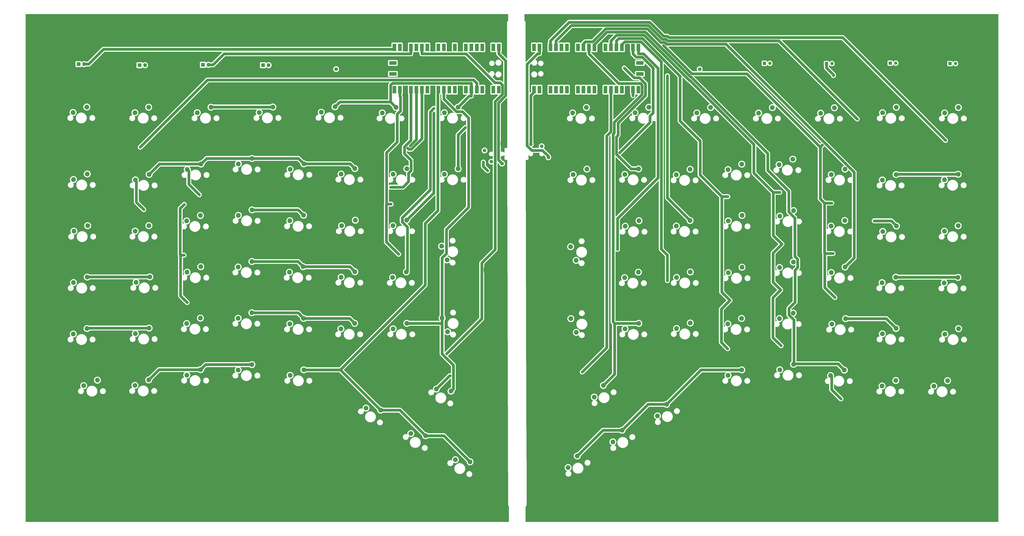
<source format=gbr>
%TF.GenerationSoftware,KiCad,Pcbnew,6.0.10-86aedd382b~118~ubuntu22.04.1*%
%TF.CreationDate,2023-02-01T13:13:36+01:00*%
%TF.ProjectId,europe-ergo-smd,6575726f-7065-42d6-9572-676f2d736d64,rev?*%
%TF.SameCoordinates,Original*%
%TF.FileFunction,Copper,L2,Bot*%
%TF.FilePolarity,Positive*%
%FSLAX46Y46*%
G04 Gerber Fmt 4.6, Leading zero omitted, Abs format (unit mm)*
G04 Created by KiCad (PCBNEW 6.0.10-86aedd382b~118~ubuntu22.04.1) date 2023-02-01 13:13:36*
%MOMM*%
%LPD*%
G01*
G04 APERTURE LIST*
%TA.AperFunction,ComponentPad*%
%ADD10C,7.500000*%
%TD*%
%TA.AperFunction,ComponentPad*%
%ADD11C,2.200000*%
%TD*%
%TA.AperFunction,ComponentPad*%
%ADD12R,1.500000X1.500000*%
%TD*%
%TA.AperFunction,ComponentPad*%
%ADD13O,1.500000X1.500000*%
%TD*%
%TA.AperFunction,ComponentPad*%
%ADD14R,1.800000X1.800000*%
%TD*%
%TA.AperFunction,ComponentPad*%
%ADD15O,1.800000X1.800000*%
%TD*%
%TA.AperFunction,ComponentPad*%
%ADD16C,1.700000*%
%TD*%
%TA.AperFunction,ComponentPad*%
%ADD17R,1.650000X1.650000*%
%TD*%
%TA.AperFunction,ComponentPad*%
%ADD18C,1.650000*%
%TD*%
%TA.AperFunction,ComponentPad*%
%ADD19O,1.700000X1.700000*%
%TD*%
%TA.AperFunction,SMDPad,CuDef*%
%ADD20R,1.700000X3.500000*%
%TD*%
%TA.AperFunction,ComponentPad*%
%ADD21R,1.700000X1.700000*%
%TD*%
%TA.AperFunction,SMDPad,CuDef*%
%ADD22R,3.500000X1.700000*%
%TD*%
%TA.AperFunction,ViaPad*%
%ADD23C,0.800000*%
%TD*%
%TA.AperFunction,Conductor*%
%ADD24C,1.240000*%
%TD*%
G04 APERTURE END LIST*
D10*
%TO.P,H15,1,1*%
%TO.N,GNDL*%
X302750000Y-32600000D03*
%TD*%
D11*
%TO.P,SW43,1*%
%TO.N,ROW3R*%
X337370000Y-135160000D03*
%TO.P,SW43,2*%
%TO.N,Net-(D43-Pad2)*%
X339910000Y-141510000D03*
%TD*%
%TO.P,SW89,1*%
%TO.N,ROW5*%
X142540000Y-172820000D03*
%TO.P,SW89,2*%
%TO.N,Net-(D95-Pad2)*%
X136190000Y-175360000D03*
%TD*%
%TO.P,SW3,1*%
%TO.N,ROW3R*%
X516470000Y-125460000D03*
%TO.P,SW3,2*%
%TO.N,Net-(D3-Pad2)*%
X510120000Y-128000000D03*
%TD*%
D10*
%TO.P,H3,1,1*%
%TO.N,GNDR*%
X529850000Y-32600000D03*
%TD*%
D12*
%TO.P,D51,1,K*%
%TO.N,Net-(D51-Pad1)*%
X512730000Y-50440000D03*
D13*
%TO.P,D51,2,A*%
%TO.N,PWM1R*%
X515270000Y-50440000D03*
%TD*%
D11*
%TO.P,SW21,1*%
%TO.N,ROW3R*%
X440370000Y-118460000D03*
%TO.P,SW21,2*%
%TO.N,Net-(D21-Pad2)*%
X434020000Y-121000000D03*
%TD*%
%TO.P,SW28,1*%
%TO.N,ROW5R*%
X416370000Y-168360000D03*
%TO.P,SW28,2*%
%TO.N,Net-(D29-Pad2)*%
X410020000Y-170900000D03*
%TD*%
%TO.P,SW80,1*%
%TO.N,ROW6*%
X166340000Y-192020000D03*
%TO.P,SW80,2*%
%TO.N,Net-(D86-Pad2)*%
X159990000Y-194560000D03*
%TD*%
%TO.P,SW5,1*%
%TO.N,ROW4R*%
X516370000Y-149360000D03*
%TO.P,SW5,2*%
%TO.N,Net-(D4-Pad2)*%
X510020000Y-151900000D03*
%TD*%
%TO.P,SW9,1*%
%TO.N,ROW3R*%
X487970000Y-125560000D03*
%TO.P,SW9,2*%
%TO.N,Net-(D9-Pad2)*%
X481620000Y-128100000D03*
%TD*%
D10*
%TO.P,H11,1,1*%
%TO.N,GNDL*%
X92100000Y-255900000D03*
%TD*%
D11*
%TO.P,SW35,1*%
%TO.N,ROW6R*%
X381729700Y-208090600D03*
%TO.P,SW35,2*%
%TO.N,Net-(D36-Pad2)*%
X377500439Y-213465305D03*
%TD*%
%TO.P,SW34,1*%
%TO.N,ROW5R*%
X392670000Y-170460000D03*
%TO.P,SW34,2*%
%TO.N,Net-(D35-Pad2)*%
X386320000Y-173000000D03*
%TD*%
D10*
%TO.P,H9,1,1*%
%TO.N,GNDL*%
X92200000Y-34100000D03*
%TD*%
D11*
%TO.P,SW53,1*%
%TO.N,ROW3*%
X277740000Y-134920000D03*
%TO.P,SW53,2*%
%TO.N,Net-(D59-Pad2)*%
X280280000Y-141270000D03*
%TD*%
%TO.P,SW11,1*%
%TO.N,ROW4R*%
X487670000Y-149260000D03*
%TO.P,SW11,2*%
%TO.N,Net-(D10-Pad2)*%
X481320000Y-151800000D03*
%TD*%
%TO.P,SW7,1*%
%TO.N,ROW1R*%
X487870000Y-70660000D03*
%TO.P,SW7,2*%
%TO.N,Net-(D7-Pad2)*%
X481520000Y-73200000D03*
%TD*%
%TO.P,SW58,1*%
%TO.N,ROW3*%
X261540000Y-122920000D03*
%TO.P,SW58,2*%
%TO.N,Net-(D62-Pad2)*%
X255190000Y-125460000D03*
%TD*%
%TO.P,SW76,1*%
%TO.N,ROW3*%
X190140000Y-118120000D03*
%TO.P,SW76,2*%
%TO.N,Net-(D80-Pad2)*%
X183790000Y-120660000D03*
%TD*%
D10*
%TO.P,H8,1,1*%
%TO.N,GNDR*%
X426500000Y-257350000D03*
%TD*%
D11*
%TO.P,SW20,1*%
%TO.N,ROW2R*%
X440070000Y-94660000D03*
%TO.P,SW20,2*%
%TO.N,Net-(D20-Pad2)*%
X433720000Y-97200000D03*
%TD*%
%TO.P,SW29,1*%
%TO.N,ROW4R*%
X416570000Y-144660000D03*
%TO.P,SW29,2*%
%TO.N,Net-(D28-Pad2)*%
X410220000Y-147200000D03*
%TD*%
%TO.P,SW17,1*%
%TO.N,ROW4R*%
X464170000Y-144560000D03*
%TO.P,SW17,2*%
%TO.N,Net-(D17-Pad2)*%
X457820000Y-147100000D03*
%TD*%
%TO.P,SW74,1*%
%TO.N,ROW6*%
X190040000Y-189720000D03*
%TO.P,SW74,2*%
%TO.N,Net-(D83-Pad2)*%
X183690000Y-192260000D03*
%TD*%
D10*
%TO.P,H1,1,1*%
%TO.N,GNDR*%
X529850000Y-257350000D03*
%TD*%
D11*
%TO.P,SW66,1*%
%TO.N,ROW1*%
X256640000Y-70720000D03*
%TO.P,SW66,2*%
%TO.N,Net-(D72-Pad2)*%
X250290000Y-73260000D03*
%TD*%
%TO.P,SW85,1*%
%TO.N,ROW4*%
X142840000Y-149120000D03*
%TO.P,SW85,2*%
%TO.N,Net-(D94-Pad2)*%
X136490000Y-151660000D03*
%TD*%
%TO.P,SW15,1*%
%TO.N,ROW3R*%
X464070000Y-123060000D03*
%TO.P,SW15,2*%
%TO.N,Net-(D15-Pad2)*%
X457720000Y-125600000D03*
%TD*%
%TO.P,SW6,1*%
%TO.N,ROW6R*%
X511570000Y-197160000D03*
%TO.P,SW6,2*%
%TO.N,Net-(D6-Pad2)*%
X505220000Y-199700000D03*
%TD*%
%TO.P,SW27,1*%
%TO.N,ROW3R*%
X416570000Y-120660000D03*
%TO.P,SW27,2*%
%TO.N,Net-(D26-Pad2)*%
X410220000Y-123200000D03*
%TD*%
%TO.P,SW88,1*%
%TO.N,ROW3*%
X142440000Y-125420000D03*
%TO.P,SW88,2*%
%TO.N,Net-(D93-Pad2)*%
X136090000Y-127960000D03*
%TD*%
%TO.P,SW62,1*%
%TO.N,ROW2*%
X237640000Y-99020000D03*
%TO.P,SW62,2*%
%TO.N,Net-(D68-Pad2)*%
X231290000Y-101560000D03*
%TD*%
%TO.P,SW87,1*%
%TO.N,ROW2*%
X142540000Y-101720000D03*
%TO.P,SW87,2*%
%TO.N,Net-(D92-Pad2)*%
X136190000Y-104260000D03*
%TD*%
%TO.P,SW4,2*%
%TO.N,Net-(D5-Pad2)*%
X510320000Y-175600000D03*
%TO.P,SW4,1*%
%TO.N,ROW5R*%
X516670000Y-173060000D03*
%TD*%
%TO.P,SW93,1*%
%TO.N,ROW2*%
X113940000Y-101520000D03*
%TO.P,SW93,2*%
%TO.N,Net-(D100-Pad2)*%
X107590000Y-104060000D03*
%TD*%
%TO.P,SW90,1*%
%TO.N,ROW1*%
X142340000Y-70620000D03*
%TO.P,SW90,2*%
%TO.N,Net-(D96-Pad2)*%
X135990000Y-73160000D03*
%TD*%
%TO.P,SW39,1*%
%TO.N,ROW3R*%
X368970000Y-123160000D03*
%TO.P,SW39,2*%
%TO.N,Net-(D40-Pad2)*%
X362620000Y-125700000D03*
%TD*%
%TO.P,SW31,1*%
%TO.N,ROW1R*%
X373470000Y-70660000D03*
%TO.P,SW31,2*%
%TO.N,Net-(D31-Pad2)*%
X367120000Y-73200000D03*
%TD*%
%TO.P,SW81,1*%
%TO.N,ROW2*%
X166540000Y-96920000D03*
%TO.P,SW81,2*%
%TO.N,Net-(D87-Pad2)*%
X160190000Y-99460000D03*
%TD*%
D10*
%TO.P,H5,1,1*%
%TO.N,GNDR*%
X322000000Y-32650000D03*
%TD*%
D11*
%TO.P,SW54,1*%
%TO.N,ROW5*%
X277960000Y-168180000D03*
%TO.P,SW54,2*%
%TO.N,Net-(D58-Pad2)*%
X280500000Y-174530000D03*
%TD*%
%TO.P,SW19,1*%
%TO.N,ROW1R*%
X430610000Y-70780000D03*
%TO.P,SW19,2*%
%TO.N,Net-(D19-Pad2)*%
X424260000Y-73320000D03*
%TD*%
%TO.P,SW47,1*%
%TO.N,ROW6R*%
X340429700Y-231990600D03*
%TO.P,SW47,2*%
%TO.N,Net-(D47-Pad2)*%
X336200439Y-237365305D03*
%TD*%
D12*
%TO.P,D49,1,K*%
%TO.N,Net-(D49-Pad1)*%
X455614700Y-50440000D03*
D13*
%TO.P,D49,2,A*%
%TO.N,PWM3R*%
X458154700Y-50440000D03*
%TD*%
D11*
%TO.P,SW18,1*%
%TO.N,ROW6R*%
X463870000Y-192260000D03*
%TO.P,SW18,2*%
%TO.N,Net-(D18-Pad2)*%
X457520000Y-194800000D03*
%TD*%
%TO.P,SW96,1*%
%TO.N,ROW1*%
X113740000Y-70520000D03*
%TO.P,SW96,2*%
%TO.N,Net-(D102-Pad2)*%
X107390000Y-73060000D03*
%TD*%
D10*
%TO.P,H4,1,1*%
%TO.N,GNDR*%
X426550000Y-32650000D03*
%TD*%
D11*
%TO.P,SW67,1*%
%TO.N,ROW4*%
X213740000Y-144420000D03*
%TO.P,SW67,2*%
%TO.N,Net-(D74-Pad2)*%
X207390000Y-146960000D03*
%TD*%
%TO.P,SW41,1*%
%TO.N,ROW4R*%
X368670000Y-146960000D03*
%TO.P,SW41,2*%
%TO.N,Net-(D41-Pad2)*%
X362320000Y-149500000D03*
%TD*%
%TO.P,SW46,1*%
%TO.N,ROW5R*%
X352479700Y-199360000D03*
%TO.P,SW46,2*%
%TO.N,Net-(D46-Pad2)*%
X348250439Y-204734705D03*
%TD*%
%TO.P,SW16,1*%
%TO.N,ROW5R*%
X464470000Y-168460000D03*
%TO.P,SW16,2*%
%TO.N,Net-(D16-Pad2)*%
X458120000Y-171000000D03*
%TD*%
%TO.P,SW22,1*%
%TO.N,ROW5R*%
X440230000Y-165880000D03*
%TO.P,SW22,2*%
%TO.N,Net-(D23-Pad2)*%
X433880000Y-168420000D03*
%TD*%
%TO.P,SW26,1*%
%TO.N,ROW2R*%
X416470000Y-96960000D03*
%TO.P,SW26,2*%
%TO.N,Net-(D27-Pad2)*%
X410120000Y-99500000D03*
%TD*%
D14*
%TO.P,D54,1,K*%
%TO.N,Net-(D54-Pad1)*%
X138100000Y-51200000D03*
D15*
%TO.P,D54,2,A*%
%TO.N,PWM2*%
X140640000Y-51200000D03*
%TD*%
D11*
%TO.P,SW12,1*%
%TO.N,ROW6R*%
X487670000Y-197060000D03*
%TO.P,SW12,2*%
%TO.N,Net-(D12-Pad2)*%
X481320000Y-199600000D03*
%TD*%
%TO.P,SW84,1*%
%TO.N,ROW1*%
X171140000Y-70620000D03*
%TO.P,SW84,2*%
%TO.N,Net-(D90-Pad2)*%
X164790000Y-73160000D03*
%TD*%
%TO.P,SW60,1*%
%TO.N,ROW1*%
X285340000Y-70620000D03*
%TO.P,SW60,2*%
%TO.N,Net-(D66-Pad2)*%
X278990000Y-73160000D03*
%TD*%
%TO.P,SW56,1*%
%TO.N,ROW4*%
X261440000Y-146820000D03*
%TO.P,SW56,2*%
%TO.N,Net-(D63-Pad2)*%
X255090000Y-149360000D03*
%TD*%
%TO.P,SW36,1*%
%TO.N,ROW4R*%
X392670000Y-146860000D03*
%TO.P,SW36,2*%
%TO.N,Net-(D34-Pad2)*%
X386320000Y-149400000D03*
%TD*%
D10*
%TO.P,H16,1,1*%
%TO.N,GNDL*%
X301300000Y-255700000D03*
%TD*%
%TO.P,H13,1,1*%
%TO.N,GNDL*%
X300900000Y-145900000D03*
%TD*%
%TO.P,H12,1,1*%
%TO.N,GNDL*%
X92100000Y-146100000D03*
%TD*%
%TO.P,H2,1,1*%
%TO.N,GNDR*%
X529800000Y-145950000D03*
%TD*%
D11*
%TO.P,SW1,1*%
%TO.N,ROW1R*%
X516570000Y-70760000D03*
%TO.P,SW1,2*%
%TO.N,Net-(D1-Pad2)*%
X510220000Y-73300000D03*
%TD*%
%TO.P,SW73,1*%
%TO.N,ROW4*%
X190040000Y-142020000D03*
%TO.P,SW73,2*%
%TO.N,Net-(D81-Pad2)*%
X183690000Y-144560000D03*
%TD*%
D12*
%TO.P,D48,1,K*%
%TO.N,Net-(D48-Pad1)*%
X426914700Y-50340000D03*
D13*
%TO.P,D48,2,A*%
%TO.N,PWM4R*%
X429454700Y-50340000D03*
%TD*%
D11*
%TO.P,SW51,1*%
%TO.N,ROW5*%
X282079700Y-201990600D03*
%TO.P,SW51,2*%
%TO.N,Net-(D57-Pad2)*%
X275310439Y-201015305D03*
%TD*%
%TO.P,SW71,1*%
%TO.N,ROW5*%
X213940000Y-168320000D03*
%TO.P,SW71,2*%
%TO.N,Net-(D75-Pad2)*%
X207590000Y-170860000D03*
%TD*%
%TO.P,SW91,1*%
%TO.N,ROW4*%
X113940000Y-149220000D03*
%TO.P,SW91,2*%
%TO.N,Net-(D98-Pad2)*%
X107590000Y-151760000D03*
%TD*%
%TO.P,SW69,1*%
%TO.N,ROW2*%
X214040000Y-96820000D03*
%TO.P,SW69,2*%
%TO.N,Net-(D73-Pad2)*%
X207690000Y-99360000D03*
%TD*%
%TO.P,SW86,1*%
%TO.N,ROW6*%
X142340000Y-196820000D03*
%TO.P,SW86,2*%
%TO.N,Net-(D91-Pad2)*%
X135990000Y-199360000D03*
%TD*%
D10*
%TO.P,H7,1,1*%
%TO.N,GNDR*%
X323850000Y-255900000D03*
%TD*%
D11*
%TO.P,SW32,1*%
%TO.N,ROW2R*%
X392570000Y-99360000D03*
%TO.P,SW32,2*%
%TO.N,Net-(D32-Pad2)*%
X386220000Y-101900000D03*
%TD*%
D14*
%TO.P,D55,1,K*%
%TO.N,Net-(D55-Pad1)*%
X109900000Y-50700000D03*
D15*
%TO.P,D55,2,A*%
%TO.N,PWM1*%
X112440000Y-50700000D03*
%TD*%
D11*
%TO.P,SW2,1*%
%TO.N,ROW2R*%
X516470000Y-101660000D03*
%TO.P,SW2,2*%
%TO.N,Net-(D2-Pad2)*%
X510120000Y-104200000D03*
%TD*%
%TO.P,SW10,1*%
%TO.N,ROW5R*%
X487770000Y-172960000D03*
%TO.P,SW10,2*%
%TO.N,Net-(D11-Pad2)*%
X481420000Y-175500000D03*
%TD*%
%TO.P,SW77,1*%
%TO.N,ROW5*%
X190040000Y-165720000D03*
%TO.P,SW77,2*%
%TO.N,Net-(D82-Pad2)*%
X183690000Y-168260000D03*
%TD*%
%TO.P,SW95,1*%
%TO.N,ROW5*%
X113840000Y-173020000D03*
%TO.P,SW95,2*%
%TO.N,Net-(D99-Pad2)*%
X107490000Y-175560000D03*
%TD*%
%TO.P,SW45,1*%
%TO.N,ROW6R*%
X361129700Y-220090600D03*
%TO.P,SW45,2*%
%TO.N,Net-(D44-Pad2)*%
X356900439Y-225465305D03*
%TD*%
%TO.P,SW30,1*%
%TO.N,ROW6R*%
X416470000Y-192160000D03*
%TO.P,SW30,2*%
%TO.N,Net-(D30-Pad2)*%
X410120000Y-194700000D03*
%TD*%
%TO.P,SW55,1*%
%TO.N,ROW6*%
X270279700Y-222590600D03*
%TO.P,SW55,2*%
%TO.N,Net-(D61-Pad2)*%
X263510439Y-221615305D03*
%TD*%
%TO.P,SW78,1*%
%TO.N,ROW1*%
X199740000Y-70520000D03*
%TO.P,SW78,2*%
%TO.N,Net-(D84-Pad2)*%
X193390000Y-73060000D03*
%TD*%
%TO.P,SW70,1*%
%TO.N,ROW3*%
X213940000Y-120620000D03*
%TO.P,SW70,2*%
%TO.N,Net-(D77-Pad2)*%
X207590000Y-123160000D03*
%TD*%
%TO.P,SW94,1*%
%TO.N,ROW3*%
X114140000Y-125420000D03*
%TO.P,SW94,2*%
%TO.N,Net-(D101-Pad2)*%
X107790000Y-127960000D03*
%TD*%
%TO.P,SW79,1*%
%TO.N,ROW4*%
X166440000Y-144420000D03*
%TO.P,SW79,2*%
%TO.N,Net-(D85-Pad2)*%
X160090000Y-146960000D03*
%TD*%
%TO.P,SW72,1*%
%TO.N,ROW1*%
X228440000Y-70420000D03*
%TO.P,SW72,2*%
%TO.N,Net-(D78-Pad2)*%
X222090000Y-72960000D03*
%TD*%
%TO.P,SW13,1*%
%TO.N,ROW1R*%
X459270000Y-70860000D03*
%TO.P,SW13,2*%
%TO.N,Net-(D13-Pad2)*%
X452920000Y-73400000D03*
%TD*%
D10*
%TO.P,H14,1,1*%
%TO.N,GNDL*%
X197500000Y-255900000D03*
%TD*%
D11*
%TO.P,SW8,1*%
%TO.N,ROW2R*%
X487770000Y-101760000D03*
%TO.P,SW8,2*%
%TO.N,Net-(D8-Pad2)*%
X481420000Y-104300000D03*
%TD*%
D10*
%TO.P,H6,1,1*%
%TO.N,GNDR*%
X327000000Y-146000000D03*
%TD*%
D11*
%TO.P,SW33,1*%
%TO.N,ROW3R*%
X392570000Y-123060000D03*
%TO.P,SW33,2*%
%TO.N,Net-(D33-Pad2)*%
X386220000Y-125600000D03*
%TD*%
%TO.P,SW68,1*%
%TO.N,ROW6*%
X214040000Y-192120000D03*
%TO.P,SW68,2*%
%TO.N,Net-(D76-Pad2)*%
X207690000Y-194660000D03*
%TD*%
D14*
%TO.P,D52,1,K*%
%TO.N,Net-(D52-Pad1)*%
X195200000Y-51200000D03*
D15*
%TO.P,D52,2,A*%
%TO.N,PWM4*%
X197740000Y-51200000D03*
%TD*%
D11*
%TO.P,SW37,1*%
%TO.N,ROW1R*%
X344670000Y-70760000D03*
%TO.P,SW37,2*%
%TO.N,Net-(D37-Pad2)*%
X338320000Y-73300000D03*
%TD*%
%TO.P,SW25,1*%
%TO.N,ROW1R*%
X402070000Y-70760000D03*
%TO.P,SW25,2*%
%TO.N,Net-(D25-Pad2)*%
X395720000Y-73300000D03*
%TD*%
%TO.P,SW64,1*%
%TO.N,ROW5*%
X237540000Y-170620000D03*
%TO.P,SW64,2*%
%TO.N,Net-(D71-Pad2)*%
X231190000Y-173160000D03*
%TD*%
%TO.P,SW38,1*%
%TO.N,ROW2R*%
X368770000Y-99160000D03*
%TO.P,SW38,2*%
%TO.N,Net-(D38-Pad2)*%
X362420000Y-101700000D03*
%TD*%
%TO.P,SW52,1*%
%TO.N,ROW2*%
X285340000Y-99120000D03*
%TO.P,SW52,2*%
%TO.N,Net-(D60-Pad2)*%
X278990000Y-101660000D03*
%TD*%
%TO.P,SW63,1*%
%TO.N,ROW3*%
X237840000Y-122920000D03*
%TO.P,SW63,2*%
%TO.N,Net-(D69-Pad2)*%
X231490000Y-125460000D03*
%TD*%
%TO.P,SW82,1*%
%TO.N,ROW3*%
X166240000Y-120720000D03*
%TO.P,SW82,2*%
%TO.N,Net-(D88-Pad2)*%
X159890000Y-123260000D03*
%TD*%
%TO.P,SW92,1*%
%TO.N,ROW6*%
X118640000Y-196920000D03*
%TO.P,SW92,2*%
%TO.N,Net-(D97-Pad2)*%
X112290000Y-199460000D03*
%TD*%
D10*
%TO.P,H10,1,1*%
%TO.N,GNDL*%
X197600000Y-34100000D03*
%TD*%
D11*
%TO.P,SW75,1*%
%TO.N,ROW2*%
X190140000Y-94320000D03*
%TO.P,SW75,2*%
%TO.N,Net-(D79-Pad2)*%
X183790000Y-96860000D03*
%TD*%
%TO.P,SW50,1*%
%TO.N,ROW6*%
X290879700Y-234690600D03*
%TO.P,SW50,2*%
%TO.N,Net-(D56-Pad2)*%
X284110439Y-233715305D03*
%TD*%
%TO.P,SW65,1*%
%TO.N,ROW6*%
X249579700Y-210790600D03*
%TO.P,SW65,2*%
%TO.N,Net-(D67-Pad2)*%
X242810439Y-209815305D03*
%TD*%
%TO.P,SW57,1*%
%TO.N,ROW2*%
X261640000Y-99120000D03*
%TO.P,SW57,2*%
%TO.N,Net-(D64-Pad2)*%
X255290000Y-101660000D03*
%TD*%
%TO.P,SW44,1*%
%TO.N,ROW5R*%
X337470000Y-168460000D03*
%TO.P,SW44,2*%
%TO.N,Net-(D45-Pad2)*%
X340010000Y-174810000D03*
%TD*%
%TO.P,SW61,1*%
%TO.N,ROW4*%
X237640000Y-146720000D03*
%TO.P,SW61,2*%
%TO.N,Net-(D70-Pad2)*%
X231290000Y-149260000D03*
%TD*%
%TO.P,SW59,1*%
%TO.N,ROW5*%
X261640000Y-170620000D03*
%TO.P,SW59,2*%
%TO.N,Net-(D65-Pad2)*%
X255290000Y-173160000D03*
%TD*%
%TO.P,SW40,1*%
%TO.N,ROW5R*%
X368870000Y-170660000D03*
%TO.P,SW40,2*%
%TO.N,Net-(D39-Pad2)*%
X362520000Y-173200000D03*
%TD*%
%TO.P,SW24,1*%
%TO.N,ROW6R*%
X440370000Y-189560000D03*
%TO.P,SW24,2*%
%TO.N,Net-(D24-Pad2)*%
X434020000Y-192100000D03*
%TD*%
%TO.P,SW83,1*%
%TO.N,ROW5*%
X166240000Y-168220000D03*
%TO.P,SW83,2*%
%TO.N,Net-(D89-Pad2)*%
X159890000Y-170760000D03*
%TD*%
D14*
%TO.P,D53,1,K*%
%TO.N,Net-(D53-Pad1)*%
X167400000Y-51000000D03*
D15*
%TO.P,D53,2,A*%
%TO.N,PWM3*%
X169940000Y-51000000D03*
%TD*%
D11*
%TO.P,SW14,1*%
%TO.N,ROW2R*%
X464170000Y-99260000D03*
%TO.P,SW14,2*%
%TO.N,Net-(D14-Pad2)*%
X457820000Y-101800000D03*
%TD*%
D12*
%TO.P,D50,1,K*%
%TO.N,Net-(D50-Pad1)*%
X485114700Y-50240000D03*
D13*
%TO.P,D50,2,A*%
%TO.N,PWM2R*%
X487654700Y-50240000D03*
%TD*%
D11*
%TO.P,SW23,1*%
%TO.N,ROW4R*%
X440270000Y-142260000D03*
%TO.P,SW23,2*%
%TO.N,Net-(D22-Pad2)*%
X433920000Y-144800000D03*
%TD*%
%TO.P,SW42,1*%
%TO.N,ROW2R*%
X344870000Y-99260000D03*
%TO.P,SW42,2*%
%TO.N,Net-(D42-Pad2)*%
X338520000Y-101800000D03*
%TD*%
D16*
%TO.P,SW48,1,1*%
%TO.N,/RUN*%
X397010000Y-53000000D03*
%TO.P,SW48,2,2*%
%TO.N,GNDR*%
X402090000Y-53000000D03*
%TD*%
D17*
%TO.P,J1,1,Pin_1*%
%TO.N,GNDR*%
X318975000Y-97050000D03*
D18*
%TO.P,J1,2,Pin_2*%
%TO.N,sdaR*%
X323975000Y-88650000D03*
%TO.P,J1,3,Pin_3*%
%TO.N,sclR*%
X327075000Y-93850000D03*
%TO.P,J1,4,Pin_4*%
%TO.N,VCCR*%
X318975000Y-87750000D03*
%TD*%
D19*
%TO.P,U2,1,GPIO0*%
%TO.N,SDA I2C0*%
X304130000Y-61615000D03*
D20*
X304130000Y-62515000D03*
%TO.P,U2,2,GPIO1*%
%TO.N,SCL I2C0*%
X301590000Y-62515000D03*
D19*
X301590000Y-61615000D03*
D20*
%TO.P,U2,3,GND*%
%TO.N,GNDL*%
X299050000Y-62515000D03*
D21*
X299050000Y-61615000D03*
D19*
%TO.P,U2,4,GPIO2*%
%TO.N,COL1*%
X296510000Y-61615000D03*
D20*
X296510000Y-62515000D03*
D19*
%TO.P,U2,5,GPIO3*%
%TO.N,COL2*%
X293970000Y-61615000D03*
D20*
X293970000Y-62515000D03*
D19*
%TO.P,U2,6,GPIO4*%
%TO.N,ROW1*%
X291430000Y-61615000D03*
D20*
X291430000Y-62515000D03*
D19*
%TO.P,U2,7,GPIO5*%
%TO.N,ROW2*%
X288890000Y-61615000D03*
D20*
X288890000Y-62515000D03*
D21*
%TO.P,U2,8,GND*%
%TO.N,GNDL*%
X286350000Y-61615000D03*
D20*
X286350000Y-62515000D03*
%TO.P,U2,9,GPIO6*%
%TO.N,ROW3*%
X283810000Y-62515000D03*
D19*
X283810000Y-61615000D03*
%TO.P,U2,10,GPIO7*%
%TO.N,ROW4*%
X281270000Y-61615000D03*
D20*
X281270000Y-62515000D03*
%TO.P,U2,11,GPIO8*%
%TO.N,ROW5*%
X278730000Y-62515000D03*
D19*
X278730000Y-61615000D03*
D20*
%TO.P,U2,12,GPIO9*%
%TO.N,ROW6*%
X276190000Y-62515000D03*
D19*
X276190000Y-61615000D03*
D20*
%TO.P,U2,13,GND*%
%TO.N,GNDL*%
X273650000Y-62515000D03*
D21*
X273650000Y-61615000D03*
D20*
%TO.P,U2,14,GPIO10*%
%TO.N,COL3*%
X271110000Y-62515000D03*
D19*
X271110000Y-61615000D03*
D20*
%TO.P,U2,15,GPIO11*%
%TO.N,COL4*%
X268570000Y-62515000D03*
D19*
X268570000Y-61615000D03*
D20*
%TO.P,U2,16,GPIO12*%
%TO.N,COL5*%
X266030000Y-62515000D03*
D19*
X266030000Y-61615000D03*
D20*
%TO.P,U2,17,GPIO13*%
%TO.N,COL6*%
X263490000Y-62515000D03*
D19*
X263490000Y-61615000D03*
D20*
%TO.P,U2,18,GND*%
%TO.N,GNDL*%
X260950000Y-62515000D03*
D21*
X260950000Y-61615000D03*
D19*
%TO.P,U2,19,GPIO14*%
%TO.N,COL7*%
X258410000Y-61615000D03*
D20*
X258410000Y-62515000D03*
D19*
%TO.P,U2,20,GPIO15*%
%TO.N,COL8*%
X255870000Y-61615000D03*
D20*
X255870000Y-62515000D03*
%TO.P,U2,21,GPIO16*%
%TO.N,PWM1*%
X255870000Y-42935000D03*
D19*
X255870000Y-43835000D03*
D20*
%TO.P,U2,22,GPIO17*%
%TO.N,PWM2*%
X258410000Y-42935000D03*
D19*
X258410000Y-43835000D03*
D21*
%TO.P,U2,23,GND*%
%TO.N,GNDL*%
X260950000Y-43835000D03*
D20*
X260950000Y-42935000D03*
%TO.P,U2,24,GPIO18*%
%TO.N,PWM3*%
X263490000Y-42935000D03*
D19*
X263490000Y-43835000D03*
D20*
%TO.P,U2,25,GPIO19*%
%TO.N,PWM4*%
X266030000Y-42935000D03*
D19*
X266030000Y-43835000D03*
%TO.P,U2,26,GPIO20*%
%TO.N,Arrow-Left*%
X268570000Y-43835000D03*
D20*
X268570000Y-42935000D03*
D19*
%TO.P,U2,27,GPIO21*%
%TO.N,unconnected-(U2-Pad27)*%
X271110000Y-43835000D03*
D20*
X271110000Y-42935000D03*
%TO.P,U2,28,GND*%
%TO.N,GNDL*%
X273650000Y-42935000D03*
D21*
X273650000Y-43835000D03*
D19*
%TO.P,U2,29,GPIO22*%
%TO.N,unconnected-(U2-Pad29)*%
X276190000Y-43835000D03*
D20*
X276190000Y-42935000D03*
D19*
%TO.P,U2,30,RUN*%
%TO.N,Net-(SW49-Pad1)*%
X278730000Y-43835000D03*
D20*
X278730000Y-42935000D03*
%TO.P,U2,31,GPIO26_ADC0*%
%TO.N,GNDL*%
X281270000Y-42935000D03*
D19*
X281270000Y-43835000D03*
%TO.P,U2,32,GPIO27_ADC1*%
%TO.N,unconnected-(U2-Pad32)*%
X283810000Y-43835000D03*
D20*
X283810000Y-42935000D03*
D21*
%TO.P,U2,33,AGND*%
%TO.N,GNDL*%
X286350000Y-43835000D03*
D20*
X286350000Y-42935000D03*
%TO.P,U2,34,GPIO28_ADC2*%
%TO.N,unconnected-(U2-Pad34)*%
X288890000Y-42935000D03*
D19*
X288890000Y-43835000D03*
D20*
%TO.P,U2,35,ADC_VREF*%
%TO.N,unconnected-(U2-Pad35)*%
X291430000Y-42935000D03*
D19*
X291430000Y-43835000D03*
D20*
%TO.P,U2,36,3V3*%
%TO.N,unconnected-(U2-Pad36)*%
X293970000Y-42935000D03*
D19*
X293970000Y-43835000D03*
%TO.P,U2,37,3V3_EN*%
%TO.N,unconnected-(U2-Pad37)*%
X296510000Y-43835000D03*
D20*
X296510000Y-42935000D03*
D21*
%TO.P,U2,38,GND*%
%TO.N,GNDL*%
X299050000Y-43835000D03*
D20*
X299050000Y-42935000D03*
%TO.P,U2,39,VSYS*%
%TO.N,unconnected-(U2-Pad39)*%
X301590000Y-42935000D03*
D19*
X301590000Y-43835000D03*
%TO.P,U2,40,VBUS*%
%TO.N,VCCL*%
X304130000Y-43835000D03*
D20*
X304130000Y-42935000D03*
D22*
%TO.P,U2,41,SWCLK*%
%TO.N,unconnected-(U2-Pad41)*%
X255200000Y-55265000D03*
D19*
X256100000Y-55265000D03*
D21*
%TO.P,U2,42,GND*%
%TO.N,GNDL*%
X256100000Y-52725000D03*
D22*
X255200000Y-52725000D03*
%TO.P,U2,43,SWDIO*%
%TO.N,unconnected-(U2-Pad43)*%
X255200000Y-50185000D03*
D19*
X256100000Y-50185000D03*
%TD*%
D20*
%TO.P,U1,1,GPIO0*%
%TO.N,sdaR*%
X320420000Y-42935000D03*
D19*
X320420000Y-43835000D03*
%TO.P,U1,2,GPIO1*%
%TO.N,sclR*%
X322960000Y-43835000D03*
D20*
X322960000Y-42935000D03*
%TO.P,U1,3,GND*%
%TO.N,GNDR*%
X325500000Y-42935000D03*
D21*
X325500000Y-43835000D03*
D19*
%TO.P,U1,4,GPIO2*%
%TO.N,COL1R*%
X328040000Y-43835000D03*
D20*
X328040000Y-42935000D03*
%TO.P,U1,5,GPIO3*%
%TO.N,COL2R*%
X330580000Y-42935000D03*
D19*
X330580000Y-43835000D03*
%TO.P,U1,6,GPIO4*%
%TO.N,ROW1R*%
X333120000Y-43835000D03*
D20*
X333120000Y-42935000D03*
D19*
%TO.P,U1,7,GPIO5*%
%TO.N,ROW2R*%
X335660000Y-43835000D03*
D20*
X335660000Y-42935000D03*
D21*
%TO.P,U1,8,GND*%
%TO.N,GNDR*%
X338200000Y-43835000D03*
D20*
X338200000Y-42935000D03*
D19*
%TO.P,U1,9,GPIO6*%
%TO.N,ROW3R*%
X340740000Y-43835000D03*
D20*
X340740000Y-42935000D03*
D19*
%TO.P,U1,10,GPIO7*%
%TO.N,ROW4R*%
X343280000Y-43835000D03*
D20*
X343280000Y-42935000D03*
%TO.P,U1,11,GPIO8*%
%TO.N,ROW5R*%
X345820000Y-42935000D03*
D19*
X345820000Y-43835000D03*
D20*
%TO.P,U1,12,GPIO9*%
%TO.N,ROW6R*%
X348360000Y-42935000D03*
D19*
X348360000Y-43835000D03*
D20*
%TO.P,U1,13,GND*%
%TO.N,GNDR*%
X350900000Y-42935000D03*
D21*
X350900000Y-43835000D03*
D19*
%TO.P,U1,14,GPIO10*%
%TO.N,COL3R*%
X353440000Y-43835000D03*
D20*
X353440000Y-42935000D03*
D19*
%TO.P,U1,15,GPIO11*%
%TO.N,COL4R*%
X355980000Y-43835000D03*
D20*
X355980000Y-42935000D03*
D19*
%TO.P,U1,16,GPIO12*%
%TO.N,COL5R*%
X358520000Y-43835000D03*
D20*
X358520000Y-42935000D03*
D19*
%TO.P,U1,17,GPIO13*%
%TO.N,COL6R*%
X361060000Y-43835000D03*
D20*
X361060000Y-42935000D03*
%TO.P,U1,18,GND*%
%TO.N,GNDR*%
X363600000Y-42935000D03*
D21*
X363600000Y-43835000D03*
D19*
%TO.P,U1,19,GPIO14*%
%TO.N,COL7R*%
X366140000Y-43835000D03*
D20*
X366140000Y-42935000D03*
%TO.P,U1,20,GPIO15*%
%TO.N,COL8R*%
X368680000Y-42935000D03*
D19*
X368680000Y-43835000D03*
%TO.P,U1,21,GPIO16*%
%TO.N,PWM1R*%
X368680000Y-61615000D03*
D20*
X368680000Y-62515000D03*
D19*
%TO.P,U1,22,GPIO17*%
%TO.N,PWM2R*%
X366140000Y-61615000D03*
D20*
X366140000Y-62515000D03*
D21*
%TO.P,U1,23,GND*%
%TO.N,GNDR*%
X363600000Y-61615000D03*
D20*
X363600000Y-62515000D03*
D19*
%TO.P,U1,24,GPIO18*%
%TO.N,PWM3R*%
X361060000Y-61615000D03*
D20*
X361060000Y-62515000D03*
%TO.P,U1,25,GPIO19*%
%TO.N,PWM4R*%
X358520000Y-62515000D03*
D19*
X358520000Y-61615000D03*
D20*
%TO.P,U1,26,GPIO20*%
%TO.N,Arrow-Right*%
X355980000Y-62515000D03*
D19*
X355980000Y-61615000D03*
D20*
%TO.P,U1,27,GPIO21*%
%TO.N,unconnected-(U1-Pad27)*%
X353440000Y-62515000D03*
D19*
X353440000Y-61615000D03*
D20*
%TO.P,U1,28,GND*%
%TO.N,GNDR*%
X350900000Y-62515000D03*
D21*
X350900000Y-61615000D03*
D20*
%TO.P,U1,29,GPIO22*%
%TO.N,unconnected-(U1-Pad29)*%
X348360000Y-62515000D03*
D19*
X348360000Y-61615000D03*
D20*
%TO.P,U1,30,RUN*%
%TO.N,/RUN*%
X345820000Y-62515000D03*
D19*
X345820000Y-61615000D03*
D20*
%TO.P,U1,31,GPIO26_ADC0*%
%TO.N,unconnected-(U1-Pad31)*%
X343280000Y-62515000D03*
D19*
X343280000Y-61615000D03*
%TO.P,U1,32,GPIO27_ADC1*%
%TO.N,unconnected-(U1-Pad32)*%
X340740000Y-61615000D03*
D20*
X340740000Y-62515000D03*
%TO.P,U1,33,AGND*%
%TO.N,GNDR*%
X338200000Y-62515000D03*
D21*
X338200000Y-61615000D03*
D20*
%TO.P,U1,34,GPIO28_ADC2*%
%TO.N,unconnected-(U1-Pad34)*%
X335660000Y-62515000D03*
D19*
X335660000Y-61615000D03*
%TO.P,U1,35,ADC_VREF*%
%TO.N,unconnected-(U1-Pad35)*%
X333120000Y-61615000D03*
D20*
X333120000Y-62515000D03*
%TO.P,U1,36,3V3*%
%TO.N,unconnected-(U1-Pad36)*%
X330580000Y-62515000D03*
D19*
X330580000Y-61615000D03*
%TO.P,U1,37,3V3_EN*%
%TO.N,unconnected-(U1-Pad37)*%
X328040000Y-61615000D03*
D20*
X328040000Y-62515000D03*
%TO.P,U1,38,GND*%
%TO.N,GNDR*%
X325500000Y-62515000D03*
D21*
X325500000Y-61615000D03*
D20*
%TO.P,U1,39,VSYS*%
%TO.N,unconnected-(U1-Pad39)*%
X322960000Y-62515000D03*
D19*
X322960000Y-61615000D03*
D20*
%TO.P,U1,40,VBUS*%
%TO.N,VCCR*%
X320420000Y-62515000D03*
D19*
X320420000Y-61615000D03*
D22*
%TO.P,U1,41,SWCLK*%
%TO.N,unconnected-(U1-Pad41)*%
X369350000Y-50185000D03*
D19*
X368450000Y-50185000D03*
D22*
%TO.P,U1,42,GND*%
%TO.N,GNDR*%
X369350000Y-52725000D03*
D21*
X368450000Y-52725000D03*
D22*
%TO.P,U1,43,SWDIO*%
%TO.N,unconnected-(U1-Pad43)*%
X369350000Y-55265000D03*
D19*
X368450000Y-55265000D03*
%TD*%
D16*
%TO.P,SW49,1,1*%
%TO.N,Net-(SW49-Pad1)*%
X229000000Y-53000000D03*
%TO.P,SW49,2,2*%
%TO.N,GNDL*%
X223920000Y-53000000D03*
%TD*%
D17*
%TO.P,J2,1,Pin_1*%
%TO.N,GNDL*%
X305670000Y-87430000D03*
D18*
%TO.P,J2,2,Pin_2*%
%TO.N,SDA I2C0*%
X300670000Y-95830000D03*
%TO.P,J2,3,Pin_3*%
%TO.N,SCL I2C0*%
X297570000Y-90630000D03*
%TO.P,J2,4,Pin_4*%
%TO.N,VCCL*%
X305670000Y-96730000D03*
%TD*%
D23*
%TO.N,GNDL*%
X187000000Y-167500000D03*
%TO.N,GNDR*%
X508000000Y-199000000D03*
X466500000Y-171000000D03*
X437500000Y-191500000D03*
%TO.N,GNDL*%
X211000000Y-193500000D03*
X186500000Y-143500000D03*
X189000000Y-150500000D03*
X187000000Y-120000000D03*
X188500000Y-126500000D03*
X252500000Y-71000000D03*
%TO.N,GNDR*%
X390500000Y-108500000D03*
X438000000Y-199000000D03*
X466500000Y-177500000D03*
X509500000Y-206500000D03*
%TO.N,GNDL*%
X259500000Y-180000000D03*
X110500000Y-208000000D03*
X138500000Y-198500000D03*
X141000000Y-205500000D03*
X110500000Y-126000000D03*
X111000000Y-111000000D03*
X106000000Y-81000000D03*
X251000000Y-80500000D03*
X248500000Y-150500000D03*
X124000000Y-107500000D03*
X174500000Y-158000000D03*
X175000000Y-135500000D03*
X153000000Y-112000000D03*
X221000000Y-100500000D03*
X247000000Y-109500000D03*
X285500000Y-108500000D03*
X277000000Y-123500000D03*
X300000000Y-80500000D03*
X210500000Y-83500000D03*
%TO.N,GNDR*%
X360000000Y-113000000D03*
X498500000Y-187000000D03*
X380000000Y-173500000D03*
X361500000Y-179500000D03*
X377000000Y-152500000D03*
X347000000Y-140500000D03*
X373500000Y-117500000D03*
X368000000Y-92000000D03*
X349000000Y-86500000D03*
%TO.N,VCCL*%
X297000000Y-96000000D03*
X299000000Y-100000000D03*
%TO.N,ROW3R*%
X477653800Y-123184400D03*
X382080500Y-56079900D03*
%TO.N,ROW2R*%
X362135500Y-52486500D03*
%TO.N,ROW4*%
X274149400Y-71160700D03*
%TO.N,ROW3*%
X274149400Y-73370600D03*
%TO.N,ROW2*%
X288682900Y-80043400D03*
%TO.N,Net-(D92-Pad2)*%
X140075000Y-118000000D03*
%TO.N,COL2*%
X138415000Y-89142600D03*
%TO.N,Net-(D87-Pad2)*%
X165770000Y-111155000D03*
%TO.N,COL3*%
X160155000Y-161000000D03*
X158790800Y-115568000D03*
X158696500Y-139093900D03*
%TO.N,COL4*%
X262021400Y-89508500D03*
%TO.N,COL5*%
X263162100Y-88511800D03*
%TO.N,COL6*%
X254104500Y-107615300D03*
%TO.N,COL7*%
X254419000Y-115473700D03*
X257879300Y-138672000D03*
%TO.N,Net-(D57-Pad2)*%
X281615000Y-194845000D03*
%TO.N,Arrow-Left*%
X280021900Y-184718400D03*
%TO.N,PWM2R*%
X366155200Y-65276300D03*
%TO.N,Net-(D49-Pad1)*%
X458840000Y-55999000D03*
%TO.N,Arrow-Right*%
X342730000Y-193155000D03*
%TO.N,COL8R*%
X359016300Y-136414800D03*
%TO.N,COL7R*%
X360001200Y-91738300D03*
%TO.N,COL6R*%
X382080500Y-139093900D03*
X382080500Y-150904000D03*
X379238900Y-95790200D03*
%TO.N,COL5R*%
X410035000Y-112000000D03*
X407175600Y-136000000D03*
X397185200Y-86214200D03*
X411035000Y-160000000D03*
X409954500Y-182397600D03*
%TO.N,COL4R*%
X434035000Y-110000000D03*
X435035000Y-134000000D03*
X434456300Y-155155000D03*
X434655000Y-181000000D03*
X422063600Y-87823700D03*
%TO.N,Net-(D18-Pad2)*%
X462281300Y-205593400D03*
%TO.N,COL3R*%
X453695700Y-88103700D03*
X458052200Y-115000000D03*
X380277500Y-42076800D03*
X459499800Y-158694900D03*
X458655000Y-138310400D03*
%TO.N,COL2R*%
X469838500Y-76106700D03*
%TO.N,COL1R*%
X510655000Y-86000000D03*
%TD*%
D24*
%TO.N,ROW4*%
X261440000Y-146820000D02*
X261882900Y-146377100D01*
X259528400Y-121803000D02*
X272500000Y-108831400D01*
X261882900Y-146377100D02*
X261882900Y-126088900D01*
X261882900Y-126088900D02*
X259528400Y-123734400D01*
X259528400Y-123734400D02*
X259528400Y-121803000D01*
X272500000Y-108831400D02*
X272500000Y-72810100D01*
X272500000Y-72810100D02*
X274149400Y-71160700D01*
%TO.N,COL2R*%
X330580000Y-43835000D02*
X330580000Y-39920000D01*
X373363468Y-32827000D02*
X379733267Y-39196799D01*
X330580000Y-39920000D02*
X337673000Y-32827000D01*
X433630600Y-39898800D02*
X469838500Y-76106700D01*
X337673000Y-32827000D02*
X373363468Y-32827000D01*
X379733267Y-39196799D02*
X381470435Y-39196799D01*
X381470435Y-39196799D02*
X382172436Y-39898800D01*
X382172436Y-39898800D02*
X433630600Y-39898800D01*
%TO.N,ROW4R*%
X343280000Y-43835000D02*
X343280000Y-41235000D01*
X379136799Y-40636799D02*
X380873967Y-40636799D01*
X343280000Y-41235000D02*
X344150000Y-40365000D01*
X468433100Y-140296900D02*
X464170000Y-144560000D01*
X344150000Y-40365000D02*
X347574832Y-40365000D01*
X347574832Y-40365000D02*
X353622632Y-34317200D01*
X353622632Y-34317200D02*
X372817200Y-34317200D01*
X372817200Y-34317200D02*
X379136799Y-40636799D01*
X380873967Y-40636799D02*
X381667368Y-41430200D01*
X381667368Y-41430200D02*
X409129500Y-41430200D01*
X409129500Y-41430200D02*
X468433100Y-100733800D01*
X468433100Y-100733800D02*
X468433100Y-140296900D01*
%TO.N,COL1R*%
X510655000Y-86000000D02*
X463063600Y-38408600D01*
X463063600Y-38408600D02*
X382718704Y-38408600D01*
X382718704Y-38408600D02*
X382066903Y-37756799D01*
X382066903Y-37756799D02*
X380329735Y-37756799D01*
X380329735Y-37756799D02*
X373902936Y-31330000D01*
X373902936Y-31330000D02*
X336650000Y-31330000D01*
X336650000Y-31330000D02*
X328040000Y-39940000D01*
X328040000Y-39940000D02*
X328040000Y-43835000D01*
%TO.N,VCCL*%
X297000000Y-96000000D02*
X297000000Y-98000000D01*
X297000000Y-98000000D02*
X299000000Y-100000000D01*
X304130000Y-43835000D02*
X304130000Y-45930000D01*
X307340300Y-49140300D02*
X304130000Y-45930000D01*
X307340300Y-65242500D02*
X307340300Y-49140300D01*
X303957300Y-68625500D02*
X307340300Y-65242500D01*
X303957300Y-95017300D02*
X303957300Y-68625500D01*
X305670000Y-96730000D02*
X303957300Y-95017300D01*
%TO.N,ROW6R*%
X397660300Y-192160000D02*
X381729700Y-208090600D01*
X416470000Y-192160000D02*
X397660300Y-192160000D01*
X460952500Y-189342500D02*
X463870000Y-192260000D01*
X440587500Y-189342500D02*
X460952500Y-189342500D01*
X440587500Y-189342500D02*
X440370000Y-189560000D01*
X440587500Y-169063500D02*
X440587500Y-189342500D01*
X438253800Y-166729800D02*
X440587500Y-169063500D01*
X438253800Y-163698600D02*
X438253800Y-166729800D01*
X441089800Y-160862600D02*
X438253800Y-163698600D01*
X441089800Y-146028700D02*
X441089800Y-160862600D01*
X442280900Y-144837600D02*
X441089800Y-146028700D01*
X442280900Y-140954600D02*
X442280900Y-144837600D01*
X440945000Y-139618700D02*
X442280900Y-140954600D01*
X440945000Y-121861000D02*
X440945000Y-139618700D01*
X438157800Y-119073800D02*
X440945000Y-121861000D01*
X438157800Y-109472000D02*
X438157800Y-119073800D01*
X428448100Y-99762300D02*
X438157800Y-109472000D01*
X428448100Y-92100900D02*
X428448100Y-99762300D01*
X392964400Y-56617200D02*
X428448100Y-92100900D01*
X392710600Y-56617200D02*
X392964400Y-56617200D01*
X371924500Y-35831100D02*
X392710600Y-56617200D01*
X354145200Y-35831100D02*
X371924500Y-35831100D01*
X348360000Y-41616300D02*
X354145200Y-35831100D01*
X348360000Y-43835000D02*
X348360000Y-41616300D01*
X373129700Y-208090600D02*
X361129700Y-220090600D01*
X381729700Y-208090600D02*
X373129700Y-208090600D01*
X352329700Y-220090600D02*
X340429700Y-231990600D01*
X361129700Y-220090600D02*
X352329700Y-220090600D01*
%TO.N,ROW4R*%
X516270000Y-149260000D02*
X516370000Y-149360000D01*
X487670000Y-149260000D02*
X516270000Y-149260000D01*
%TO.N,ROW5R*%
X483270000Y-168460000D02*
X487770000Y-172960000D01*
X464470000Y-168460000D02*
X483270000Y-168460000D01*
X345820000Y-43835000D02*
X345820000Y-45930000D01*
X357642500Y-170660000D02*
X368870000Y-170660000D01*
X356973100Y-169990600D02*
X357642500Y-170660000D01*
X356973100Y-83084600D02*
X356973100Y-169990600D01*
X357531900Y-82525800D02*
X356973100Y-83084600D01*
X357531900Y-77559300D02*
X357531900Y-82525800D01*
X370409700Y-64681500D02*
X357531900Y-77559300D01*
X370409700Y-60413800D02*
X370409700Y-64681500D01*
X369658600Y-59662700D02*
X370409700Y-60413800D01*
X359552700Y-59662700D02*
X369658600Y-59662700D01*
X345820000Y-45930000D02*
X359552700Y-59662700D01*
X357642500Y-194197200D02*
X352479700Y-199360000D01*
X357642500Y-170660000D02*
X357642500Y-194197200D01*
%TO.N,ROW3R*%
X485594400Y-123184400D02*
X487970000Y-125560000D01*
X477653800Y-123184400D02*
X485594400Y-123184400D01*
X382080500Y-112570500D02*
X392570000Y-123060000D01*
X382080500Y-56079900D02*
X382080500Y-112570500D01*
%TO.N,ROW2R*%
X487870000Y-101660000D02*
X516470000Y-101660000D01*
X487770000Y-101760000D02*
X487870000Y-101660000D01*
X365289600Y-99160000D02*
X368770000Y-99160000D01*
X358498200Y-92368600D02*
X365289600Y-99160000D01*
X358498200Y-84318600D02*
X358498200Y-92368600D01*
X359256200Y-83560600D02*
X358498200Y-84318600D01*
X359256200Y-77942500D02*
X359256200Y-83560600D01*
X371939200Y-65259500D02*
X359256200Y-77942500D01*
X371939200Y-59795300D02*
X371939200Y-65259500D01*
X369195800Y-57051900D02*
X371939200Y-59795300D01*
X366700900Y-57051900D02*
X369195800Y-57051900D01*
X362135500Y-52486500D02*
X366700900Y-57051900D01*
%TO.N,ROW6*%
X147140000Y-192020000D02*
X142340000Y-196820000D01*
X166340000Y-192020000D02*
X147140000Y-192020000D01*
X168640000Y-189720000D02*
X166340000Y-192020000D01*
X190040000Y-189720000D02*
X168640000Y-189720000D01*
X270117000Y-152912100D02*
X230909100Y-192120000D01*
X270117000Y-124395800D02*
X270117000Y-152912100D01*
X275999900Y-118512900D02*
X270117000Y-124395800D01*
X275999900Y-63900100D02*
X275999900Y-118512900D01*
X276190000Y-63710000D02*
X275999900Y-63900100D01*
X230909100Y-192120000D02*
X214040000Y-192120000D01*
X276190000Y-61615000D02*
X276190000Y-63710000D01*
X249579700Y-210790600D02*
X230909100Y-192120000D01*
X278779700Y-222590600D02*
X270279700Y-222590600D01*
X290879700Y-234690600D02*
X278779700Y-222590600D01*
X258479700Y-210790600D02*
X249579700Y-210790600D01*
X270279700Y-222590600D02*
X258479700Y-210790600D01*
%TO.N,ROW4*%
X211340000Y-142020000D02*
X190040000Y-142020000D01*
X213740000Y-144420000D02*
X211340000Y-142020000D01*
X114040000Y-149120000D02*
X113940000Y-149220000D01*
X142840000Y-149120000D02*
X114040000Y-149120000D01*
X235340000Y-144420000D02*
X213740000Y-144420000D01*
X237640000Y-146720000D02*
X235340000Y-144420000D01*
%TO.N,ROW5*%
X211340000Y-165720000D02*
X190040000Y-165720000D01*
X213940000Y-168320000D02*
X211340000Y-165720000D01*
X235240000Y-168320000D02*
X213940000Y-168320000D01*
X237540000Y-170620000D02*
X235240000Y-168320000D01*
X114040000Y-172820000D02*
X113840000Y-173020000D01*
X142540000Y-172820000D02*
X114040000Y-172820000D01*
X277960000Y-140336500D02*
X277960000Y-168180000D01*
X279949800Y-138346700D02*
X277960000Y-140336500D01*
X279949800Y-127194800D02*
X279949800Y-138346700D01*
X290173000Y-116971600D02*
X279949800Y-127194800D01*
X290173000Y-75531000D02*
X290173000Y-116971600D01*
X287323700Y-72681700D02*
X290173000Y-75531000D01*
X284600800Y-72681700D02*
X287323700Y-72681700D01*
X278730000Y-66810900D02*
X284600800Y-72681700D01*
X278730000Y-61615000D02*
X278730000Y-66810900D01*
X277960000Y-170620000D02*
X261640000Y-170620000D01*
X277960000Y-168180000D02*
X277960000Y-170620000D01*
X283154800Y-200915500D02*
X282079700Y-201990600D01*
X283154800Y-189958600D02*
X283154800Y-200915500D01*
X277960000Y-184763800D02*
X283154800Y-189958600D01*
X277960000Y-170620000D02*
X277960000Y-184763800D01*
%TO.N,ROW3*%
X211440000Y-118120000D02*
X190140000Y-118120000D01*
X213940000Y-120620000D02*
X211440000Y-118120000D01*
X274149400Y-110310600D02*
X274149400Y-73370600D01*
X261540000Y-122920000D02*
X274149400Y-110310600D01*
%TO.N,ROW2*%
X285340000Y-83386300D02*
X285340000Y-99120000D01*
X288682900Y-80043400D02*
X285340000Y-83386300D01*
X235440000Y-96820000D02*
X237640000Y-99020000D01*
X214040000Y-96820000D02*
X235440000Y-96820000D01*
X211540000Y-94320000D02*
X190140000Y-94320000D01*
X214040000Y-96820000D02*
X211540000Y-94320000D01*
X169140000Y-94320000D02*
X166540000Y-96920000D01*
X190140000Y-94320000D02*
X169140000Y-94320000D01*
X147340000Y-96920000D02*
X142540000Y-101720000D01*
X166540000Y-96920000D02*
X147340000Y-96920000D01*
%TO.N,ROW1*%
X171240000Y-70520000D02*
X171140000Y-70620000D01*
X199740000Y-70520000D02*
X171240000Y-70520000D01*
X230639100Y-68220900D02*
X254140900Y-68220900D01*
X228440000Y-70420000D02*
X230639100Y-68220900D01*
X254140900Y-60399400D02*
X254140900Y-68220900D01*
X255020300Y-59520000D02*
X254140900Y-60399400D01*
X291430000Y-59520000D02*
X255020300Y-59520000D01*
X254140900Y-68220900D02*
X256640000Y-70720000D01*
X291430000Y-60567500D02*
X291430000Y-59520000D01*
X291430000Y-60567500D02*
X291430000Y-61615000D01*
X290450000Y-65510000D02*
X285340000Y-70620000D01*
X291430000Y-65510000D02*
X290450000Y-65510000D01*
X291430000Y-61615000D02*
X291430000Y-65510000D01*
%TO.N,VCCR*%
X318975000Y-65155000D02*
X318975000Y-87750000D01*
X320420000Y-63710000D02*
X318975000Y-65155000D01*
X320420000Y-61615000D02*
X320420000Y-63710000D01*
%TO.N,sclR*%
X327075000Y-93330700D02*
X327075000Y-93850000D01*
X324331800Y-90587500D02*
X327075000Y-93330700D01*
X319387600Y-90587500D02*
X324331800Y-90587500D01*
X317245300Y-88445200D02*
X319387600Y-90587500D01*
X317245300Y-50722900D02*
X317245300Y-88445200D01*
X322038200Y-45930000D02*
X317245300Y-50722900D01*
X322960000Y-45930000D02*
X322038200Y-45930000D01*
X322960000Y-43835000D02*
X322960000Y-45930000D01*
%TO.N,Net-(D92-Pad2)*%
X136645900Y-114570900D02*
X140075000Y-118000000D01*
X136645900Y-104715900D02*
X136645900Y-114570900D01*
X136190000Y-104260000D02*
X136645900Y-104715900D01*
%TO.N,COL2*%
X169539700Y-58017900D02*
X138415000Y-89142600D01*
X292467900Y-58017900D02*
X169539700Y-58017900D01*
X293970000Y-59520000D02*
X292467900Y-58017900D01*
X293970000Y-61615000D02*
X293970000Y-59520000D01*
%TO.N,Net-(D87-Pad2)*%
X160885000Y-106270000D02*
X165770000Y-111155000D01*
X160885000Y-100155000D02*
X160885000Y-106270000D01*
X160190000Y-99460000D02*
X160885000Y-100155000D01*
%TO.N,COL3*%
X157052400Y-139093900D02*
X158696500Y-139093900D01*
X157052400Y-157897400D02*
X157052400Y-139093900D01*
X160155000Y-161000000D02*
X157052400Y-157897400D01*
X156865700Y-117493100D02*
X158790800Y-115568000D01*
X156865700Y-138907200D02*
X156865700Y-117493100D01*
X157052400Y-139093900D02*
X156865700Y-138907200D01*
%TO.N,COL4*%
X262576800Y-90063900D02*
X262021400Y-89508500D01*
X263717500Y-90063900D02*
X262576800Y-90063900D01*
X268570000Y-85211400D02*
X263717500Y-90063900D01*
X268570000Y-61615000D02*
X268570000Y-85211400D01*
%TO.N,COL5*%
X266030000Y-85643900D02*
X263162100Y-88511800D01*
X266030000Y-61615000D02*
X266030000Y-85643900D01*
%TO.N,COL6*%
X259861500Y-107615300D02*
X254104500Y-107615300D01*
X262459800Y-105017000D02*
X259861500Y-107615300D01*
X262459800Y-101090200D02*
X262459800Y-105017000D01*
X263612500Y-99937500D02*
X262459800Y-101090200D01*
X263612500Y-95188900D02*
X263612500Y-99937500D01*
X260531300Y-92107700D02*
X263612500Y-95188900D01*
X260531300Y-88891300D02*
X260531300Y-92107700D01*
X263490000Y-85932600D02*
X260531300Y-88891300D01*
X263490000Y-61615000D02*
X263490000Y-85932600D01*
%TO.N,COL7*%
X258410000Y-61615000D02*
X258410000Y-65510000D01*
X252254000Y-91662500D02*
X252254000Y-115473700D01*
X257215000Y-86701500D02*
X252254000Y-91662500D01*
X257215000Y-73783200D02*
X257215000Y-86701500D01*
X258661900Y-72336300D02*
X257215000Y-73783200D01*
X258661900Y-65761900D02*
X258661900Y-72336300D01*
X258410000Y-65510000D02*
X258661900Y-65761900D01*
X252254000Y-115473700D02*
X254419000Y-115473700D01*
X252169100Y-132961800D02*
X257879300Y-138672000D01*
X252169100Y-115558600D02*
X252169100Y-132961800D01*
X252254000Y-115473700D02*
X252169100Y-115558600D01*
%TO.N,Net-(D57-Pad2)*%
X281480700Y-194845000D02*
X281615000Y-194845000D01*
X275310400Y-201015300D02*
X281480700Y-194845000D01*
%TO.N,Arrow-Left*%
X296253500Y-168486800D02*
X280021900Y-184718400D01*
X296253500Y-142714700D02*
X296253500Y-168486800D01*
X302467100Y-136501100D02*
X296253500Y-142714700D01*
X302467100Y-68008400D02*
X302467100Y-136501100D01*
X305850100Y-64625400D02*
X302467100Y-68008400D01*
X305850100Y-60393200D02*
X305850100Y-64625400D01*
X304779200Y-59322300D02*
X305850100Y-60393200D01*
X302422900Y-59322300D02*
X304779200Y-59322300D01*
X289030600Y-45930000D02*
X302422900Y-59322300D01*
X268570000Y-45930000D02*
X289030600Y-45930000D01*
X268570000Y-43835000D02*
X268570000Y-45930000D01*
%TO.N,PWM1*%
X112440000Y-50700000D02*
X114585000Y-50700000D01*
X121450000Y-43835000D02*
X114585000Y-50700000D01*
X255870000Y-43835000D02*
X121450000Y-43835000D01*
%TO.N,PWM3*%
X177155000Y-45930000D02*
X172085000Y-51000000D01*
X263490000Y-45930000D02*
X177155000Y-45930000D01*
X263490000Y-43835000D02*
X263490000Y-45930000D01*
X169940000Y-51000000D02*
X172085000Y-51000000D01*
%TO.N,PWM2R*%
X366140000Y-65261100D02*
X366155200Y-65276300D01*
X366140000Y-61615000D02*
X366140000Y-65261100D01*
%TO.N,Net-(D49-Pad1)*%
X458839900Y-55999000D02*
X458840000Y-55999000D01*
X458839900Y-55660200D02*
X458839900Y-55999000D01*
X455614700Y-52435000D02*
X458839900Y-55660200D01*
X455614700Y-50440000D02*
X455614700Y-52435000D01*
%TO.N,Arrow-Right*%
X354009100Y-181875900D02*
X342730000Y-193155000D01*
X354009100Y-83941300D02*
X354009100Y-181875900D01*
X355980000Y-81970400D02*
X354009100Y-83941300D01*
X355980000Y-61615000D02*
X355980000Y-81970400D01*
%TO.N,COL8R*%
X368680000Y-43835000D02*
X368680000Y-45930000D01*
X359016300Y-122082000D02*
X359016300Y-136414800D01*
X377748800Y-103349500D02*
X359016300Y-122082000D01*
X377748800Y-52629600D02*
X377748800Y-103349500D01*
X371049200Y-45930000D02*
X377748800Y-52629600D01*
X368680000Y-45930000D02*
X371049200Y-45930000D01*
%TO.N,COL7R*%
X366140000Y-43835000D02*
X366140000Y-45930000D01*
X374045000Y-77694500D02*
X360001200Y-91738300D01*
X374045000Y-74677600D02*
X374045000Y-77694500D01*
X375492900Y-73229700D02*
X374045000Y-74677600D01*
X375492900Y-52481000D02*
X375492900Y-73229700D01*
X370432000Y-47420100D02*
X375492900Y-52481000D01*
X367630100Y-47420100D02*
X370432000Y-47420100D01*
X366140000Y-45930000D02*
X367630100Y-47420100D01*
%TO.N,COL6R*%
X382080500Y-139093900D02*
X382080500Y-150904000D01*
X379238900Y-136252300D02*
X382080500Y-139093900D01*
X379238900Y-95790200D02*
X379238900Y-136252300D01*
X379238900Y-49663400D02*
X379238900Y-95790200D01*
X369890300Y-40314800D02*
X379238900Y-49663400D01*
X362380000Y-40314800D02*
X369890300Y-40314800D01*
X361060000Y-41634800D02*
X362380000Y-40314800D01*
X361060000Y-43835000D02*
X361060000Y-41634800D01*
%TO.N,COL5R*%
X407175600Y-112000000D02*
X410035000Y-112000000D01*
X358520000Y-43835000D02*
X358520000Y-39940000D01*
X397185200Y-102009600D02*
X397185200Y-86214200D01*
X407175600Y-112000000D02*
X397185200Y-102009600D01*
X387940300Y-76969300D02*
X397185200Y-86214200D01*
X387940300Y-56243900D02*
X387940300Y-76969300D01*
X370507900Y-38811500D02*
X387940300Y-56243900D01*
X359648500Y-38811500D02*
X370507900Y-38811500D01*
X358520000Y-39940000D02*
X359648500Y-38811500D01*
X407175600Y-112000000D02*
X407175600Y-136000000D01*
X407175600Y-156140600D02*
X411035000Y-160000000D01*
X407175600Y-136000000D02*
X407175600Y-156140600D01*
X407003100Y-179446200D02*
X409954500Y-182397600D01*
X407003100Y-164031900D02*
X407003100Y-179446200D01*
X411035000Y-160000000D02*
X407003100Y-164031900D01*
%TO.N,COL4R*%
X430917200Y-151615900D02*
X434456300Y-155155000D01*
X430917200Y-138117800D02*
X430917200Y-151615900D01*
X435035000Y-134000000D02*
X430917200Y-138117800D01*
X430864100Y-177209100D02*
X434655000Y-181000000D01*
X430864100Y-158747200D02*
X430864100Y-177209100D01*
X434456300Y-155155000D02*
X430864100Y-158747200D01*
X434035000Y-110000000D02*
X431001500Y-110000000D01*
X431001500Y-129966500D02*
X435035000Y-134000000D01*
X431001500Y-110000000D02*
X431001500Y-129966500D01*
X355980000Y-43835000D02*
X355980000Y-39940000D01*
X422063600Y-101062100D02*
X431001500Y-110000000D01*
X422063600Y-87823700D02*
X422063600Y-101062100D01*
X392347200Y-58107300D02*
X422063600Y-87823700D01*
X392093400Y-58107300D02*
X392347200Y-58107300D01*
X371307400Y-37321300D02*
X392093400Y-58107300D01*
X358598700Y-37321300D02*
X371307400Y-37321300D01*
X355980000Y-39940000D02*
X358598700Y-37321300D01*
%TO.N,Net-(D18-Pad2)*%
X457975900Y-201288000D02*
X462281300Y-205593400D01*
X457975900Y-195255900D02*
X457975900Y-201288000D01*
X457520000Y-194800000D02*
X457975900Y-195255900D01*
%TO.N,COL3R*%
X454687900Y-115000000D02*
X458052200Y-115000000D01*
X453695700Y-88103700D02*
X452721500Y-89077900D01*
X452721500Y-113033600D02*
X454687900Y-115000000D01*
X452721500Y-89077900D02*
X452721500Y-113033600D01*
X393327800Y-55127100D02*
X380277500Y-42076800D01*
X418770700Y-55127100D02*
X393327800Y-55127100D01*
X452721500Y-89077900D02*
X418770700Y-55127100D01*
X454811900Y-154007000D02*
X459499800Y-158694900D01*
X454811900Y-138310400D02*
X454811900Y-154007000D01*
X454687900Y-138186400D02*
X454811900Y-138310400D01*
X454687900Y-115000000D02*
X454687900Y-138186400D01*
X454811900Y-138310400D02*
X458655000Y-138310400D01*
%TD*%
%TA.AperFunction,Conductor*%
%TO.N,GNDR*%
G36*
X534983621Y-27528502D02*
G01*
X535030114Y-27582158D01*
X535041500Y-27634500D01*
X535041500Y-262365500D01*
X535021498Y-262433621D01*
X534967842Y-262480114D01*
X534915500Y-262491500D01*
X316674657Y-262491500D01*
X316606536Y-262471498D01*
X316560043Y-262417842D01*
X316548657Y-262365767D01*
X316541211Y-258851674D01*
X316533854Y-255379035D01*
X316553711Y-255310874D01*
X316607268Y-255264268D01*
X316624855Y-255257728D01*
X316648757Y-255250817D01*
X316665893Y-255247132D01*
X316685294Y-255244354D01*
X316685297Y-255244353D01*
X316694187Y-255243080D01*
X316718451Y-255232047D01*
X316735605Y-255225706D01*
X316752593Y-255220794D01*
X316761215Y-255218301D01*
X316768793Y-255213487D01*
X316785347Y-255202971D01*
X316800760Y-255194623D01*
X316818611Y-255186507D01*
X316826782Y-255182792D01*
X316846976Y-255165391D01*
X316861662Y-255154489D01*
X316876585Y-255145009D01*
X316884162Y-255140196D01*
X316903022Y-255118708D01*
X316915470Y-255106374D01*
X316930323Y-255093576D01*
X316930324Y-255093575D01*
X316937127Y-255087713D01*
X316951629Y-255065339D01*
X316962662Y-255050758D01*
X316974325Y-255037470D01*
X316980245Y-255030725D01*
X316984032Y-255022593D01*
X316984035Y-255022589D01*
X316992314Y-255004812D01*
X317000803Y-254989474D01*
X317011469Y-254973019D01*
X317011470Y-254973017D01*
X317016352Y-254965485D01*
X317023992Y-254939938D01*
X317030490Y-254922844D01*
X317037950Y-254906827D01*
X317037951Y-254906823D01*
X317041741Y-254898686D01*
X317046053Y-254870422D01*
X317049894Y-254853325D01*
X317055514Y-254834533D01*
X317058086Y-254825934D01*
X317058298Y-254791239D01*
X317058357Y-254789771D01*
X317058620Y-254788047D01*
X317058521Y-254755791D01*
X317058522Y-254754641D01*
X317058942Y-254685889D01*
X317058942Y-254685886D01*
X317058976Y-254680279D01*
X317058413Y-254678311D01*
X317058275Y-254676331D01*
X317057462Y-254412287D01*
X317004933Y-237365305D01*
X334586965Y-237365305D01*
X334606830Y-237617708D01*
X334665934Y-237863896D01*
X334762823Y-238097807D01*
X334895111Y-238313681D01*
X335059541Y-238506203D01*
X335252063Y-238670633D01*
X335467937Y-238802921D01*
X335472507Y-238804814D01*
X335472511Y-238804816D01*
X335534723Y-238830585D01*
X335588611Y-238852906D01*
X335643891Y-238897453D01*
X335666312Y-238964816D01*
X335648754Y-239033608D01*
X335610759Y-239073834D01*
X335516267Y-239137450D01*
X335349451Y-239296585D01*
X335211832Y-239481551D01*
X335209416Y-239486302D01*
X335209414Y-239486306D01*
X335159589Y-239584306D01*
X335107346Y-239687060D01*
X335105764Y-239692154D01*
X335105763Y-239692157D01*
X335053507Y-239860447D01*
X335038979Y-239907236D01*
X335038278Y-239912525D01*
X335014322Y-240093277D01*
X335008688Y-240135783D01*
X335008888Y-240141112D01*
X335008888Y-240141114D01*
X335013013Y-240250975D01*
X335017337Y-240366167D01*
X335064679Y-240591800D01*
X335149362Y-240806230D01*
X335268963Y-241003326D01*
X335272460Y-241007356D01*
X335359024Y-241107112D01*
X335420063Y-241177454D01*
X335424194Y-241180841D01*
X335594213Y-241320249D01*
X335594219Y-241320253D01*
X335598341Y-241323633D01*
X335602977Y-241326272D01*
X335602980Y-241326274D01*
X335712008Y-241388336D01*
X335798700Y-241437684D01*
X336015411Y-241516346D01*
X336020660Y-241517295D01*
X336020663Y-241517296D01*
X336238194Y-241556632D01*
X336238201Y-241556633D01*
X336242278Y-241557370D01*
X336260000Y-241558206D01*
X336264942Y-241558439D01*
X336264949Y-241558439D01*
X336266430Y-241558509D01*
X336428476Y-241558509D01*
X336495395Y-241552831D01*
X336594995Y-241544380D01*
X336594999Y-241544379D01*
X336600306Y-241543929D01*
X336605461Y-241542591D01*
X336605467Y-241542590D01*
X336818289Y-241487352D01*
X336818293Y-241487351D01*
X336823458Y-241486010D01*
X336828324Y-241483818D01*
X336828327Y-241483817D01*
X337028788Y-241393516D01*
X337033661Y-241391321D01*
X337224905Y-241262568D01*
X337391721Y-241103433D01*
X337529340Y-240918467D01*
X337633826Y-240712958D01*
X337669907Y-240596761D01*
X337700610Y-240497880D01*
X337702193Y-240492782D01*
X337702894Y-240487493D01*
X337731784Y-240269520D01*
X337731784Y-240269515D01*
X337732484Y-240264235D01*
X337723835Y-240033851D01*
X337676493Y-239808218D01*
X337591810Y-239593788D01*
X337531723Y-239494767D01*
X337474976Y-239401252D01*
X337472209Y-239396692D01*
X337385341Y-239296585D01*
X337324609Y-239226597D01*
X337324607Y-239226595D01*
X337321109Y-239222564D01*
X337279556Y-239188493D01*
X337146959Y-239079769D01*
X337146953Y-239079765D01*
X337142831Y-239076385D01*
X336988009Y-238988255D01*
X336938704Y-238937174D01*
X336924842Y-238867544D01*
X336950825Y-238801473D01*
X336984507Y-238771321D01*
X337051630Y-238730188D01*
X337148815Y-238670633D01*
X337341337Y-238506203D01*
X337505767Y-238313681D01*
X337638055Y-238097807D01*
X337734944Y-237863896D01*
X337746003Y-237817830D01*
X338261495Y-237817830D01*
X338301055Y-238130984D01*
X338379552Y-238436711D01*
X338381005Y-238440380D01*
X338381005Y-238440381D01*
X338473191Y-238673215D01*
X338495748Y-238730188D01*
X338497654Y-238733656D01*
X338497655Y-238733657D01*
X338624737Y-238964816D01*
X338647811Y-239006788D01*
X338833341Y-239262149D01*
X339049413Y-239492242D01*
X339292620Y-239693441D01*
X339559126Y-239862571D01*
X339562705Y-239864255D01*
X339562712Y-239864259D01*
X339841139Y-239995276D01*
X339841143Y-239995278D01*
X339844729Y-239996965D01*
X340144923Y-240094504D01*
X340454975Y-240153650D01*
X340691157Y-240168509D01*
X340848833Y-240168509D01*
X341085015Y-240153650D01*
X341395067Y-240094504D01*
X341695261Y-239996965D01*
X341698847Y-239995278D01*
X341698851Y-239995276D01*
X341977278Y-239864259D01*
X341977285Y-239864255D01*
X341980864Y-239862571D01*
X342247370Y-239693441D01*
X342490577Y-239492242D01*
X342706649Y-239262149D01*
X342892179Y-239006788D01*
X342915254Y-238964816D01*
X343042335Y-238733657D01*
X343042336Y-238733656D01*
X343044242Y-238730188D01*
X343066800Y-238673215D01*
X343158985Y-238440381D01*
X343158985Y-238440380D01*
X343160438Y-238436711D01*
X343238935Y-238130984D01*
X343278495Y-237817830D01*
X343278495Y-237502188D01*
X343238935Y-237189034D01*
X343160438Y-236883307D01*
X343152058Y-236862141D01*
X343045697Y-236593504D01*
X343045695Y-236593499D01*
X343044242Y-236589830D01*
X343042335Y-236586361D01*
X342894088Y-236316702D01*
X342894086Y-236316699D01*
X342892179Y-236313230D01*
X342732479Y-236093421D01*
X342708977Y-236061073D01*
X342708976Y-236061071D01*
X342706649Y-236057869D01*
X342490577Y-235827776D01*
X342247370Y-235626577D01*
X341980864Y-235457447D01*
X341977285Y-235455763D01*
X341977278Y-235455759D01*
X341698851Y-235324742D01*
X341698847Y-235324740D01*
X341695261Y-235323053D01*
X341395067Y-235225514D01*
X341085015Y-235166368D01*
X340848833Y-235151509D01*
X340691157Y-235151509D01*
X340454975Y-235166368D01*
X340144923Y-235225514D01*
X339844729Y-235323053D01*
X339841143Y-235324740D01*
X339841139Y-235324742D01*
X339562712Y-235455759D01*
X339562705Y-235455763D01*
X339559126Y-235457447D01*
X339292620Y-235626577D01*
X339049413Y-235827776D01*
X338833341Y-236057869D01*
X338831014Y-236061071D01*
X338831013Y-236061073D01*
X338807511Y-236093421D01*
X338647811Y-236313230D01*
X338645904Y-236316699D01*
X338645902Y-236316702D01*
X338497655Y-236586361D01*
X338495748Y-236589830D01*
X338494295Y-236593499D01*
X338494293Y-236593504D01*
X338387932Y-236862141D01*
X338379552Y-236883307D01*
X338301055Y-237189034D01*
X338261495Y-237502188D01*
X338261495Y-237817830D01*
X337746003Y-237817830D01*
X337794048Y-237617708D01*
X337813913Y-237365305D01*
X337794048Y-237112902D01*
X337734944Y-236866714D01*
X337638055Y-236632803D01*
X337505767Y-236416929D01*
X337341337Y-236224407D01*
X337148815Y-236059977D01*
X336932941Y-235927689D01*
X336928371Y-235925796D01*
X336928367Y-235925794D01*
X336703603Y-235832694D01*
X336703601Y-235832693D01*
X336699030Y-235830800D01*
X336614407Y-235810484D01*
X336457655Y-235772851D01*
X336457649Y-235772850D01*
X336452842Y-235771696D01*
X336200439Y-235751831D01*
X335948036Y-235771696D01*
X335943229Y-235772850D01*
X335943223Y-235772851D01*
X335786471Y-235810484D01*
X335701848Y-235830800D01*
X335697277Y-235832693D01*
X335697275Y-235832694D01*
X335472511Y-235925794D01*
X335472507Y-235925796D01*
X335467937Y-235927689D01*
X335252063Y-236059977D01*
X335059541Y-236224407D01*
X334895111Y-236416929D01*
X334762823Y-236632803D01*
X334665934Y-236866714D01*
X334606830Y-237112902D01*
X334586965Y-237365305D01*
X317004933Y-237365305D01*
X316997816Y-235055783D01*
X343807507Y-235055783D01*
X343816156Y-235286167D01*
X343863498Y-235511800D01*
X343948181Y-235726230D01*
X343950948Y-235730789D01*
X343950949Y-235730792D01*
X344009801Y-235827776D01*
X344067782Y-235923326D01*
X344071279Y-235927356D01*
X344189148Y-236063188D01*
X344218882Y-236097454D01*
X344223013Y-236100841D01*
X344393032Y-236240249D01*
X344393038Y-236240253D01*
X344397160Y-236243633D01*
X344401796Y-236246272D01*
X344401799Y-236246274D01*
X344510827Y-236308336D01*
X344597519Y-236357684D01*
X344814230Y-236436346D01*
X344819479Y-236437295D01*
X344819482Y-236437296D01*
X345037013Y-236476632D01*
X345037020Y-236476633D01*
X345041097Y-236477370D01*
X345058819Y-236478206D01*
X345063761Y-236478439D01*
X345063768Y-236478439D01*
X345065249Y-236478509D01*
X345227295Y-236478509D01*
X345294214Y-236472831D01*
X345393814Y-236464380D01*
X345393818Y-236464379D01*
X345399125Y-236463929D01*
X345404280Y-236462591D01*
X345404286Y-236462590D01*
X345617108Y-236407352D01*
X345617112Y-236407351D01*
X345622277Y-236406010D01*
X345627143Y-236403818D01*
X345627146Y-236403817D01*
X345774034Y-236337649D01*
X345832480Y-236311321D01*
X346023724Y-236182568D01*
X346190540Y-236023433D01*
X346328159Y-235838467D01*
X346331095Y-235832694D01*
X346430227Y-235637713D01*
X346432645Y-235632958D01*
X346434627Y-235626577D01*
X346499429Y-235417880D01*
X346501012Y-235412782D01*
X346512681Y-235324742D01*
X346530603Y-235189520D01*
X346530603Y-235189515D01*
X346531303Y-235184235D01*
X346530075Y-235151509D01*
X346522854Y-234959182D01*
X346522654Y-234953851D01*
X346475312Y-234728218D01*
X346390629Y-234513788D01*
X346271028Y-234316692D01*
X346184160Y-234216585D01*
X346123428Y-234146597D01*
X346123426Y-234146595D01*
X346119928Y-234142564D01*
X346078375Y-234108493D01*
X345945778Y-233999769D01*
X345945772Y-233999765D01*
X345941650Y-233996385D01*
X345937014Y-233993746D01*
X345937011Y-233993744D01*
X345745934Y-233884977D01*
X345741291Y-233882334D01*
X345524580Y-233803672D01*
X345519331Y-233802723D01*
X345519328Y-233802722D01*
X345301797Y-233763386D01*
X345301790Y-233763385D01*
X345297713Y-233762648D01*
X345279991Y-233761812D01*
X345275049Y-233761579D01*
X345275042Y-233761579D01*
X345273561Y-233761509D01*
X345111515Y-233761509D01*
X345044596Y-233767187D01*
X344944996Y-233775638D01*
X344944992Y-233775639D01*
X344939685Y-233776089D01*
X344934530Y-233777427D01*
X344934524Y-233777428D01*
X344721702Y-233832666D01*
X344721698Y-233832667D01*
X344716533Y-233834008D01*
X344711667Y-233836200D01*
X344711664Y-233836201D01*
X344603385Y-233884977D01*
X344506330Y-233928697D01*
X344315086Y-234057450D01*
X344148270Y-234216585D01*
X344010651Y-234401551D01*
X343906165Y-234607060D01*
X343904583Y-234612154D01*
X343904582Y-234612157D01*
X343842520Y-234812029D01*
X343837798Y-234827236D01*
X343837097Y-234832525D01*
X343821709Y-234948632D01*
X343807507Y-235055783D01*
X316997816Y-235055783D01*
X316988371Y-231990600D01*
X338816226Y-231990600D01*
X338836091Y-232243003D01*
X338895195Y-232489191D01*
X338992084Y-232723102D01*
X339124372Y-232938976D01*
X339288802Y-233131498D01*
X339481324Y-233295928D01*
X339697198Y-233428216D01*
X339701768Y-233430109D01*
X339701772Y-233430111D01*
X339926536Y-233523211D01*
X339931109Y-233525105D01*
X340015732Y-233545421D01*
X340172484Y-233583054D01*
X340172490Y-233583055D01*
X340177297Y-233584209D01*
X340429700Y-233604074D01*
X340682103Y-233584209D01*
X340686910Y-233583055D01*
X340686916Y-233583054D01*
X340843668Y-233545421D01*
X340928291Y-233525105D01*
X340932864Y-233523211D01*
X341157628Y-233430111D01*
X341157632Y-233430109D01*
X341162202Y-233428216D01*
X341378076Y-233295928D01*
X341570598Y-233131498D01*
X341735028Y-232938976D01*
X341867316Y-232723102D01*
X341964205Y-232489191D01*
X342023309Y-232243003D01*
X342041025Y-232017907D01*
X342066311Y-231951565D01*
X342077542Y-231938698D01*
X348550935Y-225465305D01*
X355286965Y-225465305D01*
X355306830Y-225717708D01*
X355365934Y-225963896D01*
X355462823Y-226197807D01*
X355595111Y-226413681D01*
X355759541Y-226606203D01*
X355952063Y-226770633D01*
X356167937Y-226902921D01*
X356172507Y-226904814D01*
X356172511Y-226904816D01*
X356234723Y-226930585D01*
X356288611Y-226952906D01*
X356343891Y-226997453D01*
X356366312Y-227064816D01*
X356348754Y-227133608D01*
X356310759Y-227173834D01*
X356216267Y-227237450D01*
X356049451Y-227396585D01*
X355911832Y-227581551D01*
X355909416Y-227586302D01*
X355909414Y-227586306D01*
X355859589Y-227684305D01*
X355807346Y-227787060D01*
X355805764Y-227792154D01*
X355805763Y-227792157D01*
X355753507Y-227960447D01*
X355738979Y-228007236D01*
X355738278Y-228012525D01*
X355714322Y-228193277D01*
X355708688Y-228235783D01*
X355708888Y-228241112D01*
X355708888Y-228241114D01*
X355713013Y-228350975D01*
X355717337Y-228466167D01*
X355764679Y-228691800D01*
X355849362Y-228906230D01*
X355968963Y-229103326D01*
X355972460Y-229107356D01*
X356059024Y-229207112D01*
X356120063Y-229277454D01*
X356124194Y-229280841D01*
X356294213Y-229420249D01*
X356294219Y-229420253D01*
X356298341Y-229423633D01*
X356302977Y-229426272D01*
X356302980Y-229426274D01*
X356412008Y-229488336D01*
X356498700Y-229537684D01*
X356715411Y-229616346D01*
X356720660Y-229617295D01*
X356720663Y-229617296D01*
X356938194Y-229656632D01*
X356938201Y-229656633D01*
X356942278Y-229657370D01*
X356960000Y-229658206D01*
X356964942Y-229658439D01*
X356964949Y-229658439D01*
X356966430Y-229658509D01*
X357128476Y-229658509D01*
X357195395Y-229652831D01*
X357294995Y-229644380D01*
X357294999Y-229644379D01*
X357300306Y-229643929D01*
X357305461Y-229642591D01*
X357305467Y-229642590D01*
X357518289Y-229587352D01*
X357518293Y-229587351D01*
X357523458Y-229586010D01*
X357528324Y-229583818D01*
X357528327Y-229583817D01*
X357728788Y-229493516D01*
X357733661Y-229491321D01*
X357924905Y-229362568D01*
X358091721Y-229203433D01*
X358229340Y-229018467D01*
X358333826Y-228812958D01*
X358369907Y-228696761D01*
X358400610Y-228597880D01*
X358402193Y-228592782D01*
X358402894Y-228587493D01*
X358431784Y-228369520D01*
X358431784Y-228369515D01*
X358432484Y-228364235D01*
X358423835Y-228133851D01*
X358376493Y-227908218D01*
X358291810Y-227693788D01*
X358231723Y-227594767D01*
X358174976Y-227501252D01*
X358172209Y-227496692D01*
X358085341Y-227396585D01*
X358024609Y-227326597D01*
X358024607Y-227326595D01*
X358021109Y-227322564D01*
X357979556Y-227288493D01*
X357846959Y-227179769D01*
X357846953Y-227179765D01*
X357842831Y-227176385D01*
X357688009Y-227088255D01*
X357638704Y-227037174D01*
X357624842Y-226967544D01*
X357650825Y-226901473D01*
X357684507Y-226871321D01*
X357751630Y-226830188D01*
X357848815Y-226770633D01*
X358041337Y-226606203D01*
X358205767Y-226413681D01*
X358338055Y-226197807D01*
X358434944Y-225963896D01*
X358446003Y-225917830D01*
X358961495Y-225917830D01*
X359001055Y-226230984D01*
X359079552Y-226536711D01*
X359081005Y-226540380D01*
X359081005Y-226540381D01*
X359173191Y-226773215D01*
X359195748Y-226830188D01*
X359197654Y-226833656D01*
X359197655Y-226833657D01*
X359324737Y-227064816D01*
X359347811Y-227106788D01*
X359533341Y-227362149D01*
X359749413Y-227592242D01*
X359992620Y-227793441D01*
X360259126Y-227962571D01*
X360262705Y-227964255D01*
X360262712Y-227964259D01*
X360541139Y-228095276D01*
X360541143Y-228095278D01*
X360544729Y-228096965D01*
X360844923Y-228194504D01*
X361154975Y-228253650D01*
X361391157Y-228268509D01*
X361548833Y-228268509D01*
X361785015Y-228253650D01*
X362095067Y-228194504D01*
X362395261Y-228096965D01*
X362398847Y-228095278D01*
X362398851Y-228095276D01*
X362677278Y-227964259D01*
X362677285Y-227964255D01*
X362680864Y-227962571D01*
X362947370Y-227793441D01*
X363190577Y-227592242D01*
X363406649Y-227362149D01*
X363592179Y-227106788D01*
X363615254Y-227064816D01*
X363742335Y-226833657D01*
X363742336Y-226833656D01*
X363744242Y-226830188D01*
X363766800Y-226773215D01*
X363858985Y-226540381D01*
X363858985Y-226540380D01*
X363860438Y-226536711D01*
X363938935Y-226230984D01*
X363978495Y-225917830D01*
X363978495Y-225602188D01*
X363938935Y-225289034D01*
X363860438Y-224983307D01*
X363852058Y-224962141D01*
X363745697Y-224693504D01*
X363745695Y-224693499D01*
X363744242Y-224689830D01*
X363742335Y-224686361D01*
X363594088Y-224416702D01*
X363594086Y-224416699D01*
X363592179Y-224413230D01*
X363432479Y-224193421D01*
X363408977Y-224161073D01*
X363408976Y-224161071D01*
X363406649Y-224157869D01*
X363190577Y-223927776D01*
X362947370Y-223726577D01*
X362680864Y-223557447D01*
X362677285Y-223555763D01*
X362677278Y-223555759D01*
X362398851Y-223424742D01*
X362398847Y-223424740D01*
X362395261Y-223423053D01*
X362095067Y-223325514D01*
X361785015Y-223266368D01*
X361548833Y-223251509D01*
X361391157Y-223251509D01*
X361154975Y-223266368D01*
X360844923Y-223325514D01*
X360544729Y-223423053D01*
X360541143Y-223424740D01*
X360541139Y-223424742D01*
X360262712Y-223555759D01*
X360262705Y-223555763D01*
X360259126Y-223557447D01*
X359992620Y-223726577D01*
X359749413Y-223927776D01*
X359533341Y-224157869D01*
X359531014Y-224161071D01*
X359531013Y-224161073D01*
X359507511Y-224193421D01*
X359347811Y-224413230D01*
X359345904Y-224416699D01*
X359345902Y-224416702D01*
X359197655Y-224686361D01*
X359195748Y-224689830D01*
X359194295Y-224693499D01*
X359194293Y-224693504D01*
X359087932Y-224962141D01*
X359079552Y-224983307D01*
X359001055Y-225289034D01*
X358961495Y-225602188D01*
X358961495Y-225917830D01*
X358446003Y-225917830D01*
X358494048Y-225717708D01*
X358513913Y-225465305D01*
X358494048Y-225212902D01*
X358434944Y-224966714D01*
X358338055Y-224732803D01*
X358205767Y-224516929D01*
X358041337Y-224324407D01*
X357848815Y-224159977D01*
X357632941Y-224027689D01*
X357628371Y-224025796D01*
X357628367Y-224025794D01*
X357403603Y-223932694D01*
X357403601Y-223932693D01*
X357399030Y-223930800D01*
X357314407Y-223910484D01*
X357157655Y-223872851D01*
X357157649Y-223872850D01*
X357152842Y-223871696D01*
X356900439Y-223851831D01*
X356648036Y-223871696D01*
X356643229Y-223872850D01*
X356643223Y-223872851D01*
X356486471Y-223910484D01*
X356401848Y-223930800D01*
X356397277Y-223932693D01*
X356397275Y-223932694D01*
X356172511Y-224025794D01*
X356172507Y-224025796D01*
X356167937Y-224027689D01*
X355952063Y-224159977D01*
X355759541Y-224324407D01*
X355595111Y-224516929D01*
X355462823Y-224732803D01*
X355365934Y-224966714D01*
X355306830Y-225212902D01*
X355286965Y-225465305D01*
X348550935Y-225465305D01*
X350860457Y-223155783D01*
X364507507Y-223155783D01*
X364516156Y-223386167D01*
X364563498Y-223611800D01*
X364648181Y-223826230D01*
X364650948Y-223830789D01*
X364650949Y-223830792D01*
X364709801Y-223927776D01*
X364767782Y-224023326D01*
X364771279Y-224027356D01*
X364889148Y-224163188D01*
X364918882Y-224197454D01*
X364923013Y-224200841D01*
X365093032Y-224340249D01*
X365093038Y-224340253D01*
X365097160Y-224343633D01*
X365101796Y-224346272D01*
X365101799Y-224346274D01*
X365210827Y-224408336D01*
X365297519Y-224457684D01*
X365514230Y-224536346D01*
X365519479Y-224537295D01*
X365519482Y-224537296D01*
X365737013Y-224576632D01*
X365737020Y-224576633D01*
X365741097Y-224577370D01*
X365758819Y-224578206D01*
X365763761Y-224578439D01*
X365763768Y-224578439D01*
X365765249Y-224578509D01*
X365927295Y-224578509D01*
X365994214Y-224572831D01*
X366093814Y-224564380D01*
X366093818Y-224564379D01*
X366099125Y-224563929D01*
X366104280Y-224562591D01*
X366104286Y-224562590D01*
X366317108Y-224507352D01*
X366317112Y-224507351D01*
X366322277Y-224506010D01*
X366327143Y-224503818D01*
X366327146Y-224503817D01*
X366474034Y-224437649D01*
X366532480Y-224411321D01*
X366723724Y-224282568D01*
X366890540Y-224123433D01*
X367028159Y-223938467D01*
X367031095Y-223932694D01*
X367130227Y-223737713D01*
X367132645Y-223732958D01*
X367134627Y-223726577D01*
X367199429Y-223517880D01*
X367201012Y-223512782D01*
X367212681Y-223424742D01*
X367230603Y-223289520D01*
X367230603Y-223289515D01*
X367231303Y-223284235D01*
X367230075Y-223251509D01*
X367222854Y-223059182D01*
X367222654Y-223053851D01*
X367175312Y-222828218D01*
X367090629Y-222613788D01*
X366971028Y-222416692D01*
X366884160Y-222316585D01*
X366823428Y-222246597D01*
X366823426Y-222246595D01*
X366819928Y-222242564D01*
X366778375Y-222208493D01*
X366645778Y-222099769D01*
X366645772Y-222099765D01*
X366641650Y-222096385D01*
X366637014Y-222093746D01*
X366637011Y-222093744D01*
X366445934Y-221984977D01*
X366441291Y-221982334D01*
X366224580Y-221903672D01*
X366219331Y-221902723D01*
X366219328Y-221902722D01*
X366001797Y-221863386D01*
X366001790Y-221863385D01*
X365997713Y-221862648D01*
X365979991Y-221861812D01*
X365975049Y-221861579D01*
X365975042Y-221861579D01*
X365973561Y-221861509D01*
X365811515Y-221861509D01*
X365744596Y-221867187D01*
X365644996Y-221875638D01*
X365644992Y-221875639D01*
X365639685Y-221876089D01*
X365634530Y-221877427D01*
X365634524Y-221877428D01*
X365421702Y-221932666D01*
X365421698Y-221932667D01*
X365416533Y-221934008D01*
X365411667Y-221936200D01*
X365411664Y-221936201D01*
X365303385Y-221984977D01*
X365206330Y-222028697D01*
X365015086Y-222157450D01*
X364848270Y-222316585D01*
X364710651Y-222501551D01*
X364606165Y-222707060D01*
X364604583Y-222712154D01*
X364604582Y-222712157D01*
X364542520Y-222912029D01*
X364537798Y-222927236D01*
X364537097Y-222932525D01*
X364521709Y-223048632D01*
X364507507Y-223155783D01*
X350860457Y-223155783D01*
X352760235Y-221256005D01*
X352822547Y-221221979D01*
X352849330Y-221219100D01*
X359927801Y-221219100D01*
X359995922Y-221239102D01*
X360009632Y-221249289D01*
X360087095Y-221315448D01*
X360181324Y-221395928D01*
X360397198Y-221528216D01*
X360401768Y-221530109D01*
X360401772Y-221530111D01*
X360626536Y-221623211D01*
X360631109Y-221625105D01*
X360715732Y-221645421D01*
X360872484Y-221683054D01*
X360872490Y-221683055D01*
X360877297Y-221684209D01*
X361129700Y-221704074D01*
X361382103Y-221684209D01*
X361386910Y-221683055D01*
X361386916Y-221683054D01*
X361543668Y-221645421D01*
X361628291Y-221625105D01*
X361632864Y-221623211D01*
X361857628Y-221530111D01*
X361857632Y-221530109D01*
X361862202Y-221528216D01*
X362078076Y-221395928D01*
X362270598Y-221231498D01*
X362435028Y-221038976D01*
X362567316Y-220823102D01*
X362664205Y-220589191D01*
X362723309Y-220343003D01*
X362741025Y-220117907D01*
X362766311Y-220051565D01*
X362777542Y-220038698D01*
X369350935Y-213465305D01*
X375886965Y-213465305D01*
X375906830Y-213717708D01*
X375965934Y-213963896D01*
X376062823Y-214197807D01*
X376195111Y-214413681D01*
X376359541Y-214606203D01*
X376552063Y-214770633D01*
X376767937Y-214902921D01*
X376772507Y-214904814D01*
X376772511Y-214904816D01*
X376834723Y-214930585D01*
X376888611Y-214952906D01*
X376943891Y-214997453D01*
X376966312Y-215064816D01*
X376948754Y-215133608D01*
X376910759Y-215173834D01*
X376816267Y-215237450D01*
X376649451Y-215396585D01*
X376511832Y-215581551D01*
X376509416Y-215586302D01*
X376509414Y-215586306D01*
X376459589Y-215684306D01*
X376407346Y-215787060D01*
X376405764Y-215792154D01*
X376405763Y-215792157D01*
X376353507Y-215960447D01*
X376338979Y-216007236D01*
X376338278Y-216012525D01*
X376314322Y-216193277D01*
X376308688Y-216235783D01*
X376308888Y-216241112D01*
X376308888Y-216241114D01*
X376313013Y-216350975D01*
X376317337Y-216466167D01*
X376364679Y-216691800D01*
X376449362Y-216906230D01*
X376568963Y-217103326D01*
X376572460Y-217107356D01*
X376659024Y-217207112D01*
X376720063Y-217277454D01*
X376724194Y-217280841D01*
X376894213Y-217420249D01*
X376894219Y-217420253D01*
X376898341Y-217423633D01*
X376902977Y-217426272D01*
X376902980Y-217426274D01*
X377012008Y-217488336D01*
X377098700Y-217537684D01*
X377315411Y-217616346D01*
X377320660Y-217617295D01*
X377320663Y-217617296D01*
X377538194Y-217656632D01*
X377538201Y-217656633D01*
X377542278Y-217657370D01*
X377560000Y-217658206D01*
X377564942Y-217658439D01*
X377564949Y-217658439D01*
X377566430Y-217658509D01*
X377728476Y-217658509D01*
X377795395Y-217652831D01*
X377894995Y-217644380D01*
X377894999Y-217644379D01*
X377900306Y-217643929D01*
X377905461Y-217642591D01*
X377905467Y-217642590D01*
X378118289Y-217587352D01*
X378118293Y-217587351D01*
X378123458Y-217586010D01*
X378128324Y-217583818D01*
X378128327Y-217583817D01*
X378328788Y-217493516D01*
X378333661Y-217491321D01*
X378524905Y-217362568D01*
X378691721Y-217203433D01*
X378829340Y-217018467D01*
X378933826Y-216812958D01*
X378969907Y-216696761D01*
X379000610Y-216597880D01*
X379002193Y-216592782D01*
X379002894Y-216587493D01*
X379031784Y-216369520D01*
X379031784Y-216369515D01*
X379032484Y-216364235D01*
X379023835Y-216133851D01*
X378976493Y-215908218D01*
X378891810Y-215693788D01*
X378831723Y-215594767D01*
X378774976Y-215501252D01*
X378772209Y-215496692D01*
X378685341Y-215396585D01*
X378624609Y-215326597D01*
X378624607Y-215326595D01*
X378621109Y-215322564D01*
X378579556Y-215288493D01*
X378446959Y-215179769D01*
X378446953Y-215179765D01*
X378442831Y-215176385D01*
X378288009Y-215088255D01*
X378238704Y-215037174D01*
X378224842Y-214967544D01*
X378250825Y-214901473D01*
X378284507Y-214871321D01*
X378351630Y-214830188D01*
X378448815Y-214770633D01*
X378641337Y-214606203D01*
X378805767Y-214413681D01*
X378938055Y-214197807D01*
X379034944Y-213963896D01*
X379046003Y-213917830D01*
X379561495Y-213917830D01*
X379601055Y-214230984D01*
X379679552Y-214536711D01*
X379681005Y-214540380D01*
X379681005Y-214540381D01*
X379773191Y-214773215D01*
X379795748Y-214830188D01*
X379797654Y-214833656D01*
X379797655Y-214833657D01*
X379924737Y-215064816D01*
X379947811Y-215106788D01*
X380133341Y-215362149D01*
X380349413Y-215592242D01*
X380592620Y-215793441D01*
X380859126Y-215962571D01*
X380862705Y-215964255D01*
X380862712Y-215964259D01*
X381141139Y-216095276D01*
X381141143Y-216095278D01*
X381144729Y-216096965D01*
X381444923Y-216194504D01*
X381754975Y-216253650D01*
X381991157Y-216268509D01*
X382148833Y-216268509D01*
X382385015Y-216253650D01*
X382695067Y-216194504D01*
X382995261Y-216096965D01*
X382998847Y-216095278D01*
X382998851Y-216095276D01*
X383277278Y-215964259D01*
X383277285Y-215964255D01*
X383280864Y-215962571D01*
X383547370Y-215793441D01*
X383790577Y-215592242D01*
X384006649Y-215362149D01*
X384192179Y-215106788D01*
X384215254Y-215064816D01*
X384342335Y-214833657D01*
X384342336Y-214833656D01*
X384344242Y-214830188D01*
X384366800Y-214773215D01*
X384458985Y-214540381D01*
X384458985Y-214540380D01*
X384460438Y-214536711D01*
X384538935Y-214230984D01*
X384578495Y-213917830D01*
X384578495Y-213602188D01*
X384538935Y-213289034D01*
X384460438Y-212983307D01*
X384452058Y-212962141D01*
X384345697Y-212693504D01*
X384345695Y-212693499D01*
X384344242Y-212689830D01*
X384342335Y-212686361D01*
X384194088Y-212416702D01*
X384194086Y-212416699D01*
X384192179Y-212413230D01*
X384032479Y-212193421D01*
X384008977Y-212161073D01*
X384008976Y-212161071D01*
X384006649Y-212157869D01*
X383790577Y-211927776D01*
X383547370Y-211726577D01*
X383280864Y-211557447D01*
X383277285Y-211555763D01*
X383277278Y-211555759D01*
X382998851Y-211424742D01*
X382998847Y-211424740D01*
X382995261Y-211423053D01*
X382695067Y-211325514D01*
X382385015Y-211266368D01*
X382148833Y-211251509D01*
X381991157Y-211251509D01*
X381754975Y-211266368D01*
X381444923Y-211325514D01*
X381144729Y-211423053D01*
X381141143Y-211424740D01*
X381141139Y-211424742D01*
X380862712Y-211555759D01*
X380862705Y-211555763D01*
X380859126Y-211557447D01*
X380592620Y-211726577D01*
X380349413Y-211927776D01*
X380133341Y-212157869D01*
X380131014Y-212161071D01*
X380131013Y-212161073D01*
X380107511Y-212193421D01*
X379947811Y-212413230D01*
X379945904Y-212416699D01*
X379945902Y-212416702D01*
X379797655Y-212686361D01*
X379795748Y-212689830D01*
X379794295Y-212693499D01*
X379794293Y-212693504D01*
X379687932Y-212962141D01*
X379679552Y-212983307D01*
X379601055Y-213289034D01*
X379561495Y-213602188D01*
X379561495Y-213917830D01*
X379046003Y-213917830D01*
X379094048Y-213717708D01*
X379113913Y-213465305D01*
X379094048Y-213212902D01*
X379034944Y-212966714D01*
X378938055Y-212732803D01*
X378805767Y-212516929D01*
X378641337Y-212324407D01*
X378448815Y-212159977D01*
X378232941Y-212027689D01*
X378228371Y-212025796D01*
X378228367Y-212025794D01*
X378003603Y-211932694D01*
X378003601Y-211932693D01*
X377999030Y-211930800D01*
X377914407Y-211910484D01*
X377757655Y-211872851D01*
X377757649Y-211872850D01*
X377752842Y-211871696D01*
X377500439Y-211851831D01*
X377248036Y-211871696D01*
X377243229Y-211872850D01*
X377243223Y-211872851D01*
X377086471Y-211910484D01*
X377001848Y-211930800D01*
X376997277Y-211932693D01*
X376997275Y-211932694D01*
X376772511Y-212025794D01*
X376772507Y-212025796D01*
X376767937Y-212027689D01*
X376552063Y-212159977D01*
X376359541Y-212324407D01*
X376195111Y-212516929D01*
X376062823Y-212732803D01*
X375965934Y-212966714D01*
X375906830Y-213212902D01*
X375886965Y-213465305D01*
X369350935Y-213465305D01*
X371660457Y-211155783D01*
X385107507Y-211155783D01*
X385116156Y-211386167D01*
X385163498Y-211611800D01*
X385248181Y-211826230D01*
X385250948Y-211830789D01*
X385250949Y-211830792D01*
X385309801Y-211927776D01*
X385367782Y-212023326D01*
X385371279Y-212027356D01*
X385489148Y-212163188D01*
X385518882Y-212197454D01*
X385523013Y-212200841D01*
X385693032Y-212340249D01*
X385693038Y-212340253D01*
X385697160Y-212343633D01*
X385701796Y-212346272D01*
X385701799Y-212346274D01*
X385810827Y-212408336D01*
X385897519Y-212457684D01*
X386114230Y-212536346D01*
X386119479Y-212537295D01*
X386119482Y-212537296D01*
X386337013Y-212576632D01*
X386337020Y-212576633D01*
X386341097Y-212577370D01*
X386358819Y-212578206D01*
X386363761Y-212578439D01*
X386363768Y-212578439D01*
X386365249Y-212578509D01*
X386527295Y-212578509D01*
X386594214Y-212572831D01*
X386693814Y-212564380D01*
X386693818Y-212564379D01*
X386699125Y-212563929D01*
X386704280Y-212562591D01*
X386704286Y-212562590D01*
X386917108Y-212507352D01*
X386917112Y-212507351D01*
X386922277Y-212506010D01*
X386927143Y-212503818D01*
X386927146Y-212503817D01*
X387074034Y-212437649D01*
X387132480Y-212411321D01*
X387323724Y-212282568D01*
X387490540Y-212123433D01*
X387628159Y-211938467D01*
X387631095Y-211932694D01*
X387730227Y-211737713D01*
X387732645Y-211732958D01*
X387734627Y-211726577D01*
X387799429Y-211517880D01*
X387801012Y-211512782D01*
X387812681Y-211424742D01*
X387830603Y-211289520D01*
X387830603Y-211289515D01*
X387831303Y-211284235D01*
X387830075Y-211251509D01*
X387822854Y-211059182D01*
X387822654Y-211053851D01*
X387775312Y-210828218D01*
X387690629Y-210613788D01*
X387571028Y-210416692D01*
X387484160Y-210316585D01*
X387423428Y-210246597D01*
X387423426Y-210246595D01*
X387419928Y-210242564D01*
X387378375Y-210208493D01*
X387245778Y-210099769D01*
X387245772Y-210099765D01*
X387241650Y-210096385D01*
X387237014Y-210093746D01*
X387237011Y-210093744D01*
X387045934Y-209984977D01*
X387041291Y-209982334D01*
X386824580Y-209903672D01*
X386819331Y-209902723D01*
X386819328Y-209902722D01*
X386601797Y-209863386D01*
X386601790Y-209863385D01*
X386597713Y-209862648D01*
X386579991Y-209861812D01*
X386575049Y-209861579D01*
X386575042Y-209861579D01*
X386573561Y-209861509D01*
X386411515Y-209861509D01*
X386344596Y-209867187D01*
X386244996Y-209875638D01*
X386244992Y-209875639D01*
X386239685Y-209876089D01*
X386234530Y-209877427D01*
X386234524Y-209877428D01*
X386021702Y-209932666D01*
X386021698Y-209932667D01*
X386016533Y-209934008D01*
X386011667Y-209936200D01*
X386011664Y-209936201D01*
X385903385Y-209984977D01*
X385806330Y-210028697D01*
X385615086Y-210157450D01*
X385448270Y-210316585D01*
X385310651Y-210501551D01*
X385206165Y-210707060D01*
X385204583Y-210712154D01*
X385204582Y-210712157D01*
X385142520Y-210912029D01*
X385137798Y-210927236D01*
X385137097Y-210932525D01*
X385121709Y-211048632D01*
X385107507Y-211155783D01*
X371660457Y-211155783D01*
X373560235Y-209256005D01*
X373622547Y-209221979D01*
X373649330Y-209219100D01*
X380527801Y-209219100D01*
X380595922Y-209239102D01*
X380609632Y-209249289D01*
X380687095Y-209315448D01*
X380781324Y-209395928D01*
X380997198Y-209528216D01*
X381001768Y-209530109D01*
X381001772Y-209530111D01*
X381226536Y-209623211D01*
X381231109Y-209625105D01*
X381315732Y-209645421D01*
X381472484Y-209683054D01*
X381472490Y-209683055D01*
X381477297Y-209684209D01*
X381729700Y-209704074D01*
X381982103Y-209684209D01*
X381986910Y-209683055D01*
X381986916Y-209683054D01*
X382143668Y-209645421D01*
X382228291Y-209625105D01*
X382232864Y-209623211D01*
X382457628Y-209530111D01*
X382457632Y-209530109D01*
X382462202Y-209528216D01*
X382678076Y-209395928D01*
X382870598Y-209231498D01*
X383035028Y-209038976D01*
X383167316Y-208823102D01*
X383173197Y-208808906D01*
X383262311Y-208593764D01*
X383262312Y-208593762D01*
X383264205Y-208589191D01*
X383315206Y-208376756D01*
X383322154Y-208347816D01*
X383322155Y-208347810D01*
X383323309Y-208343003D01*
X383341025Y-208117907D01*
X383366311Y-208051565D01*
X383377542Y-208038698D01*
X398090835Y-193325405D01*
X398153147Y-193291379D01*
X398179930Y-193288500D01*
X408954398Y-193288500D01*
X409022519Y-193308502D01*
X409069012Y-193362158D01*
X409079116Y-193432432D01*
X409049622Y-193497012D01*
X409036228Y-193510311D01*
X408982863Y-193555889D01*
X408982858Y-193555894D01*
X408979102Y-193559102D01*
X408814672Y-193751624D01*
X408682384Y-193967498D01*
X408680491Y-193972068D01*
X408680489Y-193972072D01*
X408596888Y-194173903D01*
X408585495Y-194201409D01*
X408572072Y-194257321D01*
X408529957Y-194432744D01*
X408526391Y-194447597D01*
X408506526Y-194700000D01*
X408526391Y-194952403D01*
X408527545Y-194957210D01*
X408527546Y-194957216D01*
X408551107Y-195055355D01*
X408585495Y-195198591D01*
X408587388Y-195203162D01*
X408587389Y-195203164D01*
X408677360Y-195420372D01*
X408682384Y-195432502D01*
X408814672Y-195648376D01*
X408817879Y-195652131D01*
X408817882Y-195652135D01*
X408839404Y-195677333D01*
X408868435Y-195742122D01*
X408857830Y-195812322D01*
X408810956Y-195865645D01*
X408754247Y-195884713D01*
X408709350Y-195888522D01*
X408625591Y-195895629D01*
X408625587Y-195895630D01*
X408620280Y-195896080D01*
X408615125Y-195897418D01*
X408615119Y-195897419D01*
X408402297Y-195952657D01*
X408402293Y-195952658D01*
X408397128Y-195953999D01*
X408392262Y-195956191D01*
X408392259Y-195956192D01*
X408283980Y-196004968D01*
X408186925Y-196048688D01*
X407995681Y-196177441D01*
X407991824Y-196181120D01*
X407991822Y-196181122D01*
X407959848Y-196211624D01*
X407828865Y-196336576D01*
X407691246Y-196521542D01*
X407688830Y-196526293D01*
X407688828Y-196526297D01*
X407670016Y-196563298D01*
X407586760Y-196727051D01*
X407585178Y-196732145D01*
X407585177Y-196732148D01*
X407529166Y-196912531D01*
X407518393Y-196947227D01*
X407517692Y-196952516D01*
X407489050Y-197168623D01*
X407488102Y-197175774D01*
X407496751Y-197406158D01*
X407544093Y-197631791D01*
X407546051Y-197636750D01*
X407546052Y-197636752D01*
X407614857Y-197810975D01*
X407628776Y-197846221D01*
X407631543Y-197850780D01*
X407631544Y-197850783D01*
X407692226Y-197950783D01*
X407748377Y-198043317D01*
X407751874Y-198047347D01*
X407853942Y-198164970D01*
X407899477Y-198217445D01*
X407903608Y-198220832D01*
X408073627Y-198360240D01*
X408073633Y-198360244D01*
X408077755Y-198363624D01*
X408082391Y-198366263D01*
X408082394Y-198366265D01*
X408169482Y-198415838D01*
X408278114Y-198477675D01*
X408494825Y-198556337D01*
X408500074Y-198557286D01*
X408500077Y-198557287D01*
X408717608Y-198596623D01*
X408717615Y-198596624D01*
X408721692Y-198597361D01*
X408739414Y-198598197D01*
X408744356Y-198598430D01*
X408744363Y-198598430D01*
X408745844Y-198598500D01*
X408907890Y-198598500D01*
X408977294Y-198592611D01*
X409074409Y-198584371D01*
X409074413Y-198584370D01*
X409079720Y-198583920D01*
X409084875Y-198582582D01*
X409084881Y-198582581D01*
X409297703Y-198527343D01*
X409297707Y-198527342D01*
X409302872Y-198526001D01*
X409307738Y-198523809D01*
X409307741Y-198523808D01*
X409508202Y-198433507D01*
X409513075Y-198431312D01*
X409704319Y-198302559D01*
X409709998Y-198297142D01*
X409846013Y-198167389D01*
X409871135Y-198143424D01*
X410008754Y-197958458D01*
X410012657Y-197950783D01*
X410085739Y-197807039D01*
X410113240Y-197752949D01*
X410114838Y-197747805D01*
X410180024Y-197537871D01*
X410181607Y-197532773D01*
X410184443Y-197511377D01*
X410199494Y-197397821D01*
X411421500Y-197397821D01*
X411461060Y-197710975D01*
X411539557Y-198016702D01*
X411541010Y-198020371D01*
X411541010Y-198020372D01*
X411653349Y-198304106D01*
X411655753Y-198310179D01*
X411657659Y-198313647D01*
X411657660Y-198313648D01*
X411803813Y-198579497D01*
X411807816Y-198586779D01*
X411993346Y-198842140D01*
X412209418Y-199072233D01*
X412212469Y-199074757D01*
X412212470Y-199074758D01*
X412258130Y-199112531D01*
X412452625Y-199273432D01*
X412719131Y-199442562D01*
X412722710Y-199444246D01*
X412722717Y-199444250D01*
X413001144Y-199575267D01*
X413001148Y-199575269D01*
X413004734Y-199576956D01*
X413304928Y-199674495D01*
X413614980Y-199733641D01*
X413851162Y-199748500D01*
X414008838Y-199748500D01*
X414245020Y-199733641D01*
X414555072Y-199674495D01*
X414855266Y-199576956D01*
X414858852Y-199575269D01*
X414858856Y-199575267D01*
X415137283Y-199444250D01*
X415137290Y-199444246D01*
X415140869Y-199442562D01*
X415407375Y-199273432D01*
X415601870Y-199112531D01*
X415647530Y-199074758D01*
X415647531Y-199074757D01*
X415650582Y-199072233D01*
X415866654Y-198842140D01*
X416052184Y-198586779D01*
X416056188Y-198579497D01*
X416202340Y-198313648D01*
X416202341Y-198313647D01*
X416204247Y-198310179D01*
X416206652Y-198304106D01*
X416318990Y-198020372D01*
X416318990Y-198020371D01*
X416320443Y-198016702D01*
X416398940Y-197710975D01*
X416438500Y-197397821D01*
X416438500Y-197175774D01*
X417648102Y-197175774D01*
X417656751Y-197406158D01*
X417704093Y-197631791D01*
X417706051Y-197636750D01*
X417706052Y-197636752D01*
X417774857Y-197810975D01*
X417788776Y-197846221D01*
X417791543Y-197850780D01*
X417791544Y-197850783D01*
X417852226Y-197950783D01*
X417908377Y-198043317D01*
X417911874Y-198047347D01*
X418013942Y-198164970D01*
X418059477Y-198217445D01*
X418063608Y-198220832D01*
X418233627Y-198360240D01*
X418233633Y-198360244D01*
X418237755Y-198363624D01*
X418242391Y-198366263D01*
X418242394Y-198366265D01*
X418329482Y-198415838D01*
X418438114Y-198477675D01*
X418654825Y-198556337D01*
X418660074Y-198557286D01*
X418660077Y-198557287D01*
X418877608Y-198596623D01*
X418877615Y-198596624D01*
X418881692Y-198597361D01*
X418899414Y-198598197D01*
X418904356Y-198598430D01*
X418904363Y-198598430D01*
X418905844Y-198598500D01*
X419067890Y-198598500D01*
X419137294Y-198592611D01*
X419234409Y-198584371D01*
X419234413Y-198584370D01*
X419239720Y-198583920D01*
X419244875Y-198582582D01*
X419244881Y-198582581D01*
X419457703Y-198527343D01*
X419457707Y-198527342D01*
X419462872Y-198526001D01*
X419467738Y-198523809D01*
X419467741Y-198523808D01*
X419668202Y-198433507D01*
X419673075Y-198431312D01*
X419864319Y-198302559D01*
X419869998Y-198297142D01*
X420006013Y-198167389D01*
X420031135Y-198143424D01*
X420168754Y-197958458D01*
X420172657Y-197950783D01*
X420245739Y-197807039D01*
X420273240Y-197752949D01*
X420274838Y-197747805D01*
X420340024Y-197537871D01*
X420341607Y-197532773D01*
X420344443Y-197511377D01*
X420371198Y-197309511D01*
X420371198Y-197309506D01*
X420371898Y-197304226D01*
X420370830Y-197275774D01*
X454888102Y-197275774D01*
X454888302Y-197281103D01*
X454888302Y-197281105D01*
X454889477Y-197312403D01*
X454896751Y-197506158D01*
X454944093Y-197731791D01*
X454946051Y-197736750D01*
X454946052Y-197736752D01*
X455020384Y-197924970D01*
X455028776Y-197946221D01*
X455031543Y-197950780D01*
X455031544Y-197950783D01*
X455069226Y-198012881D01*
X455148377Y-198143317D01*
X455151874Y-198147347D01*
X455289984Y-198306505D01*
X455299477Y-198317445D01*
X455303608Y-198320832D01*
X455473627Y-198460240D01*
X455473633Y-198460244D01*
X455477755Y-198463624D01*
X455482391Y-198466263D01*
X455482394Y-198466265D01*
X455540799Y-198499511D01*
X455678114Y-198577675D01*
X455894825Y-198656337D01*
X455900074Y-198657286D01*
X455900077Y-198657287D01*
X456117608Y-198696623D01*
X456117615Y-198696624D01*
X456121692Y-198697361D01*
X456139414Y-198698197D01*
X456144356Y-198698430D01*
X456144363Y-198698430D01*
X456145844Y-198698500D01*
X456307890Y-198698500D01*
X456377294Y-198692611D01*
X456474409Y-198684371D01*
X456474413Y-198684370D01*
X456479720Y-198683920D01*
X456484875Y-198682582D01*
X456484881Y-198682581D01*
X456689746Y-198629408D01*
X456760707Y-198631655D01*
X456819188Y-198671910D01*
X456846623Y-198737391D01*
X456847400Y-198751367D01*
X456847400Y-201182053D01*
X456846471Y-201193061D01*
X456846756Y-201193082D01*
X456846317Y-201199056D01*
X456845311Y-201204974D01*
X456845914Y-201232611D01*
X456847370Y-201299328D01*
X456847400Y-201302077D01*
X456847400Y-201341801D01*
X456848125Y-201349397D01*
X456848664Y-201358600D01*
X456850009Y-201420261D01*
X456851271Y-201426122D01*
X456851271Y-201426123D01*
X456851428Y-201426850D01*
X456854527Y-201441243D01*
X456857213Y-201453719D01*
X456859467Y-201468272D01*
X456862719Y-201502365D01*
X456864405Y-201508111D01*
X456864406Y-201508118D01*
X456880079Y-201561541D01*
X456882352Y-201570491D01*
X456895331Y-201630776D01*
X456897679Y-201636295D01*
X456897680Y-201636297D01*
X456908735Y-201662277D01*
X456913700Y-201676142D01*
X456923338Y-201708995D01*
X456926082Y-201714322D01*
X456926082Y-201714323D01*
X456951573Y-201763817D01*
X456955497Y-201772175D01*
X456957000Y-201775706D01*
X456979644Y-201828923D01*
X456982995Y-201833900D01*
X456998766Y-201857326D01*
X457006262Y-201870001D01*
X457021936Y-201900434D01*
X457025637Y-201905145D01*
X457025643Y-201905155D01*
X457060028Y-201948929D01*
X457065460Y-201956391D01*
X457099904Y-202007552D01*
X457103713Y-202011753D01*
X457124789Y-202032829D01*
X457134780Y-202044091D01*
X457151249Y-202065058D01*
X457151253Y-202065062D01*
X457154955Y-202069775D01*
X457159485Y-202073706D01*
X457159486Y-202073707D01*
X457202867Y-202111351D01*
X457209381Y-202117421D01*
X461521373Y-206429413D01*
X461523671Y-206431311D01*
X461523679Y-206431318D01*
X461538109Y-206443234D01*
X461645741Y-206532117D01*
X461834715Y-206635362D01*
X461970927Y-206678964D01*
X462034097Y-206699185D01*
X462034099Y-206699185D01*
X462039802Y-206701011D01*
X462127002Y-206711486D01*
X462247656Y-206725980D01*
X462247660Y-206725980D01*
X462253603Y-206726694D01*
X462259579Y-206726271D01*
X462259582Y-206726271D01*
X462462420Y-206711910D01*
X462462424Y-206711909D01*
X462468403Y-206711486D01*
X462504959Y-206701725D01*
X462670659Y-206657481D01*
X462670661Y-206657480D01*
X462676452Y-206655934D01*
X462681847Y-206653320D01*
X462681850Y-206653319D01*
X462864843Y-206564660D01*
X462864845Y-206564659D01*
X462870244Y-206562043D01*
X462875673Y-206557989D01*
X463037982Y-206436788D01*
X463037985Y-206436785D01*
X463042785Y-206433201D01*
X463187848Y-206274056D01*
X463300203Y-206090352D01*
X463375792Y-205888717D01*
X463390488Y-205802290D01*
X463410883Y-205682344D01*
X463410883Y-205682341D01*
X463411889Y-205676426D01*
X463408131Y-205504219D01*
X463407322Y-205467136D01*
X463407322Y-205467135D01*
X463407191Y-205461138D01*
X463361869Y-205250624D01*
X463277556Y-205052477D01*
X463157296Y-204873848D01*
X463153487Y-204869647D01*
X460359614Y-202075774D01*
X478688102Y-202075774D01*
X478696751Y-202306158D01*
X478744093Y-202531791D01*
X478746051Y-202536750D01*
X478746052Y-202536752D01*
X478814857Y-202710975D01*
X478828776Y-202746221D01*
X478831543Y-202750780D01*
X478831544Y-202750783D01*
X478892226Y-202850783D01*
X478948377Y-202943317D01*
X478951874Y-202947347D01*
X479084506Y-203100192D01*
X479099477Y-203117445D01*
X479129730Y-203142251D01*
X479273627Y-203260240D01*
X479273633Y-203260244D01*
X479277755Y-203263624D01*
X479282391Y-203266263D01*
X479282394Y-203266265D01*
X479391422Y-203328327D01*
X479478114Y-203377675D01*
X479694825Y-203456337D01*
X479700074Y-203457286D01*
X479700077Y-203457287D01*
X479917608Y-203496623D01*
X479917615Y-203496624D01*
X479921692Y-203497361D01*
X479939414Y-203498197D01*
X479944356Y-203498430D01*
X479944363Y-203498430D01*
X479945844Y-203498500D01*
X480107890Y-203498500D01*
X480174809Y-203492822D01*
X480274409Y-203484371D01*
X480274413Y-203484370D01*
X480279720Y-203483920D01*
X480284875Y-203482582D01*
X480284881Y-203482581D01*
X480497703Y-203427343D01*
X480497707Y-203427342D01*
X480502872Y-203426001D01*
X480507738Y-203423809D01*
X480507741Y-203423808D01*
X480708202Y-203333507D01*
X480713075Y-203331312D01*
X480904319Y-203202559D01*
X481071135Y-203043424D01*
X481208754Y-202858458D01*
X481212657Y-202850783D01*
X481310822Y-202657704D01*
X481313240Y-202652949D01*
X481318270Y-202636752D01*
X481380024Y-202437871D01*
X481381607Y-202432773D01*
X481384443Y-202411377D01*
X481399494Y-202297821D01*
X482621500Y-202297821D01*
X482661060Y-202610975D01*
X482739557Y-202916702D01*
X482741010Y-202920371D01*
X482741010Y-202920372D01*
X482851345Y-203199045D01*
X482855753Y-203210179D01*
X482857659Y-203213647D01*
X482857660Y-203213648D01*
X483003813Y-203479497D01*
X483007816Y-203486779D01*
X483193346Y-203742140D01*
X483409418Y-203972233D01*
X483652625Y-204173432D01*
X483919131Y-204342562D01*
X483922710Y-204344246D01*
X483922717Y-204344250D01*
X484201144Y-204475267D01*
X484201148Y-204475269D01*
X484204734Y-204476956D01*
X484208506Y-204478182D01*
X484208507Y-204478182D01*
X484334287Y-204519050D01*
X484504928Y-204574495D01*
X484814980Y-204633641D01*
X485051162Y-204648500D01*
X485208838Y-204648500D01*
X485445020Y-204633641D01*
X485755072Y-204574495D01*
X485925713Y-204519050D01*
X486051493Y-204478182D01*
X486051494Y-204478182D01*
X486055266Y-204476956D01*
X486058852Y-204475269D01*
X486058856Y-204475267D01*
X486337283Y-204344250D01*
X486337290Y-204344246D01*
X486340869Y-204342562D01*
X486607375Y-204173432D01*
X486850582Y-203972233D01*
X487066654Y-203742140D01*
X487252184Y-203486779D01*
X487256188Y-203479497D01*
X487402340Y-203213648D01*
X487402341Y-203213647D01*
X487404247Y-203210179D01*
X487408656Y-203199045D01*
X487518990Y-202920372D01*
X487518990Y-202920371D01*
X487520443Y-202916702D01*
X487598940Y-202610975D01*
X487638500Y-202297821D01*
X487638500Y-202075774D01*
X488848102Y-202075774D01*
X488856751Y-202306158D01*
X488904093Y-202531791D01*
X488906051Y-202536750D01*
X488906052Y-202536752D01*
X488974857Y-202710975D01*
X488988776Y-202746221D01*
X488991543Y-202750780D01*
X488991544Y-202750783D01*
X489052226Y-202850783D01*
X489108377Y-202943317D01*
X489111874Y-202947347D01*
X489244506Y-203100192D01*
X489259477Y-203117445D01*
X489289730Y-203142251D01*
X489433627Y-203260240D01*
X489433633Y-203260244D01*
X489437755Y-203263624D01*
X489442391Y-203266263D01*
X489442394Y-203266265D01*
X489551422Y-203328327D01*
X489638114Y-203377675D01*
X489854825Y-203456337D01*
X489860074Y-203457286D01*
X489860077Y-203457287D01*
X490077608Y-203496623D01*
X490077615Y-203496624D01*
X490081692Y-203497361D01*
X490099414Y-203498197D01*
X490104356Y-203498430D01*
X490104363Y-203498430D01*
X490105844Y-203498500D01*
X490267890Y-203498500D01*
X490334809Y-203492822D01*
X490434409Y-203484371D01*
X490434413Y-203484370D01*
X490439720Y-203483920D01*
X490444875Y-203482582D01*
X490444881Y-203482581D01*
X490657703Y-203427343D01*
X490657707Y-203427342D01*
X490662872Y-203426001D01*
X490667738Y-203423809D01*
X490667741Y-203423808D01*
X490868202Y-203333507D01*
X490873075Y-203331312D01*
X491064319Y-203202559D01*
X491231135Y-203043424D01*
X491368754Y-202858458D01*
X491372657Y-202850783D01*
X491470822Y-202657704D01*
X491473240Y-202652949D01*
X491478270Y-202636752D01*
X491540024Y-202437871D01*
X491541607Y-202432773D01*
X491544443Y-202411377D01*
X491571198Y-202209511D01*
X491571198Y-202209506D01*
X491571898Y-202204226D01*
X491570830Y-202175774D01*
X502588102Y-202175774D01*
X502588302Y-202181103D01*
X502588302Y-202181105D01*
X502592426Y-202290966D01*
X502596751Y-202406158D01*
X502644093Y-202631791D01*
X502646051Y-202636750D01*
X502646052Y-202636752D01*
X502721964Y-202828971D01*
X502728776Y-202846221D01*
X502731543Y-202850780D01*
X502731544Y-202850783D01*
X502738800Y-202862740D01*
X502848377Y-203043317D01*
X502851874Y-203047347D01*
X502991166Y-203207867D01*
X502999477Y-203217445D01*
X503003608Y-203220832D01*
X503173627Y-203360240D01*
X503173633Y-203360244D01*
X503177755Y-203363624D01*
X503182391Y-203366263D01*
X503182394Y-203366265D01*
X503295192Y-203430473D01*
X503378114Y-203477675D01*
X503594825Y-203556337D01*
X503600074Y-203557286D01*
X503600077Y-203557287D01*
X503817608Y-203596623D01*
X503817615Y-203596624D01*
X503821692Y-203597361D01*
X503839414Y-203598197D01*
X503844356Y-203598430D01*
X503844363Y-203598430D01*
X503845844Y-203598500D01*
X504007890Y-203598500D01*
X504074809Y-203592822D01*
X504174409Y-203584371D01*
X504174413Y-203584370D01*
X504179720Y-203583920D01*
X504184875Y-203582582D01*
X504184881Y-203582581D01*
X504397703Y-203527343D01*
X504397707Y-203527342D01*
X504402872Y-203526001D01*
X504407738Y-203523809D01*
X504407741Y-203523808D01*
X504608202Y-203433507D01*
X504613075Y-203431312D01*
X504804319Y-203302559D01*
X504812040Y-203295194D01*
X504901158Y-203210179D01*
X504971135Y-203143424D01*
X505108754Y-202958458D01*
X505114404Y-202947347D01*
X505175668Y-202826847D01*
X505213240Y-202752949D01*
X505226274Y-202710975D01*
X505280024Y-202537871D01*
X505281607Y-202532773D01*
X505296567Y-202419898D01*
X505299493Y-202397821D01*
X506521500Y-202397821D01*
X506561060Y-202710975D01*
X506639557Y-203016702D01*
X506641010Y-203020371D01*
X506641010Y-203020372D01*
X506751279Y-203298878D01*
X506755753Y-203310179D01*
X506757659Y-203313647D01*
X506757660Y-203313648D01*
X506891603Y-203557287D01*
X506907816Y-203586779D01*
X506979978Y-203686102D01*
X507085972Y-203831990D01*
X507093346Y-203842140D01*
X507309418Y-204072233D01*
X507552625Y-204273432D01*
X507819131Y-204442562D01*
X507822710Y-204444246D01*
X507822717Y-204444250D01*
X508101144Y-204575267D01*
X508101148Y-204575269D01*
X508104734Y-204576956D01*
X508404928Y-204674495D01*
X508714980Y-204733641D01*
X508951162Y-204748500D01*
X509108838Y-204748500D01*
X509345020Y-204733641D01*
X509655072Y-204674495D01*
X509955266Y-204576956D01*
X509958852Y-204575269D01*
X509958856Y-204575267D01*
X510237283Y-204444250D01*
X510237290Y-204444246D01*
X510240869Y-204442562D01*
X510507375Y-204273432D01*
X510750582Y-204072233D01*
X510966654Y-203842140D01*
X510974029Y-203831990D01*
X511080022Y-203686102D01*
X511152184Y-203586779D01*
X511168398Y-203557287D01*
X511302340Y-203313648D01*
X511302341Y-203313647D01*
X511304247Y-203310179D01*
X511308722Y-203298878D01*
X511418990Y-203020372D01*
X511418990Y-203020371D01*
X511420443Y-203016702D01*
X511498940Y-202710975D01*
X511538500Y-202397821D01*
X511538500Y-202175774D01*
X512748102Y-202175774D01*
X512748302Y-202181103D01*
X512748302Y-202181105D01*
X512752426Y-202290966D01*
X512756751Y-202406158D01*
X512804093Y-202631791D01*
X512806051Y-202636750D01*
X512806052Y-202636752D01*
X512881964Y-202828971D01*
X512888776Y-202846221D01*
X512891543Y-202850780D01*
X512891544Y-202850783D01*
X512898800Y-202862740D01*
X513008377Y-203043317D01*
X513011874Y-203047347D01*
X513151166Y-203207867D01*
X513159477Y-203217445D01*
X513163608Y-203220832D01*
X513333627Y-203360240D01*
X513333633Y-203360244D01*
X513337755Y-203363624D01*
X513342391Y-203366263D01*
X513342394Y-203366265D01*
X513455192Y-203430473D01*
X513538114Y-203477675D01*
X513754825Y-203556337D01*
X513760074Y-203557286D01*
X513760077Y-203557287D01*
X513977608Y-203596623D01*
X513977615Y-203596624D01*
X513981692Y-203597361D01*
X513999414Y-203598197D01*
X514004356Y-203598430D01*
X514004363Y-203598430D01*
X514005844Y-203598500D01*
X514167890Y-203598500D01*
X514234809Y-203592822D01*
X514334409Y-203584371D01*
X514334413Y-203584370D01*
X514339720Y-203583920D01*
X514344875Y-203582582D01*
X514344881Y-203582581D01*
X514557703Y-203527343D01*
X514557707Y-203527342D01*
X514562872Y-203526001D01*
X514567738Y-203523809D01*
X514567741Y-203523808D01*
X514768202Y-203433507D01*
X514773075Y-203431312D01*
X514964319Y-203302559D01*
X514972040Y-203295194D01*
X515061158Y-203210179D01*
X515131135Y-203143424D01*
X515268754Y-202958458D01*
X515274404Y-202947347D01*
X515335668Y-202826847D01*
X515373240Y-202752949D01*
X515386274Y-202710975D01*
X515440024Y-202537871D01*
X515441607Y-202532773D01*
X515456567Y-202419898D01*
X515471198Y-202309511D01*
X515471198Y-202309506D01*
X515471898Y-202304226D01*
X515463249Y-202073842D01*
X515415907Y-201848209D01*
X515384636Y-201769025D01*
X515333185Y-201638744D01*
X515333184Y-201638742D01*
X515331224Y-201633779D01*
X515327142Y-201627051D01*
X515214390Y-201441243D01*
X515211623Y-201436683D01*
X515202460Y-201426123D01*
X515064023Y-201266588D01*
X515064021Y-201266586D01*
X515060523Y-201262555D01*
X515011507Y-201222364D01*
X514886373Y-201119760D01*
X514886367Y-201119756D01*
X514882245Y-201116376D01*
X514877609Y-201113737D01*
X514877606Y-201113735D01*
X514706570Y-201016376D01*
X514681886Y-201002325D01*
X514465175Y-200923663D01*
X514459926Y-200922714D01*
X514459923Y-200922713D01*
X514242392Y-200883377D01*
X514242385Y-200883376D01*
X514238308Y-200882639D01*
X514220586Y-200881803D01*
X514215644Y-200881570D01*
X514215637Y-200881570D01*
X514214156Y-200881500D01*
X514052110Y-200881500D01*
X513985191Y-200887178D01*
X513885591Y-200895629D01*
X513885587Y-200895630D01*
X513880280Y-200896080D01*
X513875125Y-200897418D01*
X513875119Y-200897419D01*
X513662297Y-200952657D01*
X513662293Y-200952658D01*
X513657128Y-200953999D01*
X513652262Y-200956191D01*
X513652259Y-200956192D01*
X513543980Y-201004968D01*
X513446925Y-201048688D01*
X513255681Y-201177441D01*
X513251824Y-201181120D01*
X513251822Y-201181122D01*
X513217909Y-201213474D01*
X513088865Y-201336576D01*
X512951246Y-201521542D01*
X512948830Y-201526293D01*
X512948828Y-201526297D01*
X512916306Y-201590263D01*
X512846760Y-201727051D01*
X512845178Y-201732145D01*
X512845177Y-201732148D01*
X512802372Y-201870001D01*
X512778393Y-201947227D01*
X512777692Y-201952516D01*
X512758461Y-202097618D01*
X512748102Y-202175774D01*
X511538500Y-202175774D01*
X511538500Y-202082179D01*
X511498940Y-201769025D01*
X511420443Y-201463298D01*
X511403911Y-201421542D01*
X511305702Y-201173495D01*
X511305700Y-201173490D01*
X511304247Y-201169821D01*
X511302340Y-201166352D01*
X511154093Y-200896693D01*
X511154091Y-200896690D01*
X511152184Y-200893221D01*
X510966654Y-200637860D01*
X510773810Y-200432502D01*
X510753297Y-200410658D01*
X510753296Y-200410657D01*
X510750582Y-200407767D01*
X510507375Y-200206568D01*
X510240869Y-200037438D01*
X510237290Y-200035754D01*
X510237283Y-200035750D01*
X509958856Y-199904733D01*
X509958852Y-199904731D01*
X509955266Y-199903044D01*
X509655072Y-199805505D01*
X509345020Y-199746359D01*
X509108838Y-199731500D01*
X508951162Y-199731500D01*
X508714980Y-199746359D01*
X508404928Y-199805505D01*
X508104734Y-199903044D01*
X508101148Y-199904731D01*
X508101144Y-199904733D01*
X507822717Y-200035750D01*
X507822710Y-200035754D01*
X507819131Y-200037438D01*
X507552625Y-200206568D01*
X507309418Y-200407767D01*
X507306704Y-200410657D01*
X507306703Y-200410658D01*
X507286190Y-200432502D01*
X507093346Y-200637860D01*
X506907816Y-200893221D01*
X506905909Y-200896690D01*
X506905907Y-200896693D01*
X506757660Y-201166352D01*
X506755753Y-201169821D01*
X506754300Y-201173490D01*
X506754298Y-201173495D01*
X506656089Y-201421542D01*
X506639557Y-201463298D01*
X506561060Y-201769025D01*
X506521500Y-202082179D01*
X506521500Y-202397821D01*
X505299493Y-202397821D01*
X505311198Y-202309511D01*
X505311198Y-202309506D01*
X505311898Y-202304226D01*
X505303249Y-202073842D01*
X505255907Y-201848209D01*
X505224636Y-201769025D01*
X505173185Y-201638744D01*
X505173184Y-201638742D01*
X505171224Y-201633779D01*
X505167142Y-201627051D01*
X505106002Y-201526297D01*
X505092261Y-201503653D01*
X505074023Y-201435041D01*
X505095774Y-201367459D01*
X505150610Y-201322364D01*
X505209861Y-201312677D01*
X505215061Y-201313086D01*
X505215070Y-201313086D01*
X505220000Y-201313474D01*
X505472403Y-201293609D01*
X505477210Y-201292455D01*
X505477216Y-201292454D01*
X505646826Y-201251734D01*
X505718591Y-201234505D01*
X505723164Y-201232611D01*
X505947928Y-201139511D01*
X505947932Y-201139509D01*
X505952502Y-201137616D01*
X506168376Y-201005328D01*
X506360898Y-200840898D01*
X506525328Y-200648376D01*
X506657616Y-200432502D01*
X506668908Y-200405242D01*
X506752611Y-200203164D01*
X506752612Y-200203162D01*
X506754505Y-200198591D01*
X506779668Y-200093779D01*
X506812454Y-199957216D01*
X506812455Y-199957210D01*
X506813609Y-199952403D01*
X506833474Y-199700000D01*
X506813609Y-199447597D01*
X506812401Y-199442562D01*
X506755660Y-199206221D01*
X506754505Y-199201409D01*
X506742420Y-199172233D01*
X506659511Y-198972072D01*
X506659509Y-198972068D01*
X506657616Y-198967498D01*
X506525328Y-198751624D01*
X506360898Y-198559102D01*
X506168376Y-198394672D01*
X505952502Y-198262384D01*
X505947932Y-198260491D01*
X505947928Y-198260489D01*
X505723164Y-198167389D01*
X505723162Y-198167388D01*
X505718591Y-198165495D01*
X505608839Y-198139146D01*
X505477216Y-198107546D01*
X505477210Y-198107545D01*
X505472403Y-198106391D01*
X505220000Y-198086526D01*
X504967597Y-198106391D01*
X504962790Y-198107545D01*
X504962784Y-198107546D01*
X504831161Y-198139146D01*
X504721409Y-198165495D01*
X504716838Y-198167388D01*
X504716836Y-198167389D01*
X504492072Y-198260489D01*
X504492068Y-198260491D01*
X504487498Y-198262384D01*
X504271624Y-198394672D01*
X504079102Y-198559102D01*
X503914672Y-198751624D01*
X503782384Y-198967498D01*
X503780491Y-198972068D01*
X503780489Y-198972072D01*
X503697580Y-199172233D01*
X503685495Y-199201409D01*
X503684340Y-199206221D01*
X503627600Y-199442562D01*
X503626391Y-199447597D01*
X503606526Y-199700000D01*
X503626391Y-199952403D01*
X503627545Y-199957210D01*
X503627546Y-199957216D01*
X503660332Y-200093779D01*
X503685495Y-200198591D01*
X503687388Y-200203162D01*
X503687389Y-200203164D01*
X503771093Y-200405242D01*
X503782384Y-200432502D01*
X503914672Y-200648376D01*
X503917879Y-200652131D01*
X503917882Y-200652135D01*
X503939404Y-200677333D01*
X503968435Y-200742122D01*
X503957830Y-200812322D01*
X503910956Y-200865645D01*
X503854247Y-200884713D01*
X503809350Y-200888522D01*
X503725591Y-200895629D01*
X503725587Y-200895630D01*
X503720280Y-200896080D01*
X503715125Y-200897418D01*
X503715119Y-200897419D01*
X503502297Y-200952657D01*
X503502293Y-200952658D01*
X503497128Y-200953999D01*
X503492262Y-200956191D01*
X503492259Y-200956192D01*
X503383980Y-201004968D01*
X503286925Y-201048688D01*
X503095681Y-201177441D01*
X503091824Y-201181120D01*
X503091822Y-201181122D01*
X503057909Y-201213474D01*
X502928865Y-201336576D01*
X502791246Y-201521542D01*
X502788830Y-201526293D01*
X502788828Y-201526297D01*
X502756306Y-201590263D01*
X502686760Y-201727051D01*
X502685178Y-201732145D01*
X502685177Y-201732148D01*
X502642372Y-201870001D01*
X502618393Y-201947227D01*
X502617692Y-201952516D01*
X502598461Y-202097618D01*
X502588102Y-202175774D01*
X491570830Y-202175774D01*
X491570632Y-202170489D01*
X491565463Y-202032829D01*
X491563249Y-201973842D01*
X491515907Y-201748209D01*
X491507551Y-201727051D01*
X491433185Y-201538744D01*
X491433184Y-201538742D01*
X491431224Y-201533779D01*
X491423799Y-201521542D01*
X491322125Y-201353989D01*
X491311623Y-201336683D01*
X491274582Y-201293997D01*
X491164023Y-201166588D01*
X491164021Y-201166586D01*
X491160523Y-201162555D01*
X491100983Y-201113735D01*
X490986373Y-201019760D01*
X490986367Y-201019756D01*
X490982245Y-201016376D01*
X490977609Y-201013737D01*
X490977606Y-201013735D01*
X490791697Y-200907910D01*
X490781886Y-200902325D01*
X490565175Y-200823663D01*
X490559926Y-200822714D01*
X490559923Y-200822713D01*
X490342392Y-200783377D01*
X490342385Y-200783376D01*
X490338308Y-200782639D01*
X490320586Y-200781803D01*
X490315644Y-200781570D01*
X490315637Y-200781570D01*
X490314156Y-200781500D01*
X490152110Y-200781500D01*
X490085191Y-200787178D01*
X489985591Y-200795629D01*
X489985587Y-200795630D01*
X489980280Y-200796080D01*
X489975125Y-200797418D01*
X489975119Y-200797419D01*
X489762297Y-200852657D01*
X489762293Y-200852658D01*
X489757128Y-200853999D01*
X489752262Y-200856191D01*
X489752259Y-200856192D01*
X489643980Y-200904968D01*
X489546925Y-200948688D01*
X489355681Y-201077441D01*
X489351824Y-201081120D01*
X489351822Y-201081122D01*
X489290615Y-201139511D01*
X489188865Y-201236576D01*
X489051246Y-201421542D01*
X489048830Y-201426293D01*
X489048828Y-201426297D01*
X489006995Y-201508577D01*
X488946760Y-201627051D01*
X488945178Y-201632145D01*
X488945177Y-201632148D01*
X488901697Y-201772175D01*
X488878393Y-201847227D01*
X488877692Y-201852516D01*
X488849050Y-202068623D01*
X488848102Y-202075774D01*
X487638500Y-202075774D01*
X487638500Y-201982179D01*
X487598940Y-201669025D01*
X487520443Y-201363298D01*
X487511557Y-201340854D01*
X487405702Y-201073495D01*
X487405700Y-201073490D01*
X487404247Y-201069821D01*
X487386542Y-201037616D01*
X487254093Y-200796693D01*
X487254091Y-200796690D01*
X487252184Y-200793221D01*
X487066654Y-200537860D01*
X486873810Y-200332502D01*
X486853297Y-200310658D01*
X486853296Y-200310657D01*
X486850582Y-200307767D01*
X486846225Y-200304162D01*
X486610427Y-200109093D01*
X486607375Y-200106568D01*
X486340869Y-199937438D01*
X486337290Y-199935754D01*
X486337283Y-199935750D01*
X486058856Y-199804733D01*
X486058852Y-199804731D01*
X486055266Y-199803044D01*
X485755072Y-199705505D01*
X485445020Y-199646359D01*
X485208838Y-199631500D01*
X485051162Y-199631500D01*
X484814980Y-199646359D01*
X484504928Y-199705505D01*
X484204734Y-199803044D01*
X484201148Y-199804731D01*
X484201144Y-199804733D01*
X483922717Y-199935750D01*
X483922710Y-199935754D01*
X483919131Y-199937438D01*
X483652625Y-200106568D01*
X483649573Y-200109093D01*
X483413776Y-200304162D01*
X483409418Y-200307767D01*
X483406704Y-200310657D01*
X483406703Y-200310658D01*
X483386190Y-200332502D01*
X483193346Y-200537860D01*
X483007816Y-200793221D01*
X483005909Y-200796690D01*
X483005907Y-200796693D01*
X482873458Y-201037616D01*
X482855753Y-201069821D01*
X482854300Y-201073490D01*
X482854298Y-201073495D01*
X482748443Y-201340854D01*
X482739557Y-201363298D01*
X482661060Y-201669025D01*
X482621500Y-201982179D01*
X482621500Y-202297821D01*
X481399494Y-202297821D01*
X481411198Y-202209511D01*
X481411198Y-202209506D01*
X481411898Y-202204226D01*
X481410632Y-202170489D01*
X481405463Y-202032829D01*
X481403249Y-201973842D01*
X481355907Y-201748209D01*
X481347551Y-201727051D01*
X481273185Y-201538744D01*
X481273184Y-201538742D01*
X481271224Y-201533779D01*
X481263799Y-201521542D01*
X481231475Y-201468275D01*
X481192261Y-201403653D01*
X481174023Y-201335041D01*
X481195774Y-201267459D01*
X481250610Y-201222364D01*
X481309861Y-201212677D01*
X481315061Y-201213086D01*
X481315070Y-201213086D01*
X481320000Y-201213474D01*
X481572403Y-201193609D01*
X481577210Y-201192455D01*
X481577216Y-201192454D01*
X481733968Y-201154821D01*
X481818591Y-201134505D01*
X481824994Y-201131853D01*
X482047928Y-201039511D01*
X482047932Y-201039509D01*
X482052502Y-201037616D01*
X482268376Y-200905328D01*
X482460898Y-200740898D01*
X482625328Y-200548376D01*
X482757616Y-200332502D01*
X482766053Y-200312135D01*
X482852611Y-200103164D01*
X482852612Y-200103162D01*
X482854505Y-200098591D01*
X482888446Y-199957216D01*
X482912454Y-199857216D01*
X482912455Y-199857210D01*
X482913609Y-199852403D01*
X482933474Y-199600000D01*
X482913609Y-199347597D01*
X482907216Y-199320965D01*
X482857175Y-199112531D01*
X482854505Y-199101409D01*
X482842420Y-199072233D01*
X482759511Y-198872072D01*
X482759509Y-198872068D01*
X482757616Y-198867498D01*
X482625328Y-198651624D01*
X482460898Y-198459102D01*
X482268376Y-198294672D01*
X482052502Y-198162384D01*
X482047932Y-198160491D01*
X482047928Y-198160489D01*
X481823164Y-198067389D01*
X481823162Y-198067388D01*
X481818591Y-198065495D01*
X481726212Y-198043317D01*
X481577216Y-198007546D01*
X481577210Y-198007545D01*
X481572403Y-198006391D01*
X481320000Y-197986526D01*
X481067597Y-198006391D01*
X481062790Y-198007545D01*
X481062784Y-198007546D01*
X480913788Y-198043317D01*
X480821409Y-198065495D01*
X480816838Y-198067388D01*
X480816836Y-198067389D01*
X480592072Y-198160489D01*
X480592068Y-198160491D01*
X480587498Y-198162384D01*
X480371624Y-198294672D01*
X480179102Y-198459102D01*
X480014672Y-198651624D01*
X479882384Y-198867498D01*
X479880491Y-198872068D01*
X479880489Y-198872072D01*
X479797580Y-199072233D01*
X479785495Y-199101409D01*
X479782825Y-199112531D01*
X479732785Y-199320965D01*
X479726391Y-199347597D01*
X479706526Y-199600000D01*
X479726391Y-199852403D01*
X479727545Y-199857210D01*
X479727546Y-199857216D01*
X479751554Y-199957216D01*
X479785495Y-200098591D01*
X479787388Y-200103162D01*
X479787389Y-200103164D01*
X479873948Y-200312135D01*
X479882384Y-200332502D01*
X480014672Y-200548376D01*
X480017879Y-200552131D01*
X480017882Y-200552135D01*
X480039404Y-200577333D01*
X480068435Y-200642122D01*
X480057830Y-200712322D01*
X480010956Y-200765645D01*
X479954247Y-200784713D01*
X479909350Y-200788522D01*
X479825591Y-200795629D01*
X479825587Y-200795630D01*
X479820280Y-200796080D01*
X479815125Y-200797418D01*
X479815119Y-200797419D01*
X479602297Y-200852657D01*
X479602293Y-200852658D01*
X479597128Y-200853999D01*
X479592262Y-200856191D01*
X479592259Y-200856192D01*
X479483980Y-200904968D01*
X479386925Y-200948688D01*
X479195681Y-201077441D01*
X479191824Y-201081120D01*
X479191822Y-201081122D01*
X479130615Y-201139511D01*
X479028865Y-201236576D01*
X478891246Y-201421542D01*
X478888830Y-201426293D01*
X478888828Y-201426297D01*
X478846995Y-201508577D01*
X478786760Y-201627051D01*
X478785178Y-201632145D01*
X478785177Y-201632148D01*
X478741697Y-201772175D01*
X478718393Y-201847227D01*
X478717692Y-201852516D01*
X478689050Y-202068623D01*
X478688102Y-202075774D01*
X460359614Y-202075774D01*
X459141305Y-200857465D01*
X459107279Y-200795153D01*
X459104400Y-200768370D01*
X459104400Y-198932228D01*
X459124402Y-198864107D01*
X459178058Y-198817614D01*
X459248332Y-198807510D01*
X459312912Y-198837004D01*
X459332336Y-198858167D01*
X459391018Y-198938936D01*
X459393346Y-198942140D01*
X459609418Y-199172233D01*
X459612469Y-199174757D01*
X459612470Y-199174758D01*
X459650502Y-199206221D01*
X459852625Y-199373432D01*
X460119131Y-199542562D01*
X460122710Y-199544246D01*
X460122717Y-199544250D01*
X460401144Y-199675267D01*
X460401148Y-199675269D01*
X460404734Y-199676956D01*
X460704928Y-199774495D01*
X461014980Y-199833641D01*
X461251162Y-199848500D01*
X461408838Y-199848500D01*
X461645020Y-199833641D01*
X461955072Y-199774495D01*
X462255266Y-199676956D01*
X462258852Y-199675269D01*
X462258856Y-199675267D01*
X462537283Y-199544250D01*
X462537290Y-199544246D01*
X462540869Y-199542562D01*
X462807375Y-199373432D01*
X463009498Y-199206221D01*
X463047530Y-199174758D01*
X463047531Y-199174757D01*
X463050582Y-199172233D01*
X463266654Y-198942140D01*
X463273856Y-198932228D01*
X463341636Y-198838936D01*
X463452184Y-198686779D01*
X463460359Y-198671910D01*
X463602340Y-198413648D01*
X463602341Y-198413647D01*
X463604247Y-198410179D01*
X463608722Y-198398878D01*
X463718990Y-198120372D01*
X463718990Y-198120371D01*
X463720443Y-198116702D01*
X463798940Y-197810975D01*
X463838500Y-197497821D01*
X463838500Y-197275774D01*
X465048102Y-197275774D01*
X465048302Y-197281103D01*
X465048302Y-197281105D01*
X465049477Y-197312403D01*
X465056751Y-197506158D01*
X465104093Y-197731791D01*
X465106051Y-197736750D01*
X465106052Y-197736752D01*
X465180384Y-197924970D01*
X465188776Y-197946221D01*
X465191543Y-197950780D01*
X465191544Y-197950783D01*
X465229226Y-198012881D01*
X465308377Y-198143317D01*
X465311874Y-198147347D01*
X465449984Y-198306505D01*
X465459477Y-198317445D01*
X465463608Y-198320832D01*
X465633627Y-198460240D01*
X465633633Y-198460244D01*
X465637755Y-198463624D01*
X465642391Y-198466263D01*
X465642394Y-198466265D01*
X465700799Y-198499511D01*
X465838114Y-198577675D01*
X466054825Y-198656337D01*
X466060074Y-198657286D01*
X466060077Y-198657287D01*
X466277608Y-198696623D01*
X466277615Y-198696624D01*
X466281692Y-198697361D01*
X466299414Y-198698197D01*
X466304356Y-198698430D01*
X466304363Y-198698430D01*
X466305844Y-198698500D01*
X466467890Y-198698500D01*
X466537294Y-198692611D01*
X466634409Y-198684371D01*
X466634413Y-198684370D01*
X466639720Y-198683920D01*
X466644875Y-198682582D01*
X466644881Y-198682581D01*
X466857703Y-198627343D01*
X466857707Y-198627342D01*
X466862872Y-198626001D01*
X466867738Y-198623809D01*
X466867741Y-198623808D01*
X467068202Y-198533507D01*
X467073075Y-198531312D01*
X467264319Y-198402559D01*
X467275294Y-198392090D01*
X467427278Y-198247103D01*
X467431135Y-198243424D01*
X467568754Y-198058458D01*
X467574404Y-198047347D01*
X467638901Y-197920489D01*
X467673240Y-197852949D01*
X467682124Y-197824340D01*
X467740024Y-197637871D01*
X467741607Y-197632773D01*
X467755562Y-197527484D01*
X467771198Y-197409511D01*
X467771198Y-197409506D01*
X467771898Y-197404226D01*
X467768632Y-197317216D01*
X467766877Y-197270489D01*
X467763249Y-197173842D01*
X467739363Y-197060000D01*
X486056526Y-197060000D01*
X486076391Y-197312403D01*
X486077545Y-197317210D01*
X486077546Y-197317216D01*
X486101554Y-197417216D01*
X486135495Y-197558591D01*
X486137388Y-197563162D01*
X486137389Y-197563164D01*
X486221408Y-197766003D01*
X486232384Y-197792502D01*
X486364672Y-198008376D01*
X486529102Y-198200898D01*
X486721624Y-198365328D01*
X486937498Y-198497616D01*
X486942068Y-198499509D01*
X486942072Y-198499511D01*
X487160487Y-198589981D01*
X487171409Y-198594505D01*
X487188050Y-198598500D01*
X487412784Y-198652454D01*
X487412790Y-198652455D01*
X487417597Y-198653609D01*
X487670000Y-198673474D01*
X487922403Y-198653609D01*
X487927210Y-198652455D01*
X487927216Y-198652454D01*
X488151950Y-198598500D01*
X488168591Y-198594505D01*
X488179513Y-198589981D01*
X488397928Y-198499511D01*
X488397932Y-198499509D01*
X488402502Y-198497616D01*
X488618376Y-198365328D01*
X488810898Y-198200898D01*
X488975328Y-198008376D01*
X489107616Y-197792502D01*
X489118593Y-197766003D01*
X489202611Y-197563164D01*
X489202612Y-197563162D01*
X489204505Y-197558591D01*
X489238446Y-197417216D01*
X489262454Y-197317216D01*
X489262455Y-197317210D01*
X489263609Y-197312403D01*
X489275604Y-197160000D01*
X509956526Y-197160000D01*
X509976391Y-197412403D01*
X509977545Y-197417210D01*
X509977546Y-197417216D01*
X509997842Y-197501753D01*
X510035495Y-197658591D01*
X510037388Y-197663162D01*
X510037389Y-197663164D01*
X510116001Y-197852949D01*
X510132384Y-197892502D01*
X510264672Y-198108376D01*
X510429102Y-198300898D01*
X510621624Y-198465328D01*
X510837498Y-198597616D01*
X510842068Y-198599509D01*
X510842072Y-198599511D01*
X511060487Y-198689981D01*
X511071409Y-198694505D01*
X511088050Y-198698500D01*
X511312784Y-198752454D01*
X511312790Y-198752455D01*
X511317597Y-198753609D01*
X511570000Y-198773474D01*
X511822403Y-198753609D01*
X511827210Y-198752455D01*
X511827216Y-198752454D01*
X512051950Y-198698500D01*
X512068591Y-198694505D01*
X512079513Y-198689981D01*
X512297928Y-198599511D01*
X512297932Y-198599509D01*
X512302502Y-198597616D01*
X512518376Y-198465328D01*
X512710898Y-198300898D01*
X512875328Y-198108376D01*
X513007616Y-197892502D01*
X513024000Y-197852949D01*
X513102611Y-197663164D01*
X513102612Y-197663162D01*
X513104505Y-197658591D01*
X513142158Y-197501753D01*
X513162454Y-197417216D01*
X513162455Y-197417210D01*
X513163609Y-197412403D01*
X513183474Y-197160000D01*
X513163609Y-196907597D01*
X513150605Y-196853428D01*
X513120264Y-196727051D01*
X513104505Y-196661409D01*
X513095117Y-196638744D01*
X513009511Y-196432072D01*
X513009509Y-196432068D01*
X513007616Y-196427498D01*
X512875328Y-196211624D01*
X512716349Y-196025484D01*
X512714106Y-196022858D01*
X512710898Y-196019102D01*
X512518376Y-195854672D01*
X512302502Y-195722384D01*
X512297932Y-195720491D01*
X512297928Y-195720489D01*
X512073164Y-195627389D01*
X512073162Y-195627388D01*
X512068591Y-195625495D01*
X511983968Y-195605179D01*
X511827216Y-195567546D01*
X511827210Y-195567545D01*
X511822403Y-195566391D01*
X511570000Y-195546526D01*
X511317597Y-195566391D01*
X511312790Y-195567545D01*
X511312784Y-195567546D01*
X511156032Y-195605179D01*
X511071409Y-195625495D01*
X511066838Y-195627388D01*
X511066836Y-195627389D01*
X510842072Y-195720489D01*
X510842068Y-195720491D01*
X510837498Y-195722384D01*
X510621624Y-195854672D01*
X510429102Y-196019102D01*
X510425894Y-196022858D01*
X510423651Y-196025484D01*
X510264672Y-196211624D01*
X510132384Y-196427498D01*
X510130491Y-196432068D01*
X510130489Y-196432072D01*
X510044883Y-196638744D01*
X510035495Y-196661409D01*
X510019736Y-196727051D01*
X509989396Y-196853428D01*
X509976391Y-196907597D01*
X509956526Y-197160000D01*
X489275604Y-197160000D01*
X489283474Y-197060000D01*
X489263609Y-196807597D01*
X489245496Y-196732148D01*
X489220083Y-196626297D01*
X489204505Y-196561409D01*
X489150932Y-196432072D01*
X489109511Y-196332072D01*
X489109509Y-196332068D01*
X489107616Y-196327498D01*
X488975328Y-196111624D01*
X488814917Y-195923808D01*
X488814106Y-195922858D01*
X488810898Y-195919102D01*
X488618376Y-195754672D01*
X488402502Y-195622384D01*
X488397932Y-195620491D01*
X488397928Y-195620489D01*
X488173164Y-195527389D01*
X488173162Y-195527388D01*
X488168591Y-195525495D01*
X488083968Y-195505179D01*
X487927216Y-195467546D01*
X487927210Y-195467545D01*
X487922403Y-195466391D01*
X487670000Y-195446526D01*
X487417597Y-195466391D01*
X487412790Y-195467545D01*
X487412784Y-195467546D01*
X487256032Y-195505179D01*
X487171409Y-195525495D01*
X487166838Y-195527388D01*
X487166836Y-195527389D01*
X486942072Y-195620489D01*
X486942068Y-195620491D01*
X486937498Y-195622384D01*
X486721624Y-195754672D01*
X486529102Y-195919102D01*
X486525894Y-195922858D01*
X486525083Y-195923808D01*
X486364672Y-196111624D01*
X486232384Y-196327498D01*
X486230491Y-196332068D01*
X486230489Y-196332072D01*
X486189068Y-196432072D01*
X486135495Y-196561409D01*
X486119917Y-196626297D01*
X486094505Y-196732148D01*
X486076391Y-196807597D01*
X486056526Y-197060000D01*
X467739363Y-197060000D01*
X467715907Y-196948209D01*
X467701817Y-196912531D01*
X467633185Y-196738744D01*
X467633184Y-196738742D01*
X467631224Y-196733779D01*
X467627142Y-196727051D01*
X467514390Y-196541243D01*
X467511623Y-196536683D01*
X467482963Y-196503655D01*
X467364023Y-196366588D01*
X467364021Y-196366586D01*
X467360523Y-196362555D01*
X467311507Y-196322364D01*
X467186373Y-196219760D01*
X467186367Y-196219756D01*
X467182245Y-196216376D01*
X467177609Y-196213737D01*
X467177606Y-196213735D01*
X467005625Y-196115838D01*
X466981886Y-196102325D01*
X466765175Y-196023663D01*
X466759926Y-196022714D01*
X466759923Y-196022713D01*
X466542392Y-195983377D01*
X466542385Y-195983376D01*
X466538308Y-195982639D01*
X466520586Y-195981803D01*
X466515644Y-195981570D01*
X466515637Y-195981570D01*
X466514156Y-195981500D01*
X466352110Y-195981500D01*
X466289895Y-195986779D01*
X466185591Y-195995629D01*
X466185587Y-195995630D01*
X466180280Y-195996080D01*
X466175125Y-195997418D01*
X466175119Y-195997419D01*
X465962297Y-196052657D01*
X465962293Y-196052658D01*
X465957128Y-196053999D01*
X465952262Y-196056191D01*
X465952259Y-196056192D01*
X465824518Y-196113735D01*
X465746925Y-196148688D01*
X465555681Y-196277441D01*
X465551824Y-196281120D01*
X465551822Y-196281122D01*
X465503208Y-196327498D01*
X465388865Y-196436576D01*
X465251246Y-196621542D01*
X465248830Y-196626293D01*
X465248828Y-196626297D01*
X465224864Y-196673432D01*
X465146760Y-196827051D01*
X465145178Y-196832145D01*
X465145177Y-196832148D01*
X465100737Y-196975267D01*
X465078393Y-197047227D01*
X465077692Y-197052516D01*
X465061356Y-197175774D01*
X465048102Y-197275774D01*
X463838500Y-197275774D01*
X463838500Y-197182179D01*
X463798940Y-196869025D01*
X463720443Y-196563298D01*
X463696829Y-196503655D01*
X463605702Y-196273495D01*
X463605700Y-196273490D01*
X463604247Y-196269821D01*
X463602340Y-196266352D01*
X463454093Y-195996693D01*
X463454091Y-195996690D01*
X463452184Y-195993221D01*
X463274294Y-195748376D01*
X463268982Y-195741064D01*
X463268981Y-195741062D01*
X463266654Y-195737860D01*
X463073810Y-195532502D01*
X463053297Y-195510658D01*
X463053296Y-195510657D01*
X463050582Y-195507767D01*
X462807375Y-195306568D01*
X462540869Y-195137438D01*
X462537290Y-195135754D01*
X462537283Y-195135750D01*
X462258856Y-195004733D01*
X462258852Y-195004731D01*
X462255266Y-195003044D01*
X462206433Y-194987177D01*
X462099409Y-194952403D01*
X461955072Y-194905505D01*
X461645020Y-194846359D01*
X461408838Y-194831500D01*
X461251162Y-194831500D01*
X461014980Y-194846359D01*
X460704928Y-194905505D01*
X460560591Y-194952403D01*
X460453568Y-194987177D01*
X460404734Y-195003044D01*
X460401148Y-195004731D01*
X460401144Y-195004733D01*
X460122717Y-195135750D01*
X460122710Y-195135754D01*
X460119131Y-195137438D01*
X459852625Y-195306568D01*
X459609418Y-195507767D01*
X459606704Y-195510657D01*
X459606703Y-195510658D01*
X459586190Y-195532502D01*
X459393346Y-195737860D01*
X459391019Y-195741062D01*
X459391018Y-195741064D01*
X459332336Y-195821833D01*
X459276114Y-195865187D01*
X459205378Y-195871262D01*
X459142586Y-195838131D01*
X459107674Y-195776311D01*
X459104400Y-195747772D01*
X459104400Y-195361847D01*
X459105329Y-195350839D01*
X459105044Y-195350818D01*
X459105483Y-195344844D01*
X459106489Y-195338926D01*
X459104430Y-195244572D01*
X459104400Y-195241823D01*
X459104400Y-195202099D01*
X459103675Y-195194503D01*
X459103136Y-195185293D01*
X459102431Y-195152949D01*
X459101791Y-195123639D01*
X459101791Y-195123638D01*
X459102831Y-195123615D01*
X459104909Y-195088642D01*
X459112453Y-195057220D01*
X459112454Y-195057215D01*
X459113609Y-195052403D01*
X459113997Y-195047474D01*
X459113998Y-195047467D01*
X459133086Y-194804930D01*
X459133474Y-194800000D01*
X459113609Y-194547597D01*
X459108121Y-194524735D01*
X459070576Y-194368352D01*
X459054505Y-194301409D01*
X459047898Y-194285458D01*
X458959511Y-194072072D01*
X458959509Y-194072068D01*
X458957616Y-194067498D01*
X458825328Y-193851624D01*
X458660898Y-193659102D01*
X458468376Y-193494672D01*
X458252502Y-193362384D01*
X458247932Y-193360491D01*
X458247928Y-193360489D01*
X458023164Y-193267389D01*
X458023162Y-193267388D01*
X458018591Y-193265495D01*
X457916136Y-193240898D01*
X457777216Y-193207546D01*
X457777210Y-193207545D01*
X457772403Y-193206391D01*
X457520000Y-193186526D01*
X457267597Y-193206391D01*
X457262790Y-193207545D01*
X457262784Y-193207546D01*
X457123864Y-193240898D01*
X457021409Y-193265495D01*
X457016838Y-193267388D01*
X457016836Y-193267389D01*
X456792072Y-193360489D01*
X456792068Y-193360491D01*
X456787498Y-193362384D01*
X456571624Y-193494672D01*
X456379102Y-193659102D01*
X456214672Y-193851624D01*
X456082384Y-194067498D01*
X456080491Y-194072068D01*
X456080489Y-194072072D01*
X455992102Y-194285458D01*
X455985495Y-194301409D01*
X455969424Y-194368352D01*
X455931880Y-194524735D01*
X455926391Y-194547597D01*
X455906526Y-194800000D01*
X455926391Y-195052403D01*
X455927545Y-195057210D01*
X455927546Y-195057216D01*
X455962585Y-195203164D01*
X455985495Y-195298591D01*
X455987388Y-195303162D01*
X455987389Y-195303164D01*
X456079482Y-195525495D01*
X456082384Y-195532502D01*
X456214672Y-195748376D01*
X456217879Y-195752131D01*
X456217882Y-195752135D01*
X456239404Y-195777333D01*
X456268435Y-195842122D01*
X456257830Y-195912322D01*
X456210956Y-195965645D01*
X456154247Y-195984713D01*
X456109350Y-195988522D01*
X456025591Y-195995629D01*
X456025587Y-195995630D01*
X456020280Y-195996080D01*
X456015125Y-195997418D01*
X456015119Y-195997419D01*
X455802297Y-196052657D01*
X455802293Y-196052658D01*
X455797128Y-196053999D01*
X455792262Y-196056191D01*
X455792259Y-196056192D01*
X455664518Y-196113735D01*
X455586925Y-196148688D01*
X455395681Y-196277441D01*
X455391824Y-196281120D01*
X455391822Y-196281122D01*
X455343208Y-196327498D01*
X455228865Y-196436576D01*
X455091246Y-196621542D01*
X455088830Y-196626293D01*
X455088828Y-196626297D01*
X455064864Y-196673432D01*
X454986760Y-196827051D01*
X454985178Y-196832145D01*
X454985177Y-196832148D01*
X454940737Y-196975267D01*
X454918393Y-197047227D01*
X454917692Y-197052516D01*
X454901356Y-197175774D01*
X454888102Y-197275774D01*
X420370830Y-197275774D01*
X420370632Y-197270489D01*
X420366669Y-197164930D01*
X420363249Y-197073842D01*
X420315907Y-196848209D01*
X420307551Y-196827051D01*
X420233185Y-196638744D01*
X420233184Y-196638742D01*
X420231224Y-196633779D01*
X420223799Y-196621542D01*
X420114390Y-196441243D01*
X420111623Y-196436683D01*
X420024755Y-196336576D01*
X419964023Y-196266588D01*
X419964021Y-196266586D01*
X419960523Y-196262555D01*
X419861466Y-196181333D01*
X419786373Y-196119760D01*
X419786367Y-196119756D01*
X419782245Y-196116376D01*
X419777609Y-196113737D01*
X419777606Y-196113735D01*
X419591697Y-196007910D01*
X419581886Y-196002325D01*
X419365175Y-195923663D01*
X419359926Y-195922714D01*
X419359923Y-195922713D01*
X419142392Y-195883377D01*
X419142385Y-195883376D01*
X419138308Y-195882639D01*
X419120586Y-195881803D01*
X419115644Y-195881570D01*
X419115637Y-195881570D01*
X419114156Y-195881500D01*
X418952110Y-195881500D01*
X418885191Y-195887178D01*
X418785591Y-195895629D01*
X418785587Y-195895630D01*
X418780280Y-195896080D01*
X418775125Y-195897418D01*
X418775119Y-195897419D01*
X418562297Y-195952657D01*
X418562293Y-195952658D01*
X418557128Y-195953999D01*
X418552262Y-195956191D01*
X418552259Y-195956192D01*
X418443980Y-196004968D01*
X418346925Y-196048688D01*
X418155681Y-196177441D01*
X418151824Y-196181120D01*
X418151822Y-196181122D01*
X418119848Y-196211624D01*
X417988865Y-196336576D01*
X417851246Y-196521542D01*
X417848830Y-196526293D01*
X417848828Y-196526297D01*
X417830016Y-196563298D01*
X417746760Y-196727051D01*
X417745178Y-196732145D01*
X417745177Y-196732148D01*
X417689166Y-196912531D01*
X417678393Y-196947227D01*
X417677692Y-196952516D01*
X417649050Y-197168623D01*
X417648102Y-197175774D01*
X416438500Y-197175774D01*
X416438500Y-197082179D01*
X416398940Y-196769025D01*
X416320443Y-196463298D01*
X416270270Y-196336576D01*
X416205702Y-196173495D01*
X416205700Y-196173490D01*
X416204247Y-196169821D01*
X416186542Y-196137616D01*
X416054093Y-195896693D01*
X416054091Y-195896690D01*
X416052184Y-195893221D01*
X415866654Y-195637860D01*
X415673810Y-195432502D01*
X415653297Y-195410658D01*
X415653296Y-195410657D01*
X415650582Y-195407767D01*
X415595075Y-195361847D01*
X415512795Y-195293779D01*
X415407375Y-195206568D01*
X415140869Y-195037438D01*
X415137290Y-195035754D01*
X415137283Y-195035750D01*
X414858856Y-194904733D01*
X414858852Y-194904731D01*
X414855266Y-194903044D01*
X414555072Y-194805505D01*
X414245020Y-194746359D01*
X414008838Y-194731500D01*
X413851162Y-194731500D01*
X413614980Y-194746359D01*
X413304928Y-194805505D01*
X413004734Y-194903044D01*
X413001148Y-194904731D01*
X413001144Y-194904733D01*
X412722717Y-195035750D01*
X412722710Y-195035754D01*
X412719131Y-195037438D01*
X412452625Y-195206568D01*
X412347205Y-195293779D01*
X412264926Y-195361847D01*
X412209418Y-195407767D01*
X412206704Y-195410657D01*
X412206703Y-195410658D01*
X412186190Y-195432502D01*
X411993346Y-195637860D01*
X411807816Y-195893221D01*
X411805909Y-195896690D01*
X411805907Y-195896693D01*
X411673458Y-196137616D01*
X411655753Y-196169821D01*
X411654300Y-196173490D01*
X411654298Y-196173495D01*
X411589730Y-196336576D01*
X411539557Y-196463298D01*
X411461060Y-196769025D01*
X411421500Y-197082179D01*
X411421500Y-197397821D01*
X410199494Y-197397821D01*
X410211198Y-197309511D01*
X410211198Y-197309506D01*
X410211898Y-197304226D01*
X410210632Y-197270489D01*
X410206669Y-197164930D01*
X410203249Y-197073842D01*
X410155907Y-196848209D01*
X410147551Y-196827051D01*
X410073185Y-196638744D01*
X410073184Y-196638742D01*
X410071224Y-196633779D01*
X410063799Y-196621542D01*
X410045409Y-196591237D01*
X409992261Y-196503653D01*
X409974023Y-196435041D01*
X409995774Y-196367459D01*
X410050610Y-196322364D01*
X410109861Y-196312677D01*
X410115061Y-196313086D01*
X410115070Y-196313086D01*
X410120000Y-196313474D01*
X410372403Y-196293609D01*
X410377210Y-196292455D01*
X410377216Y-196292454D01*
X410533968Y-196254821D01*
X410618591Y-196234505D01*
X410654189Y-196219760D01*
X410847928Y-196139511D01*
X410847932Y-196139509D01*
X410852502Y-196137616D01*
X411068376Y-196005328D01*
X411260898Y-195840898D01*
X411425328Y-195648376D01*
X411557616Y-195432502D01*
X411562641Y-195420372D01*
X411652611Y-195203164D01*
X411652612Y-195203162D01*
X411654505Y-195198591D01*
X411688893Y-195055355D01*
X411712454Y-194957216D01*
X411712455Y-194957210D01*
X411713609Y-194952403D01*
X411733474Y-194700000D01*
X411723697Y-194575774D01*
X431388102Y-194575774D01*
X431396751Y-194806158D01*
X431444093Y-195031791D01*
X431446051Y-195036750D01*
X431446052Y-195036752D01*
X431512277Y-195204442D01*
X431528776Y-195246221D01*
X431531543Y-195250780D01*
X431531544Y-195250783D01*
X431566928Y-195309093D01*
X431648377Y-195443317D01*
X431651874Y-195447347D01*
X431755175Y-195566391D01*
X431799477Y-195617445D01*
X431832061Y-195644162D01*
X431973627Y-195760240D01*
X431973633Y-195760244D01*
X431977755Y-195763624D01*
X431982391Y-195766263D01*
X431982394Y-195766265D01*
X432091422Y-195828327D01*
X432178114Y-195877675D01*
X432394825Y-195956337D01*
X432400074Y-195957286D01*
X432400077Y-195957287D01*
X432617608Y-195996623D01*
X432617615Y-195996624D01*
X432621692Y-195997361D01*
X432639414Y-195998197D01*
X432644356Y-195998430D01*
X432644363Y-195998430D01*
X432645844Y-195998500D01*
X432807890Y-195998500D01*
X432874809Y-195992822D01*
X432974409Y-195984371D01*
X432974413Y-195984370D01*
X432979720Y-195983920D01*
X432984875Y-195982582D01*
X432984881Y-195982581D01*
X433197703Y-195927343D01*
X433197707Y-195927342D01*
X433202872Y-195926001D01*
X433207738Y-195923809D01*
X433207741Y-195923808D01*
X433384673Y-195844106D01*
X433413075Y-195831312D01*
X433604319Y-195702559D01*
X433771135Y-195543424D01*
X433776122Y-195536722D01*
X433905568Y-195362740D01*
X433908754Y-195358458D01*
X433912639Y-195350818D01*
X433965818Y-195246221D01*
X434013240Y-195152949D01*
X434018057Y-195137438D01*
X434080024Y-194937871D01*
X434081607Y-194932773D01*
X434091364Y-194859159D01*
X434099494Y-194797821D01*
X435321500Y-194797821D01*
X435361060Y-195110975D01*
X435439557Y-195416702D01*
X435441010Y-195420371D01*
X435441010Y-195420372D01*
X435551279Y-195698878D01*
X435555753Y-195710179D01*
X435557659Y-195713647D01*
X435557660Y-195713648D01*
X435705038Y-195981725D01*
X435707816Y-195986779D01*
X435846340Y-196177441D01*
X435874237Y-196215838D01*
X435893346Y-196242140D01*
X436010211Y-196366588D01*
X436104616Y-196467119D01*
X436109418Y-196472233D01*
X436112469Y-196474757D01*
X436112470Y-196474758D01*
X436163846Y-196517260D01*
X436352625Y-196673432D01*
X436619131Y-196842562D01*
X436622710Y-196844246D01*
X436622717Y-196844250D01*
X436901144Y-196975267D01*
X436901148Y-196975269D01*
X436904734Y-196976956D01*
X437204928Y-197074495D01*
X437514980Y-197133641D01*
X437751162Y-197148500D01*
X437908838Y-197148500D01*
X438145020Y-197133641D01*
X438455072Y-197074495D01*
X438755266Y-196976956D01*
X438758852Y-196975269D01*
X438758856Y-196975267D01*
X439037283Y-196844250D01*
X439037290Y-196844246D01*
X439040869Y-196842562D01*
X439307375Y-196673432D01*
X439496154Y-196517260D01*
X439547530Y-196474758D01*
X439547531Y-196474757D01*
X439550582Y-196472233D01*
X439555385Y-196467119D01*
X439649789Y-196366588D01*
X439766654Y-196242140D01*
X439785764Y-196215838D01*
X439813660Y-196177441D01*
X439952184Y-195986779D01*
X439954963Y-195981725D01*
X440102340Y-195713648D01*
X440102341Y-195713647D01*
X440104247Y-195710179D01*
X440108722Y-195698878D01*
X440218990Y-195420372D01*
X440218990Y-195420371D01*
X440220443Y-195416702D01*
X440298940Y-195110975D01*
X440338500Y-194797821D01*
X440338500Y-194575774D01*
X441548102Y-194575774D01*
X441556751Y-194806158D01*
X441604093Y-195031791D01*
X441606051Y-195036750D01*
X441606052Y-195036752D01*
X441672277Y-195204442D01*
X441688776Y-195246221D01*
X441691543Y-195250780D01*
X441691544Y-195250783D01*
X441726928Y-195309093D01*
X441808377Y-195443317D01*
X441811874Y-195447347D01*
X441915175Y-195566391D01*
X441959477Y-195617445D01*
X441992061Y-195644162D01*
X442133627Y-195760240D01*
X442133633Y-195760244D01*
X442137755Y-195763624D01*
X442142391Y-195766263D01*
X442142394Y-195766265D01*
X442251422Y-195828327D01*
X442338114Y-195877675D01*
X442554825Y-195956337D01*
X442560074Y-195957286D01*
X442560077Y-195957287D01*
X442777608Y-195996623D01*
X442777615Y-195996624D01*
X442781692Y-195997361D01*
X442799414Y-195998197D01*
X442804356Y-195998430D01*
X442804363Y-195998430D01*
X442805844Y-195998500D01*
X442967890Y-195998500D01*
X443034809Y-195992822D01*
X443134409Y-195984371D01*
X443134413Y-195984370D01*
X443139720Y-195983920D01*
X443144875Y-195982582D01*
X443144881Y-195982581D01*
X443357703Y-195927343D01*
X443357707Y-195927342D01*
X443362872Y-195926001D01*
X443367738Y-195923809D01*
X443367741Y-195923808D01*
X443544673Y-195844106D01*
X443573075Y-195831312D01*
X443764319Y-195702559D01*
X443931135Y-195543424D01*
X443936122Y-195536722D01*
X444065568Y-195362740D01*
X444068754Y-195358458D01*
X444072639Y-195350818D01*
X444125818Y-195246221D01*
X444173240Y-195152949D01*
X444178057Y-195137438D01*
X444240024Y-194937871D01*
X444241607Y-194932773D01*
X444251364Y-194859159D01*
X444271198Y-194709511D01*
X444271198Y-194709506D01*
X444271898Y-194704226D01*
X444263249Y-194473842D01*
X444215907Y-194248209D01*
X444206701Y-194224897D01*
X444133185Y-194038744D01*
X444133184Y-194038742D01*
X444131224Y-194033779D01*
X444126557Y-194026087D01*
X444014390Y-193841243D01*
X444011623Y-193836683D01*
X443975023Y-193794505D01*
X443864023Y-193666588D01*
X443864021Y-193666586D01*
X443860523Y-193662555D01*
X443818970Y-193628484D01*
X443686373Y-193519760D01*
X443686367Y-193519756D01*
X443682245Y-193516376D01*
X443677609Y-193513737D01*
X443677606Y-193513735D01*
X443491697Y-193407910D01*
X443481886Y-193402325D01*
X443265175Y-193323663D01*
X443259926Y-193322714D01*
X443259923Y-193322713D01*
X443042392Y-193283377D01*
X443042385Y-193283376D01*
X443038308Y-193282639D01*
X443020586Y-193281803D01*
X443015644Y-193281570D01*
X443015637Y-193281570D01*
X443014156Y-193281500D01*
X442852110Y-193281500D01*
X442785191Y-193287178D01*
X442685591Y-193295629D01*
X442685587Y-193295630D01*
X442680280Y-193296080D01*
X442675125Y-193297418D01*
X442675119Y-193297419D01*
X442462297Y-193352657D01*
X442462293Y-193352658D01*
X442457128Y-193353999D01*
X442452262Y-193356191D01*
X442452259Y-193356192D01*
X442345894Y-193404106D01*
X442246925Y-193448688D01*
X442055681Y-193577441D01*
X441888865Y-193736576D01*
X441751246Y-193921542D01*
X441646760Y-194127051D01*
X441645178Y-194132145D01*
X441645177Y-194132148D01*
X441606310Y-194257321D01*
X441578393Y-194347227D01*
X441577692Y-194352516D01*
X441551183Y-194552531D01*
X441548102Y-194575774D01*
X440338500Y-194575774D01*
X440338500Y-194482179D01*
X440298940Y-194169025D01*
X440220443Y-193863298D01*
X440217489Y-193855838D01*
X440105702Y-193573495D01*
X440105700Y-193573490D01*
X440104247Y-193569821D01*
X440096588Y-193555889D01*
X439954093Y-193296693D01*
X439954091Y-193296690D01*
X439952184Y-193293221D01*
X439766654Y-193037860D01*
X439573810Y-192832502D01*
X439553297Y-192810658D01*
X439553296Y-192810657D01*
X439550582Y-192807767D01*
X439496667Y-192763164D01*
X439424117Y-192703146D01*
X439307375Y-192606568D01*
X439040869Y-192437438D01*
X439037290Y-192435754D01*
X439037283Y-192435750D01*
X438758856Y-192304733D01*
X438758852Y-192304731D01*
X438755266Y-192303044D01*
X438455072Y-192205505D01*
X438145020Y-192146359D01*
X437908838Y-192131500D01*
X437751162Y-192131500D01*
X437514980Y-192146359D01*
X437204928Y-192205505D01*
X436904734Y-192303044D01*
X436901148Y-192304731D01*
X436901144Y-192304733D01*
X436622717Y-192435750D01*
X436622710Y-192435754D01*
X436619131Y-192437438D01*
X436352625Y-192606568D01*
X436235883Y-192703146D01*
X436163334Y-192763164D01*
X436109418Y-192807767D01*
X436106704Y-192810657D01*
X436106703Y-192810658D01*
X436086190Y-192832502D01*
X435893346Y-193037860D01*
X435707816Y-193293221D01*
X435705909Y-193296690D01*
X435705907Y-193296693D01*
X435563412Y-193555889D01*
X435555753Y-193569821D01*
X435554300Y-193573490D01*
X435554298Y-193573495D01*
X435442511Y-193855838D01*
X435439557Y-193863298D01*
X435361060Y-194169025D01*
X435321500Y-194482179D01*
X435321500Y-194797821D01*
X434099494Y-194797821D01*
X434111198Y-194709511D01*
X434111198Y-194709506D01*
X434111898Y-194704226D01*
X434103249Y-194473842D01*
X434055907Y-194248209D01*
X434046701Y-194224897D01*
X433973185Y-194038744D01*
X433973184Y-194038742D01*
X433971224Y-194033779D01*
X433966557Y-194026087D01*
X433933779Y-193972072D01*
X433892261Y-193903653D01*
X433874023Y-193835041D01*
X433895774Y-193767459D01*
X433950610Y-193722364D01*
X434009861Y-193712677D01*
X434015061Y-193713086D01*
X434015070Y-193713086D01*
X434020000Y-193713474D01*
X434272403Y-193693609D01*
X434277210Y-193692455D01*
X434277216Y-193692454D01*
X434433968Y-193654821D01*
X434518591Y-193634505D01*
X434523164Y-193632611D01*
X434747928Y-193539511D01*
X434747932Y-193539509D01*
X434752502Y-193537616D01*
X434968376Y-193405328D01*
X435160898Y-193240898D01*
X435325328Y-193048376D01*
X435457616Y-192832502D01*
X435468908Y-192805242D01*
X435552611Y-192603164D01*
X435552612Y-192603162D01*
X435554505Y-192598591D01*
X435593194Y-192437438D01*
X435612454Y-192357216D01*
X435612455Y-192357210D01*
X435613609Y-192352403D01*
X435633474Y-192100000D01*
X435613609Y-191847597D01*
X435592918Y-191761409D01*
X435555660Y-191606221D01*
X435554505Y-191601409D01*
X435522142Y-191523278D01*
X435459511Y-191372072D01*
X435459509Y-191372068D01*
X435457616Y-191367498D01*
X435325328Y-191151624D01*
X435160898Y-190959102D01*
X434968376Y-190794672D01*
X434752502Y-190662384D01*
X434747932Y-190660491D01*
X434747928Y-190660489D01*
X434523164Y-190567389D01*
X434523162Y-190567388D01*
X434518591Y-190565495D01*
X434433968Y-190545179D01*
X434277216Y-190507546D01*
X434277210Y-190507545D01*
X434272403Y-190506391D01*
X434020000Y-190486526D01*
X433767597Y-190506391D01*
X433762790Y-190507545D01*
X433762784Y-190507546D01*
X433606032Y-190545179D01*
X433521409Y-190565495D01*
X433516838Y-190567388D01*
X433516836Y-190567389D01*
X433292072Y-190660489D01*
X433292068Y-190660491D01*
X433287498Y-190662384D01*
X433071624Y-190794672D01*
X432879102Y-190959102D01*
X432714672Y-191151624D01*
X432582384Y-191367498D01*
X432580491Y-191372068D01*
X432580489Y-191372072D01*
X432517858Y-191523278D01*
X432485495Y-191601409D01*
X432484340Y-191606221D01*
X432447083Y-191761409D01*
X432426391Y-191847597D01*
X432406526Y-192100000D01*
X432426391Y-192352403D01*
X432427545Y-192357210D01*
X432427546Y-192357216D01*
X432446806Y-192437438D01*
X432485495Y-192598591D01*
X432487388Y-192603162D01*
X432487389Y-192603164D01*
X432571093Y-192805242D01*
X432582384Y-192832502D01*
X432714672Y-193048376D01*
X432717879Y-193052131D01*
X432717882Y-193052135D01*
X432739404Y-193077333D01*
X432768435Y-193142122D01*
X432757830Y-193212322D01*
X432710956Y-193265645D01*
X432654247Y-193284713D01*
X432609613Y-193288500D01*
X432525591Y-193295629D01*
X432525587Y-193295630D01*
X432520280Y-193296080D01*
X432515125Y-193297418D01*
X432515119Y-193297419D01*
X432302297Y-193352657D01*
X432302293Y-193352658D01*
X432297128Y-193353999D01*
X432292262Y-193356191D01*
X432292259Y-193356192D01*
X432185894Y-193404106D01*
X432086925Y-193448688D01*
X431895681Y-193577441D01*
X431728865Y-193736576D01*
X431591246Y-193921542D01*
X431486760Y-194127051D01*
X431485178Y-194132145D01*
X431485177Y-194132148D01*
X431446310Y-194257321D01*
X431418393Y-194347227D01*
X431417692Y-194352516D01*
X431391183Y-194552531D01*
X431388102Y-194575774D01*
X411723697Y-194575774D01*
X411713609Y-194447597D01*
X411710044Y-194432744D01*
X411667928Y-194257321D01*
X411654505Y-194201409D01*
X411643112Y-194173903D01*
X411559511Y-193972072D01*
X411559509Y-193972068D01*
X411557616Y-193967498D01*
X411425328Y-193751624D01*
X411260898Y-193559102D01*
X411257142Y-193555894D01*
X411257137Y-193555889D01*
X411203772Y-193510311D01*
X411164962Y-193450861D01*
X411164455Y-193379866D01*
X411202412Y-193319867D01*
X411266780Y-193289914D01*
X411285602Y-193288500D01*
X415268101Y-193288500D01*
X415336222Y-193308502D01*
X415349932Y-193318689D01*
X415404120Y-193364970D01*
X415521624Y-193465328D01*
X415737498Y-193597616D01*
X415742068Y-193599509D01*
X415742072Y-193599511D01*
X415895006Y-193662858D01*
X415971409Y-193694505D01*
X416048805Y-193713086D01*
X416212784Y-193752454D01*
X416212790Y-193752455D01*
X416217597Y-193753609D01*
X416470000Y-193773474D01*
X416722403Y-193753609D01*
X416727210Y-193752455D01*
X416727216Y-193752454D01*
X416891195Y-193713086D01*
X416968591Y-193694505D01*
X417044994Y-193662858D01*
X417197928Y-193599511D01*
X417197932Y-193599509D01*
X417202502Y-193597616D01*
X417418376Y-193465328D01*
X417610898Y-193300898D01*
X417775328Y-193108376D01*
X417907616Y-192892502D01*
X417934364Y-192827928D01*
X418002611Y-192663164D01*
X418002612Y-192663162D01*
X418004505Y-192658591D01*
X418038446Y-192517216D01*
X418062454Y-192417216D01*
X418062455Y-192417210D01*
X418063609Y-192412403D01*
X418083474Y-192160000D01*
X418063609Y-191907597D01*
X418049205Y-191847597D01*
X418005660Y-191666221D01*
X418004505Y-191661409D01*
X418002611Y-191656836D01*
X417909511Y-191432072D01*
X417909509Y-191432068D01*
X417907616Y-191427498D01*
X417775328Y-191211624D01*
X417623603Y-191033978D01*
X417614106Y-191022858D01*
X417610898Y-191019102D01*
X417418376Y-190854672D01*
X417202502Y-190722384D01*
X417197932Y-190720491D01*
X417197928Y-190720489D01*
X416973164Y-190627389D01*
X416973162Y-190627388D01*
X416968591Y-190625495D01*
X416883968Y-190605179D01*
X416727216Y-190567546D01*
X416727210Y-190567545D01*
X416722403Y-190566391D01*
X416470000Y-190546526D01*
X416217597Y-190566391D01*
X416212790Y-190567545D01*
X416212784Y-190567546D01*
X416056032Y-190605179D01*
X415971409Y-190625495D01*
X415966838Y-190627388D01*
X415966836Y-190627389D01*
X415742072Y-190720489D01*
X415742068Y-190720491D01*
X415737498Y-190722384D01*
X415521624Y-190854672D01*
X415427395Y-190935152D01*
X415349932Y-191001311D01*
X415285142Y-191030342D01*
X415268101Y-191031500D01*
X397766247Y-191031500D01*
X397755239Y-191030571D01*
X397755218Y-191030856D01*
X397749244Y-191030417D01*
X397743326Y-191029411D01*
X397648972Y-191031470D01*
X397646223Y-191031500D01*
X397606499Y-191031500D01*
X397598903Y-191032225D01*
X397589700Y-191032764D01*
X397558973Y-191033434D01*
X397534034Y-191033978D01*
X397534032Y-191033978D01*
X397528039Y-191034109D01*
X397494573Y-191041314D01*
X397480028Y-191043567D01*
X397445935Y-191046819D01*
X397440189Y-191048505D01*
X397440182Y-191048506D01*
X397386759Y-191064179D01*
X397377809Y-191066452D01*
X397337468Y-191075137D01*
X397317524Y-191079431D01*
X397312005Y-191081779D01*
X397312003Y-191081780D01*
X397286023Y-191092835D01*
X397272158Y-191097800D01*
X397239305Y-191107438D01*
X397233978Y-191110182D01*
X397233977Y-191110182D01*
X397184483Y-191135673D01*
X397176125Y-191139597D01*
X397124896Y-191161395D01*
X397124891Y-191161398D01*
X397119377Y-191163744D01*
X397105501Y-191173086D01*
X397090975Y-191182865D01*
X397078300Y-191190361D01*
X397047866Y-191206036D01*
X396999379Y-191244123D01*
X396991916Y-191249555D01*
X396940748Y-191284003D01*
X396936548Y-191287812D01*
X396915471Y-191308889D01*
X396904209Y-191318880D01*
X396883242Y-191335349D01*
X396883238Y-191335353D01*
X396878525Y-191339055D01*
X396874594Y-191343585D01*
X396874593Y-191343586D01*
X396836949Y-191386967D01*
X396830879Y-191393481D01*
X381781602Y-206442758D01*
X381719290Y-206476784D01*
X381702393Y-206479275D01*
X381630539Y-206484930D01*
X381477297Y-206496991D01*
X381472490Y-206498145D01*
X381472484Y-206498146D01*
X381346872Y-206528303D01*
X381231109Y-206556095D01*
X381226538Y-206557988D01*
X381226536Y-206557989D01*
X381001772Y-206651089D01*
X381001768Y-206651091D01*
X380997198Y-206652984D01*
X380781324Y-206785272D01*
X380691907Y-206861642D01*
X380609632Y-206931911D01*
X380544842Y-206960942D01*
X380527801Y-206962100D01*
X373235647Y-206962100D01*
X373224639Y-206961171D01*
X373224618Y-206961456D01*
X373218644Y-206961017D01*
X373212726Y-206960011D01*
X373118372Y-206962070D01*
X373115623Y-206962100D01*
X373075899Y-206962100D01*
X373068303Y-206962825D01*
X373059100Y-206963364D01*
X373028373Y-206964034D01*
X373003434Y-206964578D01*
X373003432Y-206964578D01*
X372997439Y-206964709D01*
X372963973Y-206971914D01*
X372949428Y-206974167D01*
X372915335Y-206977419D01*
X372909589Y-206979105D01*
X372909582Y-206979106D01*
X372856159Y-206994779D01*
X372847209Y-206997052D01*
X372806868Y-207005737D01*
X372786924Y-207010031D01*
X372781405Y-207012379D01*
X372781403Y-207012380D01*
X372755423Y-207023435D01*
X372741558Y-207028400D01*
X372708705Y-207038038D01*
X372703378Y-207040782D01*
X372703377Y-207040782D01*
X372653883Y-207066273D01*
X372645525Y-207070197D01*
X372594296Y-207091995D01*
X372594291Y-207091998D01*
X372588777Y-207094344D01*
X372583801Y-207097694D01*
X372560375Y-207113465D01*
X372547700Y-207120961D01*
X372517266Y-207136636D01*
X372471409Y-207172657D01*
X372468779Y-207174723D01*
X372461316Y-207180155D01*
X372410148Y-207214603D01*
X372405947Y-207218413D01*
X372384871Y-207239489D01*
X372373609Y-207249480D01*
X372352642Y-207265949D01*
X372352638Y-207265953D01*
X372347925Y-207269655D01*
X372343994Y-207274185D01*
X372343993Y-207274186D01*
X372306349Y-207317567D01*
X372300279Y-207324081D01*
X361181602Y-218442758D01*
X361119290Y-218476784D01*
X361102393Y-218479275D01*
X361030539Y-218484930D01*
X360877297Y-218496991D01*
X360872490Y-218498145D01*
X360872484Y-218498146D01*
X360715732Y-218535779D01*
X360631109Y-218556095D01*
X360626538Y-218557988D01*
X360626536Y-218557989D01*
X360401772Y-218651089D01*
X360401768Y-218651091D01*
X360397198Y-218652984D01*
X360181324Y-218785272D01*
X360087095Y-218865752D01*
X360009632Y-218931911D01*
X359944842Y-218960942D01*
X359927801Y-218962100D01*
X352435647Y-218962100D01*
X352424640Y-218961171D01*
X352424619Y-218961456D01*
X352418641Y-218961017D01*
X352412725Y-218960011D01*
X352336264Y-218961680D01*
X352318390Y-218962070D01*
X352315641Y-218962100D01*
X352275899Y-218962100D01*
X352268294Y-218962826D01*
X352259087Y-218963365D01*
X352224639Y-218964116D01*
X352203436Y-218964579D01*
X352203435Y-218964579D01*
X352197438Y-218964710D01*
X352191579Y-218965971D01*
X352191574Y-218965972D01*
X352163971Y-218971915D01*
X352149419Y-218974167D01*
X352135665Y-218975479D01*
X352115335Y-218977419D01*
X352109581Y-218979107D01*
X352056150Y-218994782D01*
X352047199Y-218997055D01*
X352025554Y-219001715D01*
X351986923Y-219010032D01*
X351981407Y-219012379D01*
X351981404Y-219012380D01*
X351955416Y-219023438D01*
X351941567Y-219028397D01*
X351908705Y-219038038D01*
X351903371Y-219040785D01*
X351903369Y-219040786D01*
X351853883Y-219066273D01*
X351845526Y-219070196D01*
X351794294Y-219091996D01*
X351788776Y-219094344D01*
X351783808Y-219097689D01*
X351783800Y-219097693D01*
X351760367Y-219113469D01*
X351747695Y-219120963D01*
X351722605Y-219133885D01*
X351722596Y-219133891D01*
X351717266Y-219136636D01*
X351668780Y-219174722D01*
X351661317Y-219180154D01*
X351610148Y-219214604D01*
X351605947Y-219218413D01*
X351584871Y-219239489D01*
X351573609Y-219249480D01*
X351552642Y-219265949D01*
X351552638Y-219265953D01*
X351547925Y-219269655D01*
X351543994Y-219274185D01*
X351543993Y-219274186D01*
X351506349Y-219317567D01*
X351500279Y-219324081D01*
X340481602Y-230342758D01*
X340419290Y-230376784D01*
X340402393Y-230379275D01*
X340330539Y-230384930D01*
X340177297Y-230396991D01*
X340172490Y-230398145D01*
X340172484Y-230398146D01*
X340015732Y-230435779D01*
X339931109Y-230456095D01*
X339926538Y-230457988D01*
X339926536Y-230457989D01*
X339701772Y-230551089D01*
X339701768Y-230551091D01*
X339697198Y-230552984D01*
X339481324Y-230685272D01*
X339288802Y-230849702D01*
X339124372Y-231042224D01*
X338992084Y-231258098D01*
X338895195Y-231492009D01*
X338836091Y-231738197D01*
X338816226Y-231990600D01*
X316988371Y-231990600D01*
X316904384Y-204734705D01*
X346636965Y-204734705D01*
X346656830Y-204987108D01*
X346657984Y-204991915D01*
X346657985Y-204991921D01*
X346673848Y-205057993D01*
X346715934Y-205233296D01*
X346717827Y-205237867D01*
X346717828Y-205237869D01*
X346807881Y-205455275D01*
X346812823Y-205467207D01*
X346945111Y-205683081D01*
X347109541Y-205875603D01*
X347302063Y-206040033D01*
X347517937Y-206172321D01*
X347522507Y-206174214D01*
X347522511Y-206174216D01*
X347584723Y-206199985D01*
X347638611Y-206222306D01*
X347693891Y-206266853D01*
X347716312Y-206334216D01*
X347698754Y-206403008D01*
X347660759Y-206443234D01*
X347566267Y-206506850D01*
X347562410Y-206510529D01*
X347562408Y-206510531D01*
X347539780Y-206532117D01*
X347399451Y-206665985D01*
X347261832Y-206850951D01*
X347259416Y-206855702D01*
X347259414Y-206855706D01*
X347220670Y-206931911D01*
X347157346Y-207056460D01*
X347155764Y-207061554D01*
X347155763Y-207061557D01*
X347109029Y-207212065D01*
X347088979Y-207276636D01*
X347088278Y-207281925D01*
X347064322Y-207462677D01*
X347058688Y-207505183D01*
X347058888Y-207510512D01*
X347058888Y-207510514D01*
X347063012Y-207620375D01*
X347067337Y-207735567D01*
X347114679Y-207961200D01*
X347116637Y-207966159D01*
X347116638Y-207966161D01*
X347145285Y-208038698D01*
X347199362Y-208175630D01*
X347318963Y-208372726D01*
X347322460Y-208376756D01*
X347409024Y-208476512D01*
X347470063Y-208546854D01*
X347474194Y-208550241D01*
X347644213Y-208689649D01*
X347644219Y-208689653D01*
X347648341Y-208693033D01*
X347652977Y-208695672D01*
X347652980Y-208695674D01*
X347762008Y-208757736D01*
X347848700Y-208807084D01*
X348065411Y-208885746D01*
X348070660Y-208886695D01*
X348070663Y-208886696D01*
X348288194Y-208926032D01*
X348288201Y-208926033D01*
X348292278Y-208926770D01*
X348310000Y-208927606D01*
X348314942Y-208927839D01*
X348314949Y-208927839D01*
X348316430Y-208927909D01*
X348478476Y-208927909D01*
X348545395Y-208922231D01*
X348644995Y-208913780D01*
X348644999Y-208913779D01*
X348650306Y-208913329D01*
X348655461Y-208911991D01*
X348655467Y-208911990D01*
X348868289Y-208856752D01*
X348868293Y-208856751D01*
X348873458Y-208855410D01*
X348878324Y-208853218D01*
X348878327Y-208853217D01*
X349078788Y-208762916D01*
X349083661Y-208760721D01*
X349274905Y-208631968D01*
X349441721Y-208472833D01*
X349579340Y-208287867D01*
X349683826Y-208082358D01*
X349719907Y-207966161D01*
X349750610Y-207867280D01*
X349752193Y-207862182D01*
X349752894Y-207856893D01*
X349781784Y-207638920D01*
X349781784Y-207638915D01*
X349782484Y-207633635D01*
X349773835Y-207403251D01*
X349726493Y-207177618D01*
X349711773Y-207140344D01*
X349643771Y-206968153D01*
X349643770Y-206968151D01*
X349641810Y-206963188D01*
X349633627Y-206949702D01*
X349524976Y-206770652D01*
X349522209Y-206766092D01*
X349487402Y-206725980D01*
X349374609Y-206595997D01*
X349374607Y-206595995D01*
X349371109Y-206591964D01*
X349325955Y-206554940D01*
X349196959Y-206449169D01*
X349196953Y-206449165D01*
X349192831Y-206445785D01*
X349038009Y-206357655D01*
X348988704Y-206306574D01*
X348974842Y-206236944D01*
X349000825Y-206170873D01*
X349034507Y-206140721D01*
X349101630Y-206099588D01*
X349198815Y-206040033D01*
X349391337Y-205875603D01*
X349555767Y-205683081D01*
X349688055Y-205467207D01*
X349692998Y-205455275D01*
X349783050Y-205237869D01*
X349783051Y-205237867D01*
X349784944Y-205233296D01*
X349796003Y-205187230D01*
X350311495Y-205187230D01*
X350351055Y-205500384D01*
X350429552Y-205806111D01*
X350431005Y-205809780D01*
X350431005Y-205809781D01*
X350544115Y-206095463D01*
X350545748Y-206099588D01*
X350547654Y-206103056D01*
X350547655Y-206103057D01*
X350674737Y-206334216D01*
X350697811Y-206376188D01*
X350883341Y-206631549D01*
X351099413Y-206861642D01*
X351342620Y-207062841D01*
X351609126Y-207231971D01*
X351612705Y-207233655D01*
X351612712Y-207233659D01*
X351891139Y-207364676D01*
X351891143Y-207364678D01*
X351894729Y-207366365D01*
X352194923Y-207463904D01*
X352504975Y-207523050D01*
X352741157Y-207537909D01*
X352898833Y-207537909D01*
X353135015Y-207523050D01*
X353445067Y-207463904D01*
X353745261Y-207366365D01*
X353748847Y-207364678D01*
X353748851Y-207364676D01*
X354027278Y-207233659D01*
X354027285Y-207233655D01*
X354030864Y-207231971D01*
X354297370Y-207062841D01*
X354540577Y-206861642D01*
X354756649Y-206631549D01*
X354942179Y-206376188D01*
X354965254Y-206334216D01*
X355092335Y-206103057D01*
X355092336Y-206103056D01*
X355094242Y-206099588D01*
X355095876Y-206095463D01*
X355208985Y-205809781D01*
X355208985Y-205809780D01*
X355210438Y-205806111D01*
X355288935Y-205500384D01*
X355328495Y-205187230D01*
X355328495Y-204871588D01*
X355288935Y-204558434D01*
X355210438Y-204252707D01*
X355202058Y-204231541D01*
X355095697Y-203962904D01*
X355095695Y-203962899D01*
X355094242Y-203959230D01*
X355092335Y-203955761D01*
X354944088Y-203686102D01*
X354944086Y-203686099D01*
X354942179Y-203682630D01*
X354761181Y-203433507D01*
X354758977Y-203430473D01*
X354758976Y-203430471D01*
X354756649Y-203427269D01*
X354577418Y-203236408D01*
X354543292Y-203200067D01*
X354543291Y-203200066D01*
X354540577Y-203197176D01*
X354297370Y-202995977D01*
X354030864Y-202826847D01*
X354027285Y-202825163D01*
X354027278Y-202825159D01*
X353748851Y-202694142D01*
X353748847Y-202694140D01*
X353745261Y-202692453D01*
X353445067Y-202594914D01*
X353135015Y-202535768D01*
X352898833Y-202520909D01*
X352741157Y-202520909D01*
X352504975Y-202535768D01*
X352194923Y-202594914D01*
X351894729Y-202692453D01*
X351891143Y-202694140D01*
X351891139Y-202694142D01*
X351612712Y-202825159D01*
X351612705Y-202825163D01*
X351609126Y-202826847D01*
X351342620Y-202995977D01*
X351099413Y-203197176D01*
X351096699Y-203200066D01*
X351096698Y-203200067D01*
X351062572Y-203236408D01*
X350883341Y-203427269D01*
X350881014Y-203430471D01*
X350881013Y-203430473D01*
X350878809Y-203433507D01*
X350697811Y-203682630D01*
X350695904Y-203686099D01*
X350695902Y-203686102D01*
X350547655Y-203955761D01*
X350545748Y-203959230D01*
X350544295Y-203962899D01*
X350544293Y-203962904D01*
X350437932Y-204231541D01*
X350429552Y-204252707D01*
X350351055Y-204558434D01*
X350311495Y-204871588D01*
X350311495Y-205187230D01*
X349796003Y-205187230D01*
X349827030Y-205057993D01*
X349842893Y-204991921D01*
X349842894Y-204991915D01*
X349844048Y-204987108D01*
X349863913Y-204734705D01*
X349844048Y-204482302D01*
X349842360Y-204475267D01*
X349805260Y-204320737D01*
X349784944Y-204236114D01*
X349759861Y-204175558D01*
X349689950Y-204006777D01*
X349689948Y-204006773D01*
X349688055Y-204002203D01*
X349555767Y-203786329D01*
X349391337Y-203593807D01*
X349198815Y-203429377D01*
X348982941Y-203297089D01*
X348978371Y-203295196D01*
X348978367Y-203295194D01*
X348753603Y-203202094D01*
X348753601Y-203202093D01*
X348749030Y-203200200D01*
X348664407Y-203179884D01*
X348507655Y-203142251D01*
X348507649Y-203142250D01*
X348502842Y-203141096D01*
X348250439Y-203121231D01*
X347998036Y-203141096D01*
X347993229Y-203142250D01*
X347993223Y-203142251D01*
X347836471Y-203179884D01*
X347751848Y-203200200D01*
X347747277Y-203202093D01*
X347747275Y-203202094D01*
X347522511Y-203295194D01*
X347522507Y-203295196D01*
X347517937Y-203297089D01*
X347302063Y-203429377D01*
X347109541Y-203593807D01*
X346945111Y-203786329D01*
X346812823Y-204002203D01*
X346810930Y-204006773D01*
X346810928Y-204006777D01*
X346741017Y-204175558D01*
X346715934Y-204236114D01*
X346695618Y-204320737D01*
X346658519Y-204475267D01*
X346656830Y-204482302D01*
X346636965Y-204734705D01*
X316904384Y-204734705D01*
X316897267Y-202425183D01*
X355857507Y-202425183D01*
X355866156Y-202655567D01*
X355913498Y-202881200D01*
X355915456Y-202886159D01*
X355915457Y-202886161D01*
X355979017Y-203047103D01*
X355998181Y-203095630D01*
X356000948Y-203100189D01*
X356000949Y-203100192D01*
X356065462Y-203206505D01*
X356117782Y-203292726D01*
X356121279Y-203296756D01*
X356258176Y-203454516D01*
X356268882Y-203466854D01*
X356290246Y-203484371D01*
X356443032Y-203609649D01*
X356443038Y-203609653D01*
X356447160Y-203613033D01*
X356451796Y-203615672D01*
X356451799Y-203615674D01*
X356560827Y-203677736D01*
X356647519Y-203727084D01*
X356864230Y-203805746D01*
X356869479Y-203806695D01*
X356869482Y-203806696D01*
X357087013Y-203846032D01*
X357087020Y-203846033D01*
X357091097Y-203846770D01*
X357108819Y-203847606D01*
X357113761Y-203847839D01*
X357113768Y-203847839D01*
X357115249Y-203847909D01*
X357277295Y-203847909D01*
X357345285Y-203842140D01*
X357443814Y-203833780D01*
X357443818Y-203833779D01*
X357449125Y-203833329D01*
X357454280Y-203831991D01*
X357454286Y-203831990D01*
X357667108Y-203776752D01*
X357667112Y-203776751D01*
X357672277Y-203775410D01*
X357677143Y-203773218D01*
X357677146Y-203773217D01*
X357824034Y-203707049D01*
X357882480Y-203680721D01*
X358073724Y-203551968D01*
X358100945Y-203526001D01*
X358198866Y-203432588D01*
X358240540Y-203392833D01*
X358378159Y-203207867D01*
X358381095Y-203202094D01*
X358459771Y-203047347D01*
X358482645Y-203002358D01*
X358484627Y-202995977D01*
X358549429Y-202787280D01*
X358551012Y-202782182D01*
X358554256Y-202757704D01*
X358580603Y-202558920D01*
X358580603Y-202558915D01*
X358581303Y-202553635D01*
X358580075Y-202520909D01*
X358572854Y-202328582D01*
X358572654Y-202323251D01*
X358525312Y-202097618D01*
X358523353Y-202092657D01*
X358442590Y-201888153D01*
X358442589Y-201888151D01*
X358440629Y-201883188D01*
X358418808Y-201847227D01*
X358323795Y-201690652D01*
X358321028Y-201686092D01*
X358302890Y-201665190D01*
X358173428Y-201515997D01*
X358173426Y-201515995D01*
X358169928Y-201511964D01*
X358128375Y-201477893D01*
X357995778Y-201369169D01*
X357995772Y-201369165D01*
X357991650Y-201365785D01*
X357987014Y-201363146D01*
X357987011Y-201363144D01*
X357795934Y-201254377D01*
X357791291Y-201251734D01*
X357574580Y-201173072D01*
X357569331Y-201172123D01*
X357569328Y-201172122D01*
X357351797Y-201132786D01*
X357351790Y-201132785D01*
X357347713Y-201132048D01*
X357329991Y-201131212D01*
X357325049Y-201130979D01*
X357325042Y-201130979D01*
X357323561Y-201130909D01*
X357161515Y-201130909D01*
X357112948Y-201135030D01*
X356994996Y-201145038D01*
X356994992Y-201145039D01*
X356989685Y-201145489D01*
X356984530Y-201146827D01*
X356984524Y-201146828D01*
X356771702Y-201202066D01*
X356771698Y-201202067D01*
X356766533Y-201203408D01*
X356761667Y-201205600D01*
X356761664Y-201205601D01*
X356653385Y-201254377D01*
X356556330Y-201298097D01*
X356365086Y-201426850D01*
X356361229Y-201430529D01*
X356361227Y-201430531D01*
X356292180Y-201496399D01*
X356198270Y-201585985D01*
X356060651Y-201770951D01*
X356058235Y-201775702D01*
X356058233Y-201775706D01*
X356028646Y-201833900D01*
X355956165Y-201976460D01*
X355954583Y-201981554D01*
X355954582Y-201981557D01*
X355914280Y-202111351D01*
X355887798Y-202196636D01*
X355887097Y-202201925D01*
X355859337Y-202411377D01*
X355857507Y-202425183D01*
X316897267Y-202425183D01*
X316812174Y-174810000D01*
X338396526Y-174810000D01*
X338416391Y-175062403D01*
X338417545Y-175067210D01*
X338417546Y-175067216D01*
X338434765Y-175138936D01*
X338475495Y-175308591D01*
X338477388Y-175313162D01*
X338477389Y-175313164D01*
X338567827Y-175531500D01*
X338572384Y-175542502D01*
X338574970Y-175546722D01*
X338583210Y-175560168D01*
X338704672Y-175758376D01*
X338869102Y-175950898D01*
X339061624Y-176115328D01*
X339277498Y-176247616D01*
X339282068Y-176249509D01*
X339282072Y-176249511D01*
X339482431Y-176332502D01*
X339511409Y-176344505D01*
X339596032Y-176364821D01*
X339752784Y-176402454D01*
X339752790Y-176402455D01*
X339757597Y-176403609D01*
X340010000Y-176423474D01*
X340262403Y-176403609D01*
X340267210Y-176402455D01*
X340267216Y-176402454D01*
X340423968Y-176364821D01*
X340508591Y-176344505D01*
X340537569Y-176332502D01*
X340737928Y-176249511D01*
X340737932Y-176249509D01*
X340742502Y-176247616D01*
X340958376Y-176115328D01*
X340962131Y-176112121D01*
X340962135Y-176112118D01*
X340986612Y-176091212D01*
X341051402Y-176062181D01*
X341121602Y-176072786D01*
X341174924Y-176119660D01*
X341194353Y-176182295D01*
X341196751Y-176246158D01*
X341244093Y-176471791D01*
X341246051Y-176476750D01*
X341246052Y-176476752D01*
X341318516Y-176660240D01*
X341328776Y-176686221D01*
X341331543Y-176690780D01*
X341331544Y-176690783D01*
X341412178Y-176823663D01*
X341448377Y-176883317D01*
X341451874Y-176887347D01*
X341583915Y-177039511D01*
X341599477Y-177057445D01*
X341623864Y-177077441D01*
X341773627Y-177200240D01*
X341773633Y-177200244D01*
X341777755Y-177203624D01*
X341782391Y-177206263D01*
X341782394Y-177206265D01*
X341843842Y-177241243D01*
X341978114Y-177317675D01*
X342194825Y-177396337D01*
X342200074Y-177397286D01*
X342200077Y-177397287D01*
X342417608Y-177436623D01*
X342417615Y-177436624D01*
X342421692Y-177437361D01*
X342439414Y-177438197D01*
X342444356Y-177438430D01*
X342444363Y-177438430D01*
X342445844Y-177438500D01*
X342607890Y-177438500D01*
X342674809Y-177432822D01*
X342774409Y-177424371D01*
X342774413Y-177424370D01*
X342779720Y-177423920D01*
X342784875Y-177422582D01*
X342784881Y-177422581D01*
X342997703Y-177367343D01*
X342997707Y-177367342D01*
X343002872Y-177366001D01*
X343007738Y-177363809D01*
X343007741Y-177363808D01*
X343154629Y-177297640D01*
X343213075Y-177271312D01*
X343404319Y-177142559D01*
X343414448Y-177132897D01*
X343494703Y-177056337D01*
X343571135Y-176983424D01*
X343575587Y-176977441D01*
X343702767Y-176806505D01*
X343708754Y-176798458D01*
X343715743Y-176784713D01*
X343775964Y-176666265D01*
X343813240Y-176592949D01*
X343827081Y-176548376D01*
X343880024Y-176377871D01*
X343881607Y-176372773D01*
X343882308Y-176367484D01*
X343911198Y-176149511D01*
X343911198Y-176149506D01*
X343911898Y-176144226D01*
X343911618Y-176136752D01*
X343907076Y-176015774D01*
X343903249Y-175913842D01*
X343899888Y-175897821D01*
X343857002Y-175693428D01*
X343855907Y-175688209D01*
X343853948Y-175683248D01*
X343773185Y-175478744D01*
X343773184Y-175478742D01*
X343771224Y-175473779D01*
X343758322Y-175452516D01*
X343654390Y-175281243D01*
X343651623Y-175276683D01*
X343626384Y-175247597D01*
X343504023Y-175106588D01*
X343504021Y-175106586D01*
X343500523Y-175102555D01*
X343445537Y-175057469D01*
X343326373Y-174959760D01*
X343326367Y-174959756D01*
X343322245Y-174956376D01*
X343317609Y-174953737D01*
X343317606Y-174953735D01*
X343146502Y-174856337D01*
X343121886Y-174842325D01*
X342905175Y-174763663D01*
X342899926Y-174762714D01*
X342899923Y-174762713D01*
X342682392Y-174723377D01*
X342682385Y-174723376D01*
X342678308Y-174722639D01*
X342660586Y-174721803D01*
X342655644Y-174721570D01*
X342655637Y-174721570D01*
X342654156Y-174721500D01*
X342492110Y-174721500D01*
X342425191Y-174727178D01*
X342325591Y-174735629D01*
X342325587Y-174735630D01*
X342320280Y-174736080D01*
X342315125Y-174737418D01*
X342315119Y-174737419D01*
X342102297Y-174792657D01*
X342102293Y-174792658D01*
X342097128Y-174793999D01*
X342092262Y-174796191D01*
X342092259Y-174796192D01*
X341983980Y-174844968D01*
X341886925Y-174888688D01*
X341882492Y-174891672D01*
X341882491Y-174891673D01*
X341818646Y-174934656D01*
X341750968Y-174956107D01*
X341682436Y-174937563D01*
X341634808Y-174884912D01*
X341622668Y-174820246D01*
X341623086Y-174814937D01*
X341623086Y-174814930D01*
X341623474Y-174810000D01*
X341603609Y-174557597D01*
X341602375Y-174552454D01*
X341561332Y-174381500D01*
X341544505Y-174311409D01*
X341539988Y-174300503D01*
X341449511Y-174082072D01*
X341449509Y-174082068D01*
X341447616Y-174077498D01*
X341315328Y-173861624D01*
X341150898Y-173669102D01*
X340958376Y-173504672D01*
X340742502Y-173372384D01*
X340737932Y-173370491D01*
X340737928Y-173370489D01*
X340513164Y-173277389D01*
X340513162Y-173277388D01*
X340508591Y-173275495D01*
X340412405Y-173252403D01*
X340267216Y-173217546D01*
X340267210Y-173217545D01*
X340262403Y-173216391D01*
X340010000Y-173196526D01*
X339757597Y-173216391D01*
X339752790Y-173217545D01*
X339752784Y-173217546D01*
X339607595Y-173252403D01*
X339511409Y-173275495D01*
X339506838Y-173277388D01*
X339506836Y-173277389D01*
X339282072Y-173370489D01*
X339282068Y-173370491D01*
X339277498Y-173372384D01*
X339061624Y-173504672D01*
X338869102Y-173669102D01*
X338704672Y-173861624D01*
X338572384Y-174077498D01*
X338570491Y-174082068D01*
X338570489Y-174082072D01*
X338480012Y-174300503D01*
X338475495Y-174311409D01*
X338458668Y-174381500D01*
X338417626Y-174552454D01*
X338416391Y-174557597D01*
X338396526Y-174810000D01*
X316812174Y-174810000D01*
X316800920Y-171157821D01*
X340041500Y-171157821D01*
X340081060Y-171470975D01*
X340159557Y-171776702D01*
X340161010Y-171780371D01*
X340161010Y-171780372D01*
X340271457Y-172059328D01*
X340275753Y-172070179D01*
X340277659Y-172073647D01*
X340277660Y-172073648D01*
X340422779Y-172337616D01*
X340427816Y-172346779D01*
X340613346Y-172602140D01*
X340754573Y-172752531D01*
X340810917Y-172812531D01*
X340829418Y-172832233D01*
X341072625Y-173033432D01*
X341260271Y-173152516D01*
X341327326Y-173195070D01*
X341339131Y-173202562D01*
X341342710Y-173204246D01*
X341342717Y-173204250D01*
X341621144Y-173335267D01*
X341621148Y-173335269D01*
X341624734Y-173336956D01*
X341924928Y-173434495D01*
X342234980Y-173493641D01*
X342471162Y-173508500D01*
X342628838Y-173508500D01*
X342865020Y-173493641D01*
X343175072Y-173434495D01*
X343475266Y-173336956D01*
X343478852Y-173335269D01*
X343478856Y-173335267D01*
X343757283Y-173204250D01*
X343757290Y-173204246D01*
X343760869Y-173202562D01*
X343772675Y-173195070D01*
X343839729Y-173152516D01*
X344027375Y-173033432D01*
X344270582Y-172832233D01*
X344289084Y-172812531D01*
X344345427Y-172752531D01*
X344486654Y-172602140D01*
X344672184Y-172346779D01*
X344677222Y-172337616D01*
X344822340Y-172073648D01*
X344822341Y-172073647D01*
X344824247Y-172070179D01*
X344828544Y-172059328D01*
X344938990Y-171780372D01*
X344938990Y-171780371D01*
X344940443Y-171776702D01*
X345018940Y-171470975D01*
X345058500Y-171157821D01*
X345058500Y-170842179D01*
X345018940Y-170529025D01*
X344940443Y-170223298D01*
X344934227Y-170207597D01*
X344825702Y-169933495D01*
X344825700Y-169933490D01*
X344824247Y-169929821D01*
X344805262Y-169895288D01*
X344674093Y-169656693D01*
X344674091Y-169656690D01*
X344672184Y-169653221D01*
X344486654Y-169397860D01*
X344293810Y-169192502D01*
X344273297Y-169170658D01*
X344273296Y-169170657D01*
X344270582Y-169167767D01*
X344259307Y-169158439D01*
X344070346Y-169002117D01*
X344027375Y-168966568D01*
X343760869Y-168797438D01*
X343757290Y-168795754D01*
X343757283Y-168795750D01*
X343478856Y-168664733D01*
X343478852Y-168664731D01*
X343475266Y-168663044D01*
X343412054Y-168642505D01*
X343178848Y-168566732D01*
X343178850Y-168566732D01*
X343175072Y-168565505D01*
X342865020Y-168506359D01*
X342628838Y-168491500D01*
X342471162Y-168491500D01*
X342234980Y-168506359D01*
X341924928Y-168565505D01*
X341921150Y-168566732D01*
X341921152Y-168566732D01*
X341687947Y-168642505D01*
X341624734Y-168663044D01*
X341621148Y-168664731D01*
X341621144Y-168664733D01*
X341342717Y-168795750D01*
X341342710Y-168795754D01*
X341339131Y-168797438D01*
X341072625Y-168966568D01*
X341029654Y-169002117D01*
X340840694Y-169158439D01*
X340829418Y-169167767D01*
X340826704Y-169170657D01*
X340826703Y-169170658D01*
X340806190Y-169192502D01*
X340613346Y-169397860D01*
X340427816Y-169653221D01*
X340425909Y-169656690D01*
X340425907Y-169656693D01*
X340294738Y-169895288D01*
X340275753Y-169929821D01*
X340274300Y-169933490D01*
X340274298Y-169933495D01*
X340165773Y-170207597D01*
X340159557Y-170223298D01*
X340081060Y-170529025D01*
X340041500Y-170842179D01*
X340041500Y-171157821D01*
X316800920Y-171157821D01*
X316792607Y-168460000D01*
X335856526Y-168460000D01*
X335876391Y-168712403D01*
X335877545Y-168717210D01*
X335877546Y-168717216D01*
X335896806Y-168797438D01*
X335935495Y-168958591D01*
X335937388Y-168963162D01*
X335937389Y-168963164D01*
X336021093Y-169165242D01*
X336032384Y-169192502D01*
X336164672Y-169408376D01*
X336329102Y-169600898D01*
X336521624Y-169765328D01*
X336737498Y-169897616D01*
X336742068Y-169899509D01*
X336742072Y-169899511D01*
X336966836Y-169992611D01*
X336971409Y-169994505D01*
X337008056Y-170003303D01*
X337212784Y-170052454D01*
X337212790Y-170052455D01*
X337217597Y-170053609D01*
X337470000Y-170073474D01*
X337722403Y-170053609D01*
X337727210Y-170052455D01*
X337727216Y-170052454D01*
X337931944Y-170003303D01*
X337968591Y-169994505D01*
X337973164Y-169992611D01*
X338197928Y-169899511D01*
X338197932Y-169899509D01*
X338202502Y-169897616D01*
X338418376Y-169765328D01*
X338610898Y-169600898D01*
X338775328Y-169408376D01*
X338907616Y-169192502D01*
X338918908Y-169165242D01*
X339002611Y-168963164D01*
X339002612Y-168963162D01*
X339004505Y-168958591D01*
X339043194Y-168797438D01*
X339062454Y-168717216D01*
X339062455Y-168717210D01*
X339063609Y-168712403D01*
X339083474Y-168460000D01*
X339063609Y-168207597D01*
X339055191Y-168172531D01*
X339005660Y-167966221D01*
X339004505Y-167961409D01*
X338989930Y-167926221D01*
X338909511Y-167732072D01*
X338909509Y-167732068D01*
X338907616Y-167727498D01*
X338775328Y-167511624D01*
X338617754Y-167327129D01*
X338614106Y-167322858D01*
X338610898Y-167319102D01*
X338418376Y-167154672D01*
X338202502Y-167022384D01*
X338197932Y-167020491D01*
X338197928Y-167020489D01*
X337973164Y-166927389D01*
X337973162Y-166927388D01*
X337968591Y-166925495D01*
X337873805Y-166902739D01*
X337727216Y-166867546D01*
X337727210Y-166867545D01*
X337722403Y-166866391D01*
X337470000Y-166846526D01*
X337217597Y-166866391D01*
X337212790Y-166867545D01*
X337212784Y-166867546D01*
X337066195Y-166902739D01*
X336971409Y-166925495D01*
X336966838Y-166927388D01*
X336966836Y-166927389D01*
X336742072Y-167020489D01*
X336742068Y-167020491D01*
X336737498Y-167022384D01*
X336521624Y-167154672D01*
X336329102Y-167319102D01*
X336325894Y-167322858D01*
X336322246Y-167327129D01*
X336164672Y-167511624D01*
X336032384Y-167727498D01*
X336030491Y-167732068D01*
X336030489Y-167732072D01*
X335950070Y-167926221D01*
X335935495Y-167961409D01*
X335934340Y-167966221D01*
X335884810Y-168172531D01*
X335876391Y-168207597D01*
X335856526Y-168460000D01*
X316792607Y-168460000D01*
X316784582Y-165855774D01*
X341188102Y-165855774D01*
X341188302Y-165861103D01*
X341188302Y-165861105D01*
X341192427Y-165970966D01*
X341196751Y-166086158D01*
X341244093Y-166311791D01*
X341328776Y-166526221D01*
X341448377Y-166723317D01*
X341451874Y-166727347D01*
X341555629Y-166846914D01*
X341599477Y-166897445D01*
X341627581Y-166920489D01*
X341773627Y-167040240D01*
X341773633Y-167040244D01*
X341777755Y-167043624D01*
X341782391Y-167046263D01*
X341782394Y-167046265D01*
X341908209Y-167117883D01*
X341978114Y-167157675D01*
X342194825Y-167236337D01*
X342200074Y-167237286D01*
X342200077Y-167237287D01*
X342417608Y-167276623D01*
X342417615Y-167276624D01*
X342421692Y-167277361D01*
X342439414Y-167278197D01*
X342444356Y-167278430D01*
X342444363Y-167278430D01*
X342445844Y-167278500D01*
X342607890Y-167278500D01*
X342674809Y-167272822D01*
X342774409Y-167264371D01*
X342774413Y-167264370D01*
X342779720Y-167263920D01*
X342784875Y-167262582D01*
X342784881Y-167262581D01*
X342997703Y-167207343D01*
X342997707Y-167207342D01*
X343002872Y-167206001D01*
X343007738Y-167203809D01*
X343007741Y-167203808D01*
X343208202Y-167113507D01*
X343213075Y-167111312D01*
X343404319Y-166982559D01*
X343438536Y-166949918D01*
X343497769Y-166893412D01*
X343571135Y-166823424D01*
X343708754Y-166638458D01*
X343724277Y-166607928D01*
X343810822Y-166437704D01*
X343813240Y-166432949D01*
X343849321Y-166316752D01*
X343880024Y-166217871D01*
X343881607Y-166212773D01*
X343892913Y-166127469D01*
X343911198Y-165989511D01*
X343911198Y-165989506D01*
X343911898Y-165984226D01*
X343903249Y-165753842D01*
X343855907Y-165528209D01*
X343771224Y-165313779D01*
X343651623Y-165116683D01*
X343564755Y-165016576D01*
X343504023Y-164946588D01*
X343504021Y-164946586D01*
X343500523Y-164942555D01*
X343458970Y-164908484D01*
X343326373Y-164799760D01*
X343326367Y-164799756D01*
X343322245Y-164796376D01*
X343317609Y-164793737D01*
X343317606Y-164793735D01*
X343126529Y-164684968D01*
X343121886Y-164682325D01*
X342905175Y-164603663D01*
X342899926Y-164602714D01*
X342899923Y-164602713D01*
X342682392Y-164563377D01*
X342682385Y-164563376D01*
X342678308Y-164562639D01*
X342660586Y-164561803D01*
X342655644Y-164561570D01*
X342655637Y-164561570D01*
X342654156Y-164561500D01*
X342492110Y-164561500D01*
X342425191Y-164567178D01*
X342325591Y-164575629D01*
X342325587Y-164575630D01*
X342320280Y-164576080D01*
X342315125Y-164577418D01*
X342315119Y-164577419D01*
X342102297Y-164632657D01*
X342102293Y-164632658D01*
X342097128Y-164633999D01*
X342092262Y-164636191D01*
X342092259Y-164636192D01*
X341983980Y-164684968D01*
X341886925Y-164728688D01*
X341695681Y-164857441D01*
X341528865Y-165016576D01*
X341391246Y-165201542D01*
X341286760Y-165407051D01*
X341285178Y-165412145D01*
X341285177Y-165412148D01*
X341223115Y-165612020D01*
X341218393Y-165627227D01*
X341217692Y-165632516D01*
X341202304Y-165748623D01*
X341188102Y-165855774D01*
X316784582Y-165855774D01*
X316709563Y-141510000D01*
X338296526Y-141510000D01*
X338316391Y-141762403D01*
X338317545Y-141767210D01*
X338317546Y-141767216D01*
X338329740Y-141818008D01*
X338375495Y-142008591D01*
X338377388Y-142013162D01*
X338377389Y-142013164D01*
X338445975Y-142178744D01*
X338472384Y-142242502D01*
X338604672Y-142458376D01*
X338769102Y-142650898D01*
X338961624Y-142815328D01*
X339177498Y-142947616D01*
X339182068Y-142949509D01*
X339182072Y-142949511D01*
X339370087Y-143027389D01*
X339411409Y-143044505D01*
X339496032Y-143064821D01*
X339652784Y-143102454D01*
X339652790Y-143102455D01*
X339657597Y-143103609D01*
X339910000Y-143123474D01*
X340162403Y-143103609D01*
X340167210Y-143102455D01*
X340167216Y-143102454D01*
X340323968Y-143064821D01*
X340408591Y-143044505D01*
X340449913Y-143027389D01*
X340637928Y-142949511D01*
X340637932Y-142949509D01*
X340642502Y-142947616D01*
X340858376Y-142815328D01*
X340862131Y-142812121D01*
X340862135Y-142812118D01*
X340886612Y-142791212D01*
X340951402Y-142762181D01*
X341021602Y-142772786D01*
X341074924Y-142819660D01*
X341094353Y-142882295D01*
X341096751Y-142946158D01*
X341144093Y-143171791D01*
X341146051Y-143176750D01*
X341146052Y-143176752D01*
X341220384Y-143364970D01*
X341228776Y-143386221D01*
X341231543Y-143390780D01*
X341231544Y-143390783D01*
X341321045Y-143538276D01*
X341348377Y-143583317D01*
X341351874Y-143587347D01*
X341459716Y-143711624D01*
X341499477Y-143757445D01*
X341503608Y-143760832D01*
X341673627Y-143900240D01*
X341673633Y-143900244D01*
X341677755Y-143903624D01*
X341682391Y-143906263D01*
X341682394Y-143906265D01*
X341727731Y-143932072D01*
X341878114Y-144017675D01*
X342094825Y-144096337D01*
X342100074Y-144097286D01*
X342100077Y-144097287D01*
X342317608Y-144136623D01*
X342317615Y-144136624D01*
X342321692Y-144137361D01*
X342339414Y-144138197D01*
X342344356Y-144138430D01*
X342344363Y-144138430D01*
X342345844Y-144138500D01*
X342507890Y-144138500D01*
X342574809Y-144132822D01*
X342674409Y-144124371D01*
X342674413Y-144124370D01*
X342679720Y-144123920D01*
X342684875Y-144122582D01*
X342684881Y-144122581D01*
X342897703Y-144067343D01*
X342897707Y-144067342D01*
X342902872Y-144066001D01*
X342907738Y-144063809D01*
X342907741Y-144063808D01*
X343108202Y-143973507D01*
X343113075Y-143971312D01*
X343304319Y-143842559D01*
X343354693Y-143794505D01*
X343445514Y-143707865D01*
X343471135Y-143683424D01*
X343608754Y-143498458D01*
X343713240Y-143292949D01*
X343722124Y-143264340D01*
X343780024Y-143077871D01*
X343781607Y-143072773D01*
X343785086Y-143046526D01*
X343811198Y-142849511D01*
X343811198Y-142849506D01*
X343811898Y-142844226D01*
X343803249Y-142613842D01*
X343755907Y-142388209D01*
X343753948Y-142383248D01*
X343673185Y-142178744D01*
X343673184Y-142178742D01*
X343671224Y-142173779D01*
X343551623Y-141976683D01*
X343548126Y-141972653D01*
X343404023Y-141806588D01*
X343404021Y-141806586D01*
X343400523Y-141802555D01*
X343344765Y-141756836D01*
X343226373Y-141659760D01*
X343226367Y-141659756D01*
X343222245Y-141656376D01*
X343217609Y-141653737D01*
X343217606Y-141653735D01*
X343026529Y-141544968D01*
X343021886Y-141542325D01*
X342805175Y-141463663D01*
X342799926Y-141462714D01*
X342799923Y-141462713D01*
X342582392Y-141423377D01*
X342582385Y-141423376D01*
X342578308Y-141422639D01*
X342560586Y-141421803D01*
X342555644Y-141421570D01*
X342555637Y-141421570D01*
X342554156Y-141421500D01*
X342392110Y-141421500D01*
X342325191Y-141427178D01*
X342225591Y-141435629D01*
X342225587Y-141435630D01*
X342220280Y-141436080D01*
X342215125Y-141437418D01*
X342215119Y-141437419D01*
X342002297Y-141492657D01*
X342002293Y-141492658D01*
X341997128Y-141493999D01*
X341992262Y-141496191D01*
X341992259Y-141496192D01*
X341883980Y-141544968D01*
X341786925Y-141588688D01*
X341782492Y-141591672D01*
X341782491Y-141591673D01*
X341718646Y-141634656D01*
X341650968Y-141656107D01*
X341582436Y-141637563D01*
X341534808Y-141584912D01*
X341522668Y-141520246D01*
X341523086Y-141514937D01*
X341523086Y-141514930D01*
X341523474Y-141510000D01*
X341503609Y-141257597D01*
X341444505Y-141011409D01*
X341421004Y-140954672D01*
X341349511Y-140782072D01*
X341349509Y-140782068D01*
X341347616Y-140777498D01*
X341215328Y-140561624D01*
X341050898Y-140369102D01*
X340858376Y-140204672D01*
X340642502Y-140072384D01*
X340637932Y-140070491D01*
X340637928Y-140070489D01*
X340413164Y-139977389D01*
X340413162Y-139977388D01*
X340408591Y-139975495D01*
X340323968Y-139955179D01*
X340167216Y-139917546D01*
X340167210Y-139917545D01*
X340162403Y-139916391D01*
X339910000Y-139896526D01*
X339657597Y-139916391D01*
X339652790Y-139917545D01*
X339652784Y-139917546D01*
X339496032Y-139955179D01*
X339411409Y-139975495D01*
X339406838Y-139977388D01*
X339406836Y-139977389D01*
X339182072Y-140070489D01*
X339182068Y-140070491D01*
X339177498Y-140072384D01*
X338961624Y-140204672D01*
X338769102Y-140369102D01*
X338604672Y-140561624D01*
X338472384Y-140777498D01*
X338470491Y-140782068D01*
X338470489Y-140782072D01*
X338398996Y-140954672D01*
X338375495Y-141011409D01*
X338316391Y-141257597D01*
X338296526Y-141510000D01*
X316709563Y-141510000D01*
X316698309Y-137857821D01*
X339941500Y-137857821D01*
X339981060Y-138170975D01*
X340059557Y-138476702D01*
X340061010Y-138480371D01*
X340061010Y-138480372D01*
X340155734Y-138719616D01*
X340175753Y-138770179D01*
X340177659Y-138773647D01*
X340177660Y-138773648D01*
X340324144Y-139040099D01*
X340327816Y-139046779D01*
X340513346Y-139302140D01*
X340729418Y-139532233D01*
X340972625Y-139733432D01*
X341239131Y-139902562D01*
X341242710Y-139904246D01*
X341242717Y-139904250D01*
X341521144Y-140035267D01*
X341521148Y-140035269D01*
X341524734Y-140036956D01*
X341528506Y-140038182D01*
X341528507Y-140038182D01*
X341627938Y-140070489D01*
X341824928Y-140134495D01*
X342134980Y-140193641D01*
X342371162Y-140208500D01*
X342528838Y-140208500D01*
X342765020Y-140193641D01*
X343075072Y-140134495D01*
X343272062Y-140070489D01*
X343371493Y-140038182D01*
X343371494Y-140038182D01*
X343375266Y-140036956D01*
X343378852Y-140035269D01*
X343378856Y-140035267D01*
X343657283Y-139904250D01*
X343657290Y-139904246D01*
X343660869Y-139902562D01*
X343927375Y-139733432D01*
X344170582Y-139532233D01*
X344386654Y-139302140D01*
X344572184Y-139046779D01*
X344575857Y-139040099D01*
X344722340Y-138773648D01*
X344722341Y-138773647D01*
X344724247Y-138770179D01*
X344744267Y-138719616D01*
X344838990Y-138480372D01*
X344838990Y-138480371D01*
X344840443Y-138476702D01*
X344918940Y-138170975D01*
X344958500Y-137857821D01*
X344958500Y-137542179D01*
X344918940Y-137229025D01*
X344840443Y-136923298D01*
X344805207Y-136834301D01*
X344725702Y-136633495D01*
X344725700Y-136633490D01*
X344724247Y-136629821D01*
X344705146Y-136595076D01*
X344574093Y-136356693D01*
X344574091Y-136356690D01*
X344572184Y-136353221D01*
X344386654Y-136097860D01*
X344193810Y-135892502D01*
X344173297Y-135870658D01*
X344173296Y-135870657D01*
X344170582Y-135867767D01*
X343927375Y-135666568D01*
X343660869Y-135497438D01*
X343657290Y-135495754D01*
X343657283Y-135495750D01*
X343378856Y-135364733D01*
X343378852Y-135364731D01*
X343375266Y-135363044D01*
X343075072Y-135265505D01*
X342765020Y-135206359D01*
X342528838Y-135191500D01*
X342371162Y-135191500D01*
X342134980Y-135206359D01*
X341824928Y-135265505D01*
X341524734Y-135363044D01*
X341521148Y-135364731D01*
X341521144Y-135364733D01*
X341242717Y-135495750D01*
X341242710Y-135495754D01*
X341239131Y-135497438D01*
X340972625Y-135666568D01*
X340729418Y-135867767D01*
X340726704Y-135870657D01*
X340726703Y-135870658D01*
X340706190Y-135892502D01*
X340513346Y-136097860D01*
X340327816Y-136353221D01*
X340325909Y-136356690D01*
X340325907Y-136356693D01*
X340194854Y-136595076D01*
X340175753Y-136629821D01*
X340174300Y-136633490D01*
X340174298Y-136633495D01*
X340094793Y-136834301D01*
X340059557Y-136923298D01*
X339981060Y-137229025D01*
X339941500Y-137542179D01*
X339941500Y-137857821D01*
X316698309Y-137857821D01*
X316689996Y-135160000D01*
X335756526Y-135160000D01*
X335776391Y-135412403D01*
X335777545Y-135417210D01*
X335777546Y-135417216D01*
X335796806Y-135497438D01*
X335835495Y-135658591D01*
X335837388Y-135663162D01*
X335837389Y-135663164D01*
X335921093Y-135865242D01*
X335932384Y-135892502D01*
X336064672Y-136108376D01*
X336229102Y-136300898D01*
X336421624Y-136465328D01*
X336637498Y-136597616D01*
X336642068Y-136599509D01*
X336642072Y-136599511D01*
X336820203Y-136673295D01*
X336871409Y-136694505D01*
X336956032Y-136714821D01*
X337112784Y-136752454D01*
X337112790Y-136752455D01*
X337117597Y-136753609D01*
X337370000Y-136773474D01*
X337622403Y-136753609D01*
X337627210Y-136752455D01*
X337627216Y-136752454D01*
X337783968Y-136714821D01*
X337868591Y-136694505D01*
X337919797Y-136673295D01*
X338097928Y-136599511D01*
X338097932Y-136599509D01*
X338102502Y-136597616D01*
X338318376Y-136465328D01*
X338510898Y-136300898D01*
X338675328Y-136108376D01*
X338807616Y-135892502D01*
X338818908Y-135865242D01*
X338902611Y-135663164D01*
X338902612Y-135663162D01*
X338904505Y-135658591D01*
X338943194Y-135497438D01*
X338962454Y-135417216D01*
X338962455Y-135417210D01*
X338963609Y-135412403D01*
X338983474Y-135160000D01*
X338963609Y-134907597D01*
X338946270Y-134835372D01*
X338905660Y-134666221D01*
X338904505Y-134661409D01*
X338865802Y-134567971D01*
X338809511Y-134432072D01*
X338809509Y-134432068D01*
X338807616Y-134427498D01*
X338675328Y-134211624D01*
X338510898Y-134019102D01*
X338318376Y-133854672D01*
X338102502Y-133722384D01*
X338097932Y-133720491D01*
X338097928Y-133720489D01*
X337873164Y-133627389D01*
X337873162Y-133627388D01*
X337868591Y-133625495D01*
X337782585Y-133604847D01*
X337627216Y-133567546D01*
X337627210Y-133567545D01*
X337622403Y-133566391D01*
X337370000Y-133546526D01*
X337117597Y-133566391D01*
X337112790Y-133567545D01*
X337112784Y-133567546D01*
X336957415Y-133604847D01*
X336871409Y-133625495D01*
X336866838Y-133627388D01*
X336866836Y-133627389D01*
X336642072Y-133720489D01*
X336642068Y-133720491D01*
X336637498Y-133722384D01*
X336421624Y-133854672D01*
X336229102Y-134019102D01*
X336064672Y-134211624D01*
X335932384Y-134427498D01*
X335930491Y-134432068D01*
X335930489Y-134432072D01*
X335874198Y-134567971D01*
X335835495Y-134661409D01*
X335834340Y-134666221D01*
X335793731Y-134835372D01*
X335776391Y-134907597D01*
X335756526Y-135160000D01*
X316689996Y-135160000D01*
X316681971Y-132555774D01*
X341088102Y-132555774D01*
X341096751Y-132786158D01*
X341144093Y-133011791D01*
X341146051Y-133016750D01*
X341146052Y-133016752D01*
X341198033Y-133148374D01*
X341228776Y-133226221D01*
X341231543Y-133230780D01*
X341231544Y-133230783D01*
X341293998Y-133333703D01*
X341348377Y-133423317D01*
X341351874Y-133427347D01*
X341455629Y-133546914D01*
X341499477Y-133597445D01*
X341530714Y-133623058D01*
X341673627Y-133740240D01*
X341673633Y-133740244D01*
X341677755Y-133743624D01*
X341682391Y-133746263D01*
X341682394Y-133746265D01*
X341800522Y-133813507D01*
X341878114Y-133857675D01*
X342094825Y-133936337D01*
X342100074Y-133937286D01*
X342100077Y-133937287D01*
X342317608Y-133976623D01*
X342317615Y-133976624D01*
X342321692Y-133977361D01*
X342339414Y-133978197D01*
X342344356Y-133978430D01*
X342344363Y-133978430D01*
X342345844Y-133978500D01*
X342507890Y-133978500D01*
X342574809Y-133972822D01*
X342674409Y-133964371D01*
X342674413Y-133964370D01*
X342679720Y-133963920D01*
X342684875Y-133962582D01*
X342684881Y-133962581D01*
X342897703Y-133907343D01*
X342897707Y-133907342D01*
X342902872Y-133906001D01*
X342907738Y-133903809D01*
X342907741Y-133903808D01*
X343108202Y-133813507D01*
X343113075Y-133811312D01*
X343304319Y-133682559D01*
X343471135Y-133523424D01*
X343608754Y-133338458D01*
X343639915Y-133277170D01*
X343687569Y-133183440D01*
X343713240Y-133132949D01*
X343739463Y-133048500D01*
X343780024Y-132917871D01*
X343781607Y-132912773D01*
X343791194Y-132840438D01*
X343811198Y-132689511D01*
X343811198Y-132689506D01*
X343811898Y-132684226D01*
X343803249Y-132453842D01*
X343755907Y-132228209D01*
X343671224Y-132013779D01*
X343661953Y-131998500D01*
X343557277Y-131826001D01*
X343551623Y-131816683D01*
X343505581Y-131763624D01*
X343404023Y-131646588D01*
X343404021Y-131646586D01*
X343400523Y-131642555D01*
X343347255Y-131598878D01*
X343226373Y-131499760D01*
X343226367Y-131499756D01*
X343222245Y-131496376D01*
X343217609Y-131493737D01*
X343217606Y-131493735D01*
X343026529Y-131384968D01*
X343021886Y-131382325D01*
X342805175Y-131303663D01*
X342799926Y-131302714D01*
X342799923Y-131302713D01*
X342582392Y-131263377D01*
X342582385Y-131263376D01*
X342578308Y-131262639D01*
X342560586Y-131261803D01*
X342555644Y-131261570D01*
X342555637Y-131261570D01*
X342554156Y-131261500D01*
X342392110Y-131261500D01*
X342325191Y-131267178D01*
X342225591Y-131275629D01*
X342225587Y-131275630D01*
X342220280Y-131276080D01*
X342215125Y-131277418D01*
X342215119Y-131277419D01*
X342002297Y-131332657D01*
X342002293Y-131332658D01*
X341997128Y-131333999D01*
X341992262Y-131336191D01*
X341992259Y-131336192D01*
X341883980Y-131384968D01*
X341786925Y-131428688D01*
X341595681Y-131557441D01*
X341428865Y-131716576D01*
X341291246Y-131901542D01*
X341288830Y-131906293D01*
X341288828Y-131906297D01*
X341263387Y-131956337D01*
X341186760Y-132107051D01*
X341185178Y-132112145D01*
X341185177Y-132112148D01*
X341145808Y-132238936D01*
X341118393Y-132327227D01*
X341117692Y-132332516D01*
X341098840Y-132474758D01*
X341088102Y-132555774D01*
X316681971Y-132555774D01*
X316594829Y-104275774D01*
X335888102Y-104275774D01*
X335888302Y-104281103D01*
X335888302Y-104281105D01*
X335890752Y-104346359D01*
X335896751Y-104506158D01*
X335944093Y-104731791D01*
X335946051Y-104736750D01*
X335946052Y-104736752D01*
X336025025Y-104936722D01*
X336028776Y-104946221D01*
X336031543Y-104950780D01*
X336031544Y-104950783D01*
X336090141Y-105047347D01*
X336148377Y-105143317D01*
X336151874Y-105147347D01*
X336295032Y-105312322D01*
X336299477Y-105317445D01*
X336303608Y-105320832D01*
X336473627Y-105460240D01*
X336473633Y-105460244D01*
X336477755Y-105463624D01*
X336482391Y-105466263D01*
X336482394Y-105466265D01*
X336587336Y-105526001D01*
X336678114Y-105577675D01*
X336894825Y-105656337D01*
X336900074Y-105657286D01*
X336900077Y-105657287D01*
X337117608Y-105696623D01*
X337117615Y-105696624D01*
X337121692Y-105697361D01*
X337139414Y-105698197D01*
X337144356Y-105698430D01*
X337144363Y-105698430D01*
X337145844Y-105698500D01*
X337307890Y-105698500D01*
X337374809Y-105692822D01*
X337474409Y-105684371D01*
X337474413Y-105684370D01*
X337479720Y-105683920D01*
X337484875Y-105682582D01*
X337484881Y-105682581D01*
X337697703Y-105627343D01*
X337697707Y-105627342D01*
X337702872Y-105626001D01*
X337707738Y-105623809D01*
X337707741Y-105623808D01*
X337908202Y-105533507D01*
X337913075Y-105531312D01*
X338104319Y-105402559D01*
X338111584Y-105395629D01*
X338235589Y-105277333D01*
X338271135Y-105243424D01*
X338408754Y-105058458D01*
X338412657Y-105050783D01*
X338510822Y-104857704D01*
X338513240Y-104852949D01*
X338518270Y-104836752D01*
X338580024Y-104637871D01*
X338581607Y-104632773D01*
X338584443Y-104611377D01*
X338599494Y-104497821D01*
X339821500Y-104497821D01*
X339861060Y-104810975D01*
X339939557Y-105116702D01*
X339941010Y-105120371D01*
X339941010Y-105120372D01*
X340051279Y-105398878D01*
X340055753Y-105410179D01*
X340057659Y-105413647D01*
X340057660Y-105413648D01*
X340203813Y-105679497D01*
X340207816Y-105686779D01*
X340339087Y-105867459D01*
X340389304Y-105936576D01*
X340393346Y-105942140D01*
X340609418Y-106172233D01*
X340612469Y-106174757D01*
X340612470Y-106174758D01*
X340683814Y-106233779D01*
X340852625Y-106373432D01*
X341119131Y-106542562D01*
X341122710Y-106544246D01*
X341122717Y-106544250D01*
X341401144Y-106675267D01*
X341401148Y-106675269D01*
X341404734Y-106676956D01*
X341704928Y-106774495D01*
X342014980Y-106833641D01*
X342251162Y-106848500D01*
X342408838Y-106848500D01*
X342645020Y-106833641D01*
X342955072Y-106774495D01*
X343255266Y-106676956D01*
X343258852Y-106675269D01*
X343258856Y-106675267D01*
X343537283Y-106544250D01*
X343537290Y-106544246D01*
X343540869Y-106542562D01*
X343807375Y-106373432D01*
X343976186Y-106233779D01*
X344047530Y-106174758D01*
X344047531Y-106174757D01*
X344050582Y-106172233D01*
X344266654Y-105942140D01*
X344270697Y-105936576D01*
X344320913Y-105867459D01*
X344452184Y-105686779D01*
X344456188Y-105679497D01*
X344602340Y-105413648D01*
X344602341Y-105413647D01*
X344604247Y-105410179D01*
X344608722Y-105398878D01*
X344718990Y-105120372D01*
X344718990Y-105120371D01*
X344720443Y-105116702D01*
X344798940Y-104810975D01*
X344838500Y-104497821D01*
X344838500Y-104275774D01*
X346048102Y-104275774D01*
X346048302Y-104281103D01*
X346048302Y-104281105D01*
X346050752Y-104346359D01*
X346056751Y-104506158D01*
X346104093Y-104731791D01*
X346106051Y-104736750D01*
X346106052Y-104736752D01*
X346185025Y-104936722D01*
X346188776Y-104946221D01*
X346191543Y-104950780D01*
X346191544Y-104950783D01*
X346250141Y-105047347D01*
X346308377Y-105143317D01*
X346311874Y-105147347D01*
X346455032Y-105312322D01*
X346459477Y-105317445D01*
X346463608Y-105320832D01*
X346633627Y-105460240D01*
X346633633Y-105460244D01*
X346637755Y-105463624D01*
X346642391Y-105466263D01*
X346642394Y-105466265D01*
X346747336Y-105526001D01*
X346838114Y-105577675D01*
X347054825Y-105656337D01*
X347060074Y-105657286D01*
X347060077Y-105657287D01*
X347277608Y-105696623D01*
X347277615Y-105696624D01*
X347281692Y-105697361D01*
X347299414Y-105698197D01*
X347304356Y-105698430D01*
X347304363Y-105698430D01*
X347305844Y-105698500D01*
X347467890Y-105698500D01*
X347534809Y-105692822D01*
X347634409Y-105684371D01*
X347634413Y-105684370D01*
X347639720Y-105683920D01*
X347644875Y-105682582D01*
X347644881Y-105682581D01*
X347857703Y-105627343D01*
X347857707Y-105627342D01*
X347862872Y-105626001D01*
X347867738Y-105623809D01*
X347867741Y-105623808D01*
X348068202Y-105533507D01*
X348073075Y-105531312D01*
X348264319Y-105402559D01*
X348271584Y-105395629D01*
X348395589Y-105277333D01*
X348431135Y-105243424D01*
X348568754Y-105058458D01*
X348572657Y-105050783D01*
X348670822Y-104857704D01*
X348673240Y-104852949D01*
X348678270Y-104836752D01*
X348740024Y-104637871D01*
X348741607Y-104632773D01*
X348744443Y-104611377D01*
X348771198Y-104409511D01*
X348771198Y-104409506D01*
X348771898Y-104404226D01*
X348770632Y-104370489D01*
X348764046Y-104195070D01*
X348763249Y-104173842D01*
X348715907Y-103948209D01*
X348707551Y-103927051D01*
X348633185Y-103738744D01*
X348633184Y-103738742D01*
X348631224Y-103733779D01*
X348627142Y-103727051D01*
X348514390Y-103541243D01*
X348511623Y-103536683D01*
X348474582Y-103493997D01*
X348364023Y-103366588D01*
X348364021Y-103366586D01*
X348360523Y-103362555D01*
X348300983Y-103313735D01*
X348186373Y-103219760D01*
X348186367Y-103219756D01*
X348182245Y-103216376D01*
X348177609Y-103213737D01*
X348177606Y-103213735D01*
X348004601Y-103115255D01*
X347981886Y-103102325D01*
X347765175Y-103023663D01*
X347759926Y-103022714D01*
X347759923Y-103022713D01*
X347542392Y-102983377D01*
X347542385Y-102983376D01*
X347538308Y-102982639D01*
X347520586Y-102981803D01*
X347515644Y-102981570D01*
X347515637Y-102981570D01*
X347514156Y-102981500D01*
X347352110Y-102981500D01*
X347285191Y-102987178D01*
X347185591Y-102995629D01*
X347185587Y-102995630D01*
X347180280Y-102996080D01*
X347175125Y-102997418D01*
X347175119Y-102997419D01*
X346962297Y-103052657D01*
X346962293Y-103052658D01*
X346957128Y-103053999D01*
X346952262Y-103056191D01*
X346952259Y-103056192D01*
X346849328Y-103102559D01*
X346746925Y-103148688D01*
X346555681Y-103277441D01*
X346551824Y-103281120D01*
X346551822Y-103281122D01*
X346490615Y-103339511D01*
X346388865Y-103436576D01*
X346251246Y-103621542D01*
X346248830Y-103626293D01*
X346248828Y-103626297D01*
X346209498Y-103703655D01*
X346146760Y-103827051D01*
X346145178Y-103832145D01*
X346145177Y-103832148D01*
X346101453Y-103972961D01*
X346078393Y-104047227D01*
X346077692Y-104052516D01*
X346049050Y-104268623D01*
X346048102Y-104275774D01*
X344838500Y-104275774D01*
X344838500Y-104182179D01*
X344798940Y-103869025D01*
X344720443Y-103563298D01*
X344671964Y-103440854D01*
X344605702Y-103273495D01*
X344605700Y-103273490D01*
X344604247Y-103269821D01*
X344602340Y-103266352D01*
X344454093Y-102996693D01*
X344454091Y-102996690D01*
X344452184Y-102993221D01*
X344266654Y-102737860D01*
X344073810Y-102532502D01*
X344053297Y-102510658D01*
X344053296Y-102510657D01*
X344050582Y-102507767D01*
X343807375Y-102306568D01*
X343540869Y-102137438D01*
X343537290Y-102135754D01*
X343537283Y-102135750D01*
X343258856Y-102004733D01*
X343258852Y-102004731D01*
X343255266Y-102003044D01*
X342955072Y-101905505D01*
X342645020Y-101846359D01*
X342408838Y-101831500D01*
X342251162Y-101831500D01*
X342014980Y-101846359D01*
X341704928Y-101905505D01*
X341404734Y-102003044D01*
X341401148Y-102004731D01*
X341401144Y-102004733D01*
X341122717Y-102135750D01*
X341122710Y-102135754D01*
X341119131Y-102137438D01*
X340852625Y-102306568D01*
X340609418Y-102507767D01*
X340606704Y-102510657D01*
X340606703Y-102510658D01*
X340586190Y-102532502D01*
X340393346Y-102737860D01*
X340207816Y-102993221D01*
X340205909Y-102996690D01*
X340205907Y-102996693D01*
X340057660Y-103266352D01*
X340055753Y-103269821D01*
X340054300Y-103273490D01*
X340054298Y-103273495D01*
X339988036Y-103440854D01*
X339939557Y-103563298D01*
X339861060Y-103869025D01*
X339821500Y-104182179D01*
X339821500Y-104497821D01*
X338599494Y-104497821D01*
X338611198Y-104409511D01*
X338611198Y-104409506D01*
X338611898Y-104404226D01*
X338610632Y-104370489D01*
X338604046Y-104195070D01*
X338603249Y-104173842D01*
X338555907Y-103948209D01*
X338547551Y-103927051D01*
X338473185Y-103738744D01*
X338473184Y-103738742D01*
X338471224Y-103733779D01*
X338467142Y-103727051D01*
X338445409Y-103691237D01*
X338392261Y-103603653D01*
X338374023Y-103535041D01*
X338395774Y-103467459D01*
X338450610Y-103422364D01*
X338509861Y-103412677D01*
X338515061Y-103413086D01*
X338515070Y-103413086D01*
X338520000Y-103413474D01*
X338772403Y-103393609D01*
X338777210Y-103392455D01*
X338777216Y-103392454D01*
X338943827Y-103352454D01*
X339018591Y-103334505D01*
X339035882Y-103327343D01*
X339247928Y-103239511D01*
X339247932Y-103239509D01*
X339252502Y-103237616D01*
X339468376Y-103105328D01*
X339660898Y-102940898D01*
X339825328Y-102748376D01*
X339957616Y-102532502D01*
X339964945Y-102514810D01*
X340052611Y-102303164D01*
X340052612Y-102303162D01*
X340054505Y-102298591D01*
X340089271Y-102153779D01*
X340112454Y-102057216D01*
X340112455Y-102057210D01*
X340113609Y-102052403D01*
X340133474Y-101800000D01*
X340113609Y-101547597D01*
X340111286Y-101537917D01*
X340064872Y-101344591D01*
X340054505Y-101301409D01*
X340038719Y-101263298D01*
X339959511Y-101072072D01*
X339959509Y-101072068D01*
X339957616Y-101067498D01*
X339825328Y-100851624D01*
X339660898Y-100659102D01*
X339642542Y-100643424D01*
X339588907Y-100597616D01*
X339468376Y-100494672D01*
X339252502Y-100362384D01*
X339247932Y-100360491D01*
X339247928Y-100360489D01*
X339023164Y-100267389D01*
X339023162Y-100267388D01*
X339018591Y-100265495D01*
X338921655Y-100242223D01*
X338777216Y-100207546D01*
X338777210Y-100207545D01*
X338772403Y-100206391D01*
X338520000Y-100186526D01*
X338267597Y-100206391D01*
X338262790Y-100207545D01*
X338262784Y-100207546D01*
X338118345Y-100242223D01*
X338021409Y-100265495D01*
X338016838Y-100267388D01*
X338016836Y-100267389D01*
X337792072Y-100360489D01*
X337792068Y-100360491D01*
X337787498Y-100362384D01*
X337571624Y-100494672D01*
X337451093Y-100597616D01*
X337397459Y-100643424D01*
X337379102Y-100659102D01*
X337214672Y-100851624D01*
X337082384Y-101067498D01*
X337080491Y-101072068D01*
X337080489Y-101072072D01*
X337001281Y-101263298D01*
X336985495Y-101301409D01*
X336975128Y-101344591D01*
X336928715Y-101537917D01*
X336926391Y-101547597D01*
X336906526Y-101800000D01*
X336926391Y-102052403D01*
X336927545Y-102057210D01*
X336927546Y-102057216D01*
X336950729Y-102153779D01*
X336985495Y-102298591D01*
X336987388Y-102303162D01*
X336987389Y-102303164D01*
X337075056Y-102514810D01*
X337082384Y-102532502D01*
X337214672Y-102748376D01*
X337217879Y-102752131D01*
X337217882Y-102752135D01*
X337239404Y-102777333D01*
X337268435Y-102842122D01*
X337257830Y-102912322D01*
X337210956Y-102965645D01*
X337154247Y-102984713D01*
X337109350Y-102988522D01*
X337025591Y-102995629D01*
X337025587Y-102995630D01*
X337020280Y-102996080D01*
X337015125Y-102997418D01*
X337015119Y-102997419D01*
X336802297Y-103052657D01*
X336802293Y-103052658D01*
X336797128Y-103053999D01*
X336792262Y-103056191D01*
X336792259Y-103056192D01*
X336689328Y-103102559D01*
X336586925Y-103148688D01*
X336395681Y-103277441D01*
X336391824Y-103281120D01*
X336391822Y-103281122D01*
X336330615Y-103339511D01*
X336228865Y-103436576D01*
X336091246Y-103621542D01*
X336088830Y-103626293D01*
X336088828Y-103626297D01*
X336049498Y-103703655D01*
X335986760Y-103827051D01*
X335985178Y-103832145D01*
X335985177Y-103832148D01*
X335941453Y-103972961D01*
X335918393Y-104047227D01*
X335917692Y-104052516D01*
X335889050Y-104268623D01*
X335888102Y-104275774D01*
X316594829Y-104275774D01*
X316583500Y-100599240D01*
X316583500Y-99260000D01*
X343256526Y-99260000D01*
X343276391Y-99512403D01*
X343277545Y-99517210D01*
X343277546Y-99517216D01*
X343301554Y-99617216D01*
X343335495Y-99758591D01*
X343337388Y-99763162D01*
X343337389Y-99763164D01*
X343426257Y-99977709D01*
X343432384Y-99992502D01*
X343564672Y-100208376D01*
X343729102Y-100400898D01*
X343921624Y-100565328D01*
X344137498Y-100697616D01*
X344142068Y-100699509D01*
X344142072Y-100699511D01*
X344366836Y-100792611D01*
X344371409Y-100794505D01*
X344451146Y-100813648D01*
X344612784Y-100852454D01*
X344612790Y-100852455D01*
X344617597Y-100853609D01*
X344870000Y-100873474D01*
X345122403Y-100853609D01*
X345127210Y-100852455D01*
X345127216Y-100852454D01*
X345288854Y-100813648D01*
X345368591Y-100794505D01*
X345373164Y-100792611D01*
X345597928Y-100699511D01*
X345597932Y-100699509D01*
X345602502Y-100697616D01*
X345818376Y-100565328D01*
X346010898Y-100400898D01*
X346175328Y-100208376D01*
X346307616Y-99992502D01*
X346313744Y-99977709D01*
X346402611Y-99763164D01*
X346402612Y-99763162D01*
X346404505Y-99758591D01*
X346438446Y-99617216D01*
X346462454Y-99517216D01*
X346462455Y-99517210D01*
X346463609Y-99512403D01*
X346483474Y-99260000D01*
X346463609Y-99007597D01*
X346462124Y-99001409D01*
X346419139Y-98822364D01*
X346404505Y-98761409D01*
X346402611Y-98756836D01*
X346309511Y-98532072D01*
X346309509Y-98532068D01*
X346307616Y-98527498D01*
X346175328Y-98311624D01*
X346010898Y-98119102D01*
X345818376Y-97954672D01*
X345602502Y-97822384D01*
X345597932Y-97820491D01*
X345597928Y-97820489D01*
X345373164Y-97727389D01*
X345373162Y-97727388D01*
X345368591Y-97725495D01*
X345248742Y-97696722D01*
X345127216Y-97667546D01*
X345127210Y-97667545D01*
X345122403Y-97666391D01*
X344870000Y-97646526D01*
X344617597Y-97666391D01*
X344612790Y-97667545D01*
X344612784Y-97667546D01*
X344491258Y-97696722D01*
X344371409Y-97725495D01*
X344366838Y-97727388D01*
X344366836Y-97727389D01*
X344142072Y-97820489D01*
X344142068Y-97820491D01*
X344137498Y-97822384D01*
X343921624Y-97954672D01*
X343729102Y-98119102D01*
X343564672Y-98311624D01*
X343432384Y-98527498D01*
X343430491Y-98532068D01*
X343430489Y-98532072D01*
X343337389Y-98756836D01*
X343335495Y-98761409D01*
X343320861Y-98822364D01*
X343277877Y-99001409D01*
X343276391Y-99007597D01*
X343256526Y-99260000D01*
X316583500Y-99260000D01*
X316583500Y-95134500D01*
X316603502Y-95066379D01*
X316657158Y-95019886D01*
X316709500Y-95008500D01*
X317366377Y-95008500D01*
X317367148Y-95008502D01*
X317444721Y-95008976D01*
X317473152Y-95000850D01*
X317489915Y-94997272D01*
X317519187Y-94993080D01*
X317542564Y-94982451D01*
X317560087Y-94976004D01*
X317584771Y-94968949D01*
X317592365Y-94964157D01*
X317592368Y-94964156D01*
X317609780Y-94953170D01*
X317624865Y-94945030D01*
X317651782Y-94932792D01*
X317671235Y-94916030D01*
X317686239Y-94904927D01*
X317707958Y-94891224D01*
X317713897Y-94884499D01*
X317713901Y-94884496D01*
X317727532Y-94869062D01*
X317739724Y-94857018D01*
X317755327Y-94843573D01*
X317755329Y-94843570D01*
X317762127Y-94837713D01*
X317776094Y-94816165D01*
X317787385Y-94801291D01*
X317798431Y-94788783D01*
X317798432Y-94788782D01*
X317804378Y-94782049D01*
X317816943Y-94755287D01*
X317825263Y-94740309D01*
X317836471Y-94723017D01*
X317836473Y-94723012D01*
X317841352Y-94715485D01*
X317843922Y-94706892D01*
X317843924Y-94706887D01*
X317848711Y-94690880D01*
X317855372Y-94673436D01*
X317862467Y-94658324D01*
X317862468Y-94658322D01*
X317866281Y-94650200D01*
X317870830Y-94620983D01*
X317874613Y-94604268D01*
X317880515Y-94584534D01*
X317880516Y-94584528D01*
X317883086Y-94575934
... [1410457 chars truncated]
</source>
